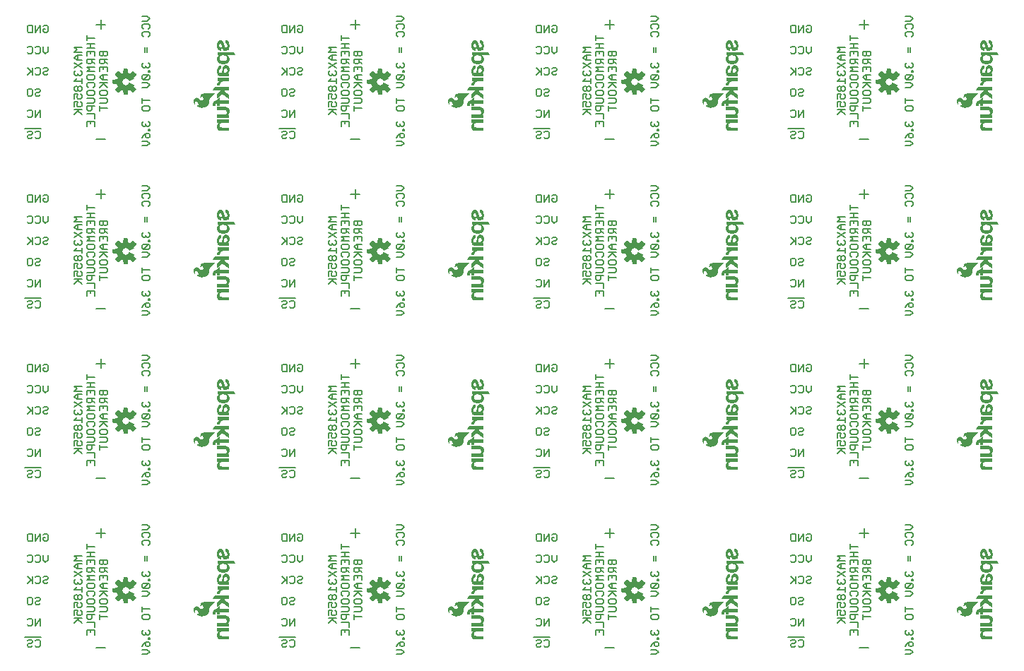
<source format=gbo>
G04 EAGLE Gerber RS-274X export*
G75*
%MOMM*%
%FSLAX34Y34*%
%LPD*%
%INSilkscreen Bottom*%
%IPPOS*%
%AMOC8*
5,1,8,0,0,1.08239X$1,22.5*%
G01*
%ADD10C,0.152400*%

G36*
X219105Y761620D02*
X219105Y761620D01*
X219213Y761634D01*
X219225Y761640D01*
X219239Y761642D01*
X219335Y761694D01*
X219432Y761741D01*
X219442Y761751D01*
X219454Y761757D01*
X219528Y761837D01*
X219605Y761913D01*
X219611Y761925D01*
X219621Y761936D01*
X219666Y762034D01*
X219714Y762131D01*
X219718Y762149D01*
X219722Y762158D01*
X219724Y762179D01*
X219743Y762276D01*
X220186Y766627D01*
X221345Y766998D01*
X221363Y767008D01*
X221460Y767046D01*
X222542Y767603D01*
X225932Y764839D01*
X226026Y764785D01*
X226118Y764728D01*
X226131Y764725D01*
X226143Y764718D01*
X226250Y764697D01*
X226355Y764672D01*
X226369Y764674D01*
X226383Y764671D01*
X226490Y764686D01*
X226598Y764696D01*
X226611Y764702D01*
X226625Y764704D01*
X226722Y764752D01*
X226821Y764797D01*
X226834Y764808D01*
X226843Y764812D01*
X226858Y764828D01*
X226935Y764890D01*
X229520Y767475D01*
X229583Y767564D01*
X229649Y767649D01*
X229654Y767662D01*
X229662Y767674D01*
X229693Y767777D01*
X229729Y767880D01*
X229729Y767894D01*
X229733Y767907D01*
X229729Y768015D01*
X229730Y768124D01*
X229725Y768137D01*
X229725Y768151D01*
X229687Y768253D01*
X229652Y768355D01*
X229643Y768370D01*
X229639Y768379D01*
X229625Y768396D01*
X229571Y768478D01*
X226807Y771868D01*
X227364Y772950D01*
X227381Y773003D01*
X227407Y773052D01*
X227418Y773118D01*
X227439Y773182D01*
X227438Y773238D01*
X227447Y773292D01*
X227436Y773359D01*
X227435Y773426D01*
X227417Y773478D01*
X227408Y773533D01*
X227376Y773593D01*
X227353Y773656D01*
X227319Y773699D01*
X227293Y773749D01*
X227244Y773795D01*
X227202Y773847D01*
X227155Y773878D01*
X227115Y773916D01*
X227010Y773972D01*
X226997Y773980D01*
X226992Y773981D01*
X226985Y773985D01*
X221788Y776138D01*
X221689Y776161D01*
X221591Y776190D01*
X221570Y776189D01*
X221550Y776194D01*
X221449Y776184D01*
X221348Y776179D01*
X221328Y776172D01*
X221307Y776170D01*
X221215Y776128D01*
X221120Y776091D01*
X221104Y776078D01*
X221085Y776069D01*
X221011Y776000D01*
X220933Y775935D01*
X220917Y775912D01*
X220907Y775902D01*
X220895Y775881D01*
X220848Y775814D01*
X220342Y774915D01*
X219698Y774228D01*
X218910Y773713D01*
X218022Y773401D01*
X217085Y773309D01*
X216153Y773442D01*
X215279Y773793D01*
X214514Y774342D01*
X213901Y775056D01*
X213476Y775896D01*
X213262Y776813D01*
X213272Y777754D01*
X213506Y778666D01*
X213949Y779496D01*
X214578Y780197D01*
X215355Y780729D01*
X216236Y781060D01*
X217171Y781173D01*
X218088Y781065D01*
X218956Y780745D01*
X219725Y780231D01*
X220352Y779552D01*
X220847Y778668D01*
X220911Y778588D01*
X220971Y778505D01*
X220987Y778493D01*
X221000Y778477D01*
X221086Y778422D01*
X221169Y778362D01*
X221188Y778356D01*
X221205Y778346D01*
X221304Y778321D01*
X221403Y778291D01*
X221422Y778292D01*
X221442Y778287D01*
X221544Y778296D01*
X221646Y778299D01*
X221671Y778307D01*
X221685Y778308D01*
X221707Y778318D01*
X221788Y778342D01*
X226985Y780495D01*
X227032Y780524D01*
X227084Y780545D01*
X227135Y780588D01*
X227192Y780624D01*
X227227Y780667D01*
X227270Y780703D01*
X227304Y780760D01*
X227347Y780812D01*
X227366Y780864D01*
X227395Y780912D01*
X227409Y780978D01*
X227433Y781041D01*
X227435Y781096D01*
X227446Y781150D01*
X227439Y781217D01*
X227441Y781284D01*
X227425Y781338D01*
X227418Y781393D01*
X227374Y781504D01*
X227370Y781518D01*
X227367Y781522D01*
X227364Y781530D01*
X226807Y782612D01*
X229571Y786002D01*
X229625Y786096D01*
X229682Y786188D01*
X229685Y786201D01*
X229692Y786213D01*
X229713Y786320D01*
X229738Y786425D01*
X229736Y786439D01*
X229739Y786453D01*
X229724Y786560D01*
X229714Y786668D01*
X229708Y786681D01*
X229706Y786695D01*
X229658Y786792D01*
X229613Y786891D01*
X229602Y786904D01*
X229598Y786913D01*
X229582Y786928D01*
X229520Y787005D01*
X226935Y789590D01*
X226846Y789653D01*
X226761Y789719D01*
X226748Y789724D01*
X226736Y789732D01*
X226633Y789763D01*
X226530Y789799D01*
X226516Y789799D01*
X226503Y789803D01*
X226395Y789799D01*
X226286Y789800D01*
X226273Y789795D01*
X226259Y789795D01*
X226157Y789757D01*
X226055Y789722D01*
X226040Y789713D01*
X226031Y789709D01*
X226014Y789695D01*
X225932Y789641D01*
X222542Y786877D01*
X221460Y787434D01*
X221440Y787440D01*
X221345Y787482D01*
X220186Y787853D01*
X219743Y792204D01*
X219715Y792308D01*
X219690Y792414D01*
X219683Y792426D01*
X219680Y792439D01*
X219619Y792529D01*
X219562Y792622D01*
X219551Y792630D01*
X219543Y792642D01*
X219457Y792708D01*
X219373Y792777D01*
X219360Y792781D01*
X219349Y792790D01*
X219246Y792824D01*
X219145Y792863D01*
X219127Y792864D01*
X219118Y792868D01*
X219096Y792868D01*
X218998Y792877D01*
X215342Y792877D01*
X215235Y792860D01*
X215127Y792846D01*
X215115Y792840D01*
X215101Y792838D01*
X215005Y792786D01*
X214908Y792739D01*
X214898Y792729D01*
X214886Y792723D01*
X214812Y792643D01*
X214735Y792567D01*
X214729Y792555D01*
X214719Y792545D01*
X214674Y792446D01*
X214626Y792349D01*
X214622Y792331D01*
X214618Y792322D01*
X214616Y792301D01*
X214597Y792204D01*
X214154Y787853D01*
X212995Y787482D01*
X212977Y787472D01*
X212880Y787434D01*
X211798Y786877D01*
X208408Y789641D01*
X208314Y789695D01*
X208222Y789752D01*
X208209Y789755D01*
X208197Y789762D01*
X208090Y789783D01*
X207985Y789808D01*
X207971Y789806D01*
X207957Y789809D01*
X207850Y789794D01*
X207742Y789784D01*
X207729Y789778D01*
X207716Y789776D01*
X207618Y789728D01*
X207519Y789683D01*
X207506Y789672D01*
X207497Y789668D01*
X207482Y789652D01*
X207405Y789590D01*
X204820Y787005D01*
X204757Y786916D01*
X204691Y786831D01*
X204686Y786818D01*
X204678Y786806D01*
X204647Y786703D01*
X204611Y786600D01*
X204611Y786586D01*
X204607Y786573D01*
X204611Y786465D01*
X204610Y786356D01*
X204615Y786343D01*
X204615Y786329D01*
X204653Y786227D01*
X204688Y786125D01*
X204697Y786110D01*
X204701Y786101D01*
X204715Y786084D01*
X204769Y786002D01*
X207533Y782612D01*
X206976Y781530D01*
X206970Y781510D01*
X206928Y781415D01*
X206557Y780256D01*
X202206Y779813D01*
X202102Y779785D01*
X201996Y779760D01*
X201984Y779753D01*
X201971Y779750D01*
X201881Y779689D01*
X201788Y779632D01*
X201780Y779621D01*
X201768Y779613D01*
X201702Y779527D01*
X201634Y779443D01*
X201629Y779430D01*
X201620Y779419D01*
X201586Y779316D01*
X201547Y779215D01*
X201546Y779197D01*
X201542Y779188D01*
X201543Y779166D01*
X201533Y779068D01*
X201533Y775412D01*
X201550Y775305D01*
X201564Y775197D01*
X201570Y775185D01*
X201572Y775171D01*
X201624Y775075D01*
X201671Y774978D01*
X201681Y774968D01*
X201687Y774956D01*
X201767Y774882D01*
X201843Y774805D01*
X201855Y774799D01*
X201866Y774789D01*
X201964Y774744D01*
X202061Y774696D01*
X202079Y774692D01*
X202088Y774688D01*
X202109Y774686D01*
X202206Y774667D01*
X206557Y774224D01*
X206928Y773065D01*
X206938Y773047D01*
X206976Y772950D01*
X207533Y771868D01*
X204769Y768478D01*
X204715Y768384D01*
X204658Y768292D01*
X204655Y768279D01*
X204648Y768267D01*
X204627Y768160D01*
X204602Y768055D01*
X204604Y768041D01*
X204601Y768027D01*
X204616Y767920D01*
X204626Y767812D01*
X204632Y767799D01*
X204634Y767786D01*
X204682Y767688D01*
X204727Y767589D01*
X204738Y767576D01*
X204742Y767567D01*
X204758Y767552D01*
X204820Y767475D01*
X207405Y764890D01*
X207494Y764827D01*
X207579Y764761D01*
X207592Y764756D01*
X207604Y764748D01*
X207707Y764717D01*
X207810Y764681D01*
X207824Y764681D01*
X207837Y764677D01*
X207945Y764681D01*
X208054Y764680D01*
X208067Y764685D01*
X208081Y764685D01*
X208183Y764723D01*
X208285Y764758D01*
X208300Y764767D01*
X208309Y764771D01*
X208326Y764785D01*
X208408Y764839D01*
X211798Y767603D01*
X212880Y767046D01*
X212900Y767040D01*
X212995Y766998D01*
X214154Y766627D01*
X214597Y762276D01*
X214625Y762172D01*
X214650Y762066D01*
X214657Y762054D01*
X214660Y762041D01*
X214721Y761951D01*
X214778Y761858D01*
X214789Y761850D01*
X214797Y761838D01*
X214883Y761772D01*
X214967Y761704D01*
X214980Y761699D01*
X214991Y761690D01*
X215094Y761656D01*
X215195Y761617D01*
X215213Y761616D01*
X215222Y761612D01*
X215244Y761613D01*
X215342Y761603D01*
X218998Y761603D01*
X219105Y761620D01*
G37*
G36*
X1133505Y558420D02*
X1133505Y558420D01*
X1133613Y558434D01*
X1133625Y558440D01*
X1133639Y558442D01*
X1133735Y558494D01*
X1133832Y558541D01*
X1133842Y558551D01*
X1133854Y558557D01*
X1133928Y558637D01*
X1134005Y558713D01*
X1134011Y558725D01*
X1134021Y558736D01*
X1134066Y558834D01*
X1134114Y558931D01*
X1134118Y558949D01*
X1134122Y558958D01*
X1134124Y558979D01*
X1134143Y559076D01*
X1134586Y563427D01*
X1135745Y563798D01*
X1135763Y563808D01*
X1135860Y563846D01*
X1136942Y564403D01*
X1140332Y561639D01*
X1140426Y561585D01*
X1140518Y561528D01*
X1140531Y561525D01*
X1140543Y561518D01*
X1140650Y561497D01*
X1140755Y561472D01*
X1140769Y561474D01*
X1140783Y561471D01*
X1140890Y561486D01*
X1140998Y561496D01*
X1141011Y561502D01*
X1141025Y561504D01*
X1141122Y561552D01*
X1141221Y561597D01*
X1141234Y561608D01*
X1141243Y561612D01*
X1141258Y561628D01*
X1141335Y561690D01*
X1143920Y564275D01*
X1143983Y564364D01*
X1144049Y564449D01*
X1144054Y564462D01*
X1144062Y564474D01*
X1144093Y564577D01*
X1144129Y564680D01*
X1144129Y564694D01*
X1144133Y564707D01*
X1144129Y564815D01*
X1144130Y564924D01*
X1144125Y564937D01*
X1144125Y564951D01*
X1144087Y565053D01*
X1144052Y565155D01*
X1144043Y565170D01*
X1144039Y565179D01*
X1144025Y565196D01*
X1143971Y565278D01*
X1141207Y568668D01*
X1141764Y569750D01*
X1141781Y569803D01*
X1141807Y569852D01*
X1141818Y569918D01*
X1141839Y569982D01*
X1141838Y570038D01*
X1141847Y570092D01*
X1141836Y570159D01*
X1141835Y570226D01*
X1141817Y570278D01*
X1141808Y570333D01*
X1141776Y570393D01*
X1141753Y570456D01*
X1141719Y570499D01*
X1141693Y570549D01*
X1141644Y570595D01*
X1141602Y570647D01*
X1141555Y570678D01*
X1141515Y570716D01*
X1141410Y570772D01*
X1141397Y570780D01*
X1141392Y570781D01*
X1141385Y570785D01*
X1136188Y572938D01*
X1136089Y572961D01*
X1135991Y572990D01*
X1135970Y572989D01*
X1135950Y572994D01*
X1135849Y572984D01*
X1135748Y572979D01*
X1135728Y572972D01*
X1135707Y572970D01*
X1135615Y572928D01*
X1135520Y572891D01*
X1135504Y572878D01*
X1135485Y572869D01*
X1135411Y572800D01*
X1135333Y572735D01*
X1135317Y572712D01*
X1135307Y572702D01*
X1135295Y572681D01*
X1135248Y572614D01*
X1134742Y571715D01*
X1134098Y571028D01*
X1133310Y570513D01*
X1132422Y570201D01*
X1131485Y570109D01*
X1130553Y570242D01*
X1129679Y570593D01*
X1128914Y571142D01*
X1128301Y571856D01*
X1127876Y572696D01*
X1127662Y573613D01*
X1127672Y574554D01*
X1127906Y575466D01*
X1128349Y576296D01*
X1128978Y576997D01*
X1129755Y577529D01*
X1130636Y577860D01*
X1131571Y577973D01*
X1132488Y577865D01*
X1133356Y577545D01*
X1134125Y577031D01*
X1134752Y576352D01*
X1135247Y575468D01*
X1135311Y575388D01*
X1135371Y575305D01*
X1135387Y575293D01*
X1135400Y575277D01*
X1135486Y575222D01*
X1135569Y575162D01*
X1135588Y575156D01*
X1135605Y575146D01*
X1135704Y575121D01*
X1135803Y575091D01*
X1135822Y575092D01*
X1135842Y575087D01*
X1135944Y575096D01*
X1136046Y575099D01*
X1136071Y575107D01*
X1136085Y575108D01*
X1136107Y575118D01*
X1136188Y575142D01*
X1141385Y577295D01*
X1141432Y577324D01*
X1141484Y577345D01*
X1141535Y577388D01*
X1141592Y577424D01*
X1141627Y577467D01*
X1141670Y577503D01*
X1141704Y577560D01*
X1141747Y577612D01*
X1141766Y577664D01*
X1141795Y577712D01*
X1141809Y577778D01*
X1141833Y577841D01*
X1141835Y577896D01*
X1141846Y577950D01*
X1141839Y578017D01*
X1141841Y578084D01*
X1141825Y578138D01*
X1141818Y578193D01*
X1141774Y578304D01*
X1141770Y578318D01*
X1141767Y578322D01*
X1141764Y578330D01*
X1141207Y579412D01*
X1143971Y582802D01*
X1144025Y582896D01*
X1144082Y582988D01*
X1144085Y583001D01*
X1144092Y583013D01*
X1144113Y583120D01*
X1144138Y583225D01*
X1144136Y583239D01*
X1144139Y583253D01*
X1144124Y583360D01*
X1144114Y583468D01*
X1144108Y583481D01*
X1144106Y583495D01*
X1144058Y583592D01*
X1144013Y583691D01*
X1144002Y583704D01*
X1143998Y583713D01*
X1143982Y583728D01*
X1143920Y583805D01*
X1141335Y586390D01*
X1141246Y586453D01*
X1141161Y586519D01*
X1141148Y586524D01*
X1141136Y586532D01*
X1141033Y586563D01*
X1140930Y586599D01*
X1140916Y586599D01*
X1140903Y586603D01*
X1140795Y586599D01*
X1140686Y586600D01*
X1140673Y586595D01*
X1140659Y586595D01*
X1140557Y586557D01*
X1140455Y586522D01*
X1140440Y586513D01*
X1140431Y586509D01*
X1140414Y586495D01*
X1140332Y586441D01*
X1136942Y583677D01*
X1135860Y584234D01*
X1135840Y584240D01*
X1135745Y584282D01*
X1134586Y584653D01*
X1134143Y589004D01*
X1134115Y589108D01*
X1134090Y589214D01*
X1134083Y589226D01*
X1134080Y589239D01*
X1134019Y589329D01*
X1133962Y589422D01*
X1133951Y589430D01*
X1133943Y589442D01*
X1133857Y589508D01*
X1133773Y589577D01*
X1133760Y589581D01*
X1133749Y589590D01*
X1133646Y589624D01*
X1133545Y589663D01*
X1133527Y589664D01*
X1133518Y589668D01*
X1133496Y589668D01*
X1133398Y589677D01*
X1129742Y589677D01*
X1129635Y589660D01*
X1129527Y589646D01*
X1129515Y589640D01*
X1129501Y589638D01*
X1129405Y589586D01*
X1129308Y589539D01*
X1129298Y589529D01*
X1129286Y589523D01*
X1129212Y589443D01*
X1129135Y589367D01*
X1129129Y589355D01*
X1129119Y589345D01*
X1129074Y589246D01*
X1129026Y589149D01*
X1129022Y589131D01*
X1129018Y589122D01*
X1129016Y589101D01*
X1128997Y589004D01*
X1128554Y584653D01*
X1127395Y584282D01*
X1127377Y584272D01*
X1127280Y584234D01*
X1126198Y583677D01*
X1122808Y586441D01*
X1122714Y586495D01*
X1122622Y586552D01*
X1122609Y586555D01*
X1122597Y586562D01*
X1122490Y586583D01*
X1122385Y586608D01*
X1122371Y586606D01*
X1122357Y586609D01*
X1122250Y586594D01*
X1122142Y586584D01*
X1122129Y586578D01*
X1122116Y586576D01*
X1122018Y586528D01*
X1121919Y586483D01*
X1121906Y586472D01*
X1121897Y586468D01*
X1121882Y586452D01*
X1121805Y586390D01*
X1119220Y583805D01*
X1119157Y583716D01*
X1119091Y583631D01*
X1119086Y583618D01*
X1119078Y583606D01*
X1119047Y583503D01*
X1119011Y583400D01*
X1119011Y583386D01*
X1119007Y583373D01*
X1119011Y583265D01*
X1119010Y583156D01*
X1119015Y583143D01*
X1119015Y583129D01*
X1119053Y583027D01*
X1119088Y582925D01*
X1119097Y582910D01*
X1119101Y582901D01*
X1119115Y582884D01*
X1119169Y582802D01*
X1121933Y579412D01*
X1121376Y578330D01*
X1121370Y578310D01*
X1121328Y578215D01*
X1120957Y577056D01*
X1116606Y576613D01*
X1116502Y576585D01*
X1116396Y576560D01*
X1116384Y576553D01*
X1116371Y576550D01*
X1116281Y576489D01*
X1116188Y576432D01*
X1116180Y576421D01*
X1116168Y576413D01*
X1116102Y576327D01*
X1116034Y576243D01*
X1116029Y576230D01*
X1116020Y576219D01*
X1115986Y576116D01*
X1115947Y576015D01*
X1115946Y575997D01*
X1115942Y575988D01*
X1115943Y575966D01*
X1115933Y575868D01*
X1115933Y572212D01*
X1115950Y572105D01*
X1115964Y571997D01*
X1115970Y571985D01*
X1115972Y571971D01*
X1116024Y571875D01*
X1116071Y571778D01*
X1116081Y571768D01*
X1116087Y571756D01*
X1116167Y571682D01*
X1116243Y571605D01*
X1116255Y571599D01*
X1116266Y571589D01*
X1116364Y571544D01*
X1116461Y571496D01*
X1116479Y571492D01*
X1116488Y571488D01*
X1116509Y571486D01*
X1116606Y571467D01*
X1120957Y571024D01*
X1121328Y569865D01*
X1121338Y569847D01*
X1121376Y569750D01*
X1121933Y568668D01*
X1119169Y565278D01*
X1119115Y565184D01*
X1119058Y565092D01*
X1119055Y565079D01*
X1119048Y565067D01*
X1119027Y564960D01*
X1119002Y564855D01*
X1119004Y564841D01*
X1119001Y564827D01*
X1119016Y564720D01*
X1119026Y564612D01*
X1119032Y564599D01*
X1119034Y564586D01*
X1119082Y564488D01*
X1119127Y564389D01*
X1119138Y564376D01*
X1119142Y564367D01*
X1119158Y564352D01*
X1119220Y564275D01*
X1121805Y561690D01*
X1121894Y561627D01*
X1121979Y561561D01*
X1121992Y561556D01*
X1122004Y561548D01*
X1122107Y561517D01*
X1122210Y561481D01*
X1122224Y561481D01*
X1122237Y561477D01*
X1122345Y561481D01*
X1122454Y561480D01*
X1122467Y561485D01*
X1122481Y561485D01*
X1122583Y561523D01*
X1122685Y561558D01*
X1122700Y561567D01*
X1122709Y561571D01*
X1122726Y561585D01*
X1122808Y561639D01*
X1126198Y564403D01*
X1127280Y563846D01*
X1127300Y563840D01*
X1127395Y563798D01*
X1128554Y563427D01*
X1128997Y559076D01*
X1129025Y558972D01*
X1129050Y558866D01*
X1129057Y558854D01*
X1129060Y558841D01*
X1129121Y558751D01*
X1129178Y558658D01*
X1129189Y558650D01*
X1129197Y558638D01*
X1129283Y558572D01*
X1129367Y558504D01*
X1129380Y558499D01*
X1129391Y558490D01*
X1129494Y558456D01*
X1129595Y558417D01*
X1129613Y558416D01*
X1129622Y558412D01*
X1129644Y558413D01*
X1129742Y558403D01*
X1133398Y558403D01*
X1133505Y558420D01*
G37*
G36*
X523905Y558420D02*
X523905Y558420D01*
X524013Y558434D01*
X524025Y558440D01*
X524039Y558442D01*
X524135Y558494D01*
X524232Y558541D01*
X524242Y558551D01*
X524254Y558557D01*
X524328Y558637D01*
X524405Y558713D01*
X524411Y558725D01*
X524421Y558736D01*
X524466Y558834D01*
X524514Y558931D01*
X524518Y558949D01*
X524522Y558958D01*
X524524Y558979D01*
X524543Y559076D01*
X524986Y563427D01*
X526145Y563798D01*
X526163Y563808D01*
X526260Y563846D01*
X527342Y564403D01*
X530732Y561639D01*
X530826Y561585D01*
X530918Y561528D01*
X530931Y561525D01*
X530943Y561518D01*
X531050Y561497D01*
X531155Y561472D01*
X531169Y561474D01*
X531183Y561471D01*
X531290Y561486D01*
X531398Y561496D01*
X531411Y561502D01*
X531425Y561504D01*
X531522Y561552D01*
X531621Y561597D01*
X531634Y561608D01*
X531643Y561612D01*
X531658Y561628D01*
X531735Y561690D01*
X534320Y564275D01*
X534383Y564364D01*
X534449Y564449D01*
X534454Y564462D01*
X534462Y564474D01*
X534493Y564577D01*
X534529Y564680D01*
X534529Y564694D01*
X534533Y564707D01*
X534529Y564815D01*
X534530Y564924D01*
X534525Y564937D01*
X534525Y564951D01*
X534487Y565053D01*
X534452Y565155D01*
X534443Y565170D01*
X534439Y565179D01*
X534425Y565196D01*
X534371Y565278D01*
X531607Y568668D01*
X532164Y569750D01*
X532181Y569803D01*
X532207Y569852D01*
X532218Y569918D01*
X532239Y569982D01*
X532238Y570038D01*
X532247Y570092D01*
X532236Y570159D01*
X532235Y570226D01*
X532217Y570278D01*
X532208Y570333D01*
X532176Y570393D01*
X532153Y570456D01*
X532119Y570499D01*
X532093Y570549D01*
X532044Y570595D01*
X532002Y570647D01*
X531955Y570678D01*
X531915Y570716D01*
X531810Y570772D01*
X531797Y570780D01*
X531792Y570781D01*
X531785Y570785D01*
X526588Y572938D01*
X526489Y572961D01*
X526391Y572990D01*
X526370Y572989D01*
X526350Y572994D01*
X526249Y572984D01*
X526148Y572979D01*
X526128Y572972D01*
X526107Y572970D01*
X526015Y572928D01*
X525920Y572891D01*
X525904Y572878D01*
X525885Y572869D01*
X525811Y572800D01*
X525733Y572735D01*
X525717Y572712D01*
X525707Y572702D01*
X525695Y572681D01*
X525648Y572614D01*
X525142Y571715D01*
X524498Y571028D01*
X523710Y570513D01*
X522822Y570201D01*
X521885Y570109D01*
X520953Y570242D01*
X520079Y570593D01*
X519314Y571142D01*
X518701Y571856D01*
X518276Y572696D01*
X518062Y573613D01*
X518072Y574554D01*
X518306Y575466D01*
X518749Y576296D01*
X519378Y576997D01*
X520155Y577529D01*
X521036Y577860D01*
X521971Y577973D01*
X522888Y577865D01*
X523756Y577545D01*
X524525Y577031D01*
X525152Y576352D01*
X525647Y575468D01*
X525711Y575388D01*
X525771Y575305D01*
X525787Y575293D01*
X525800Y575277D01*
X525886Y575222D01*
X525969Y575162D01*
X525988Y575156D01*
X526005Y575146D01*
X526104Y575121D01*
X526203Y575091D01*
X526222Y575092D01*
X526242Y575087D01*
X526344Y575096D01*
X526446Y575099D01*
X526471Y575107D01*
X526485Y575108D01*
X526507Y575118D01*
X526588Y575142D01*
X531785Y577295D01*
X531832Y577324D01*
X531884Y577345D01*
X531935Y577388D01*
X531992Y577424D01*
X532027Y577467D01*
X532070Y577503D01*
X532104Y577560D01*
X532147Y577612D01*
X532166Y577664D01*
X532195Y577712D01*
X532209Y577778D01*
X532233Y577841D01*
X532235Y577896D01*
X532246Y577950D01*
X532239Y578017D01*
X532241Y578084D01*
X532225Y578138D01*
X532218Y578193D01*
X532174Y578304D01*
X532170Y578318D01*
X532167Y578322D01*
X532164Y578330D01*
X531607Y579412D01*
X534371Y582802D01*
X534425Y582896D01*
X534482Y582988D01*
X534485Y583001D01*
X534492Y583013D01*
X534513Y583120D01*
X534538Y583225D01*
X534536Y583239D01*
X534539Y583253D01*
X534524Y583360D01*
X534514Y583468D01*
X534508Y583481D01*
X534506Y583495D01*
X534458Y583592D01*
X534413Y583691D01*
X534402Y583704D01*
X534398Y583713D01*
X534382Y583728D01*
X534320Y583805D01*
X531735Y586390D01*
X531646Y586453D01*
X531561Y586519D01*
X531548Y586524D01*
X531536Y586532D01*
X531433Y586563D01*
X531330Y586599D01*
X531316Y586599D01*
X531303Y586603D01*
X531195Y586599D01*
X531086Y586600D01*
X531073Y586595D01*
X531059Y586595D01*
X530957Y586557D01*
X530855Y586522D01*
X530840Y586513D01*
X530831Y586509D01*
X530814Y586495D01*
X530732Y586441D01*
X527342Y583677D01*
X526260Y584234D01*
X526240Y584240D01*
X526145Y584282D01*
X524986Y584653D01*
X524543Y589004D01*
X524515Y589108D01*
X524490Y589214D01*
X524483Y589226D01*
X524480Y589239D01*
X524419Y589329D01*
X524362Y589422D01*
X524351Y589430D01*
X524343Y589442D01*
X524257Y589508D01*
X524173Y589577D01*
X524160Y589581D01*
X524149Y589590D01*
X524046Y589624D01*
X523945Y589663D01*
X523927Y589664D01*
X523918Y589668D01*
X523896Y589668D01*
X523798Y589677D01*
X520142Y589677D01*
X520035Y589660D01*
X519927Y589646D01*
X519915Y589640D01*
X519901Y589638D01*
X519805Y589586D01*
X519708Y589539D01*
X519698Y589529D01*
X519686Y589523D01*
X519612Y589443D01*
X519535Y589367D01*
X519529Y589355D01*
X519519Y589345D01*
X519474Y589246D01*
X519426Y589149D01*
X519422Y589131D01*
X519418Y589122D01*
X519416Y589101D01*
X519397Y589004D01*
X518954Y584653D01*
X517795Y584282D01*
X517777Y584272D01*
X517680Y584234D01*
X516598Y583677D01*
X513208Y586441D01*
X513114Y586495D01*
X513022Y586552D01*
X513009Y586555D01*
X512997Y586562D01*
X512890Y586583D01*
X512785Y586608D01*
X512771Y586606D01*
X512757Y586609D01*
X512650Y586594D01*
X512542Y586584D01*
X512529Y586578D01*
X512516Y586576D01*
X512418Y586528D01*
X512319Y586483D01*
X512306Y586472D01*
X512297Y586468D01*
X512282Y586452D01*
X512205Y586390D01*
X509620Y583805D01*
X509557Y583716D01*
X509491Y583631D01*
X509486Y583618D01*
X509478Y583606D01*
X509447Y583503D01*
X509411Y583400D01*
X509411Y583386D01*
X509407Y583373D01*
X509411Y583265D01*
X509410Y583156D01*
X509415Y583143D01*
X509415Y583129D01*
X509453Y583027D01*
X509488Y582925D01*
X509497Y582910D01*
X509501Y582901D01*
X509515Y582884D01*
X509569Y582802D01*
X512333Y579412D01*
X511776Y578330D01*
X511770Y578310D01*
X511728Y578215D01*
X511357Y577056D01*
X507006Y576613D01*
X506902Y576585D01*
X506796Y576560D01*
X506784Y576553D01*
X506771Y576550D01*
X506681Y576489D01*
X506588Y576432D01*
X506580Y576421D01*
X506568Y576413D01*
X506502Y576327D01*
X506434Y576243D01*
X506429Y576230D01*
X506420Y576219D01*
X506386Y576116D01*
X506347Y576015D01*
X506346Y575997D01*
X506342Y575988D01*
X506343Y575966D01*
X506333Y575868D01*
X506333Y572212D01*
X506350Y572105D01*
X506364Y571997D01*
X506370Y571985D01*
X506372Y571971D01*
X506424Y571875D01*
X506471Y571778D01*
X506481Y571768D01*
X506487Y571756D01*
X506567Y571682D01*
X506643Y571605D01*
X506655Y571599D01*
X506666Y571589D01*
X506764Y571544D01*
X506861Y571496D01*
X506879Y571492D01*
X506888Y571488D01*
X506909Y571486D01*
X507006Y571467D01*
X511357Y571024D01*
X511728Y569865D01*
X511738Y569847D01*
X511776Y569750D01*
X512333Y568668D01*
X509569Y565278D01*
X509515Y565184D01*
X509458Y565092D01*
X509455Y565079D01*
X509448Y565067D01*
X509427Y564960D01*
X509402Y564855D01*
X509404Y564841D01*
X509401Y564827D01*
X509416Y564720D01*
X509426Y564612D01*
X509432Y564599D01*
X509434Y564586D01*
X509482Y564488D01*
X509527Y564389D01*
X509538Y564376D01*
X509542Y564367D01*
X509558Y564352D01*
X509620Y564275D01*
X512205Y561690D01*
X512294Y561627D01*
X512379Y561561D01*
X512392Y561556D01*
X512404Y561548D01*
X512507Y561517D01*
X512610Y561481D01*
X512624Y561481D01*
X512637Y561477D01*
X512745Y561481D01*
X512854Y561480D01*
X512867Y561485D01*
X512881Y561485D01*
X512983Y561523D01*
X513085Y561558D01*
X513100Y561567D01*
X513109Y561571D01*
X513126Y561585D01*
X513208Y561639D01*
X516598Y564403D01*
X517680Y563846D01*
X517700Y563840D01*
X517795Y563798D01*
X518954Y563427D01*
X519397Y559076D01*
X519425Y558972D01*
X519450Y558866D01*
X519457Y558854D01*
X519460Y558841D01*
X519521Y558751D01*
X519578Y558658D01*
X519589Y558650D01*
X519597Y558638D01*
X519683Y558572D01*
X519767Y558504D01*
X519780Y558499D01*
X519791Y558490D01*
X519894Y558456D01*
X519995Y558417D01*
X520013Y558416D01*
X520022Y558412D01*
X520044Y558413D01*
X520142Y558403D01*
X523798Y558403D01*
X523905Y558420D01*
G37*
G36*
X219105Y152020D02*
X219105Y152020D01*
X219213Y152034D01*
X219225Y152040D01*
X219239Y152042D01*
X219335Y152094D01*
X219432Y152141D01*
X219442Y152151D01*
X219454Y152157D01*
X219528Y152237D01*
X219605Y152313D01*
X219611Y152325D01*
X219621Y152336D01*
X219666Y152434D01*
X219714Y152531D01*
X219718Y152549D01*
X219722Y152558D01*
X219724Y152579D01*
X219743Y152676D01*
X220186Y157027D01*
X221345Y157398D01*
X221363Y157408D01*
X221460Y157446D01*
X222542Y158003D01*
X225932Y155239D01*
X226026Y155185D01*
X226118Y155128D01*
X226131Y155125D01*
X226143Y155118D01*
X226250Y155097D01*
X226355Y155072D01*
X226369Y155074D01*
X226383Y155071D01*
X226490Y155086D01*
X226598Y155096D01*
X226611Y155102D01*
X226625Y155104D01*
X226722Y155152D01*
X226821Y155197D01*
X226834Y155208D01*
X226843Y155212D01*
X226858Y155228D01*
X226935Y155290D01*
X229520Y157875D01*
X229583Y157964D01*
X229649Y158049D01*
X229654Y158062D01*
X229662Y158074D01*
X229693Y158177D01*
X229729Y158280D01*
X229729Y158294D01*
X229733Y158307D01*
X229729Y158415D01*
X229730Y158524D01*
X229725Y158537D01*
X229725Y158551D01*
X229687Y158653D01*
X229652Y158755D01*
X229643Y158770D01*
X229639Y158779D01*
X229625Y158796D01*
X229571Y158878D01*
X226807Y162268D01*
X227364Y163350D01*
X227381Y163403D01*
X227407Y163452D01*
X227418Y163518D01*
X227439Y163582D01*
X227438Y163638D01*
X227447Y163692D01*
X227436Y163759D01*
X227435Y163826D01*
X227417Y163878D01*
X227408Y163933D01*
X227376Y163993D01*
X227353Y164056D01*
X227319Y164099D01*
X227293Y164149D01*
X227244Y164195D01*
X227202Y164247D01*
X227155Y164278D01*
X227115Y164316D01*
X227010Y164372D01*
X226997Y164380D01*
X226992Y164381D01*
X226985Y164385D01*
X221788Y166538D01*
X221689Y166561D01*
X221591Y166590D01*
X221570Y166589D01*
X221550Y166594D01*
X221449Y166584D01*
X221348Y166579D01*
X221328Y166572D01*
X221307Y166570D01*
X221215Y166528D01*
X221120Y166491D01*
X221104Y166478D01*
X221085Y166469D01*
X221011Y166400D01*
X220933Y166335D01*
X220917Y166312D01*
X220907Y166302D01*
X220895Y166281D01*
X220848Y166214D01*
X220342Y165315D01*
X219698Y164628D01*
X218910Y164113D01*
X218022Y163801D01*
X217085Y163709D01*
X216153Y163842D01*
X215279Y164193D01*
X214514Y164742D01*
X213901Y165456D01*
X213476Y166296D01*
X213262Y167213D01*
X213272Y168154D01*
X213506Y169066D01*
X213949Y169896D01*
X214578Y170597D01*
X215355Y171129D01*
X216236Y171460D01*
X217171Y171573D01*
X218088Y171465D01*
X218956Y171145D01*
X219725Y170631D01*
X220352Y169952D01*
X220847Y169068D01*
X220911Y168988D01*
X220971Y168905D01*
X220987Y168893D01*
X221000Y168877D01*
X221086Y168822D01*
X221169Y168762D01*
X221188Y168756D01*
X221205Y168746D01*
X221304Y168721D01*
X221403Y168691D01*
X221422Y168692D01*
X221442Y168687D01*
X221544Y168696D01*
X221646Y168699D01*
X221671Y168707D01*
X221685Y168708D01*
X221707Y168718D01*
X221788Y168742D01*
X226985Y170895D01*
X227032Y170924D01*
X227084Y170945D01*
X227135Y170988D01*
X227192Y171024D01*
X227227Y171067D01*
X227270Y171103D01*
X227304Y171160D01*
X227347Y171212D01*
X227366Y171264D01*
X227395Y171312D01*
X227409Y171378D01*
X227433Y171441D01*
X227435Y171496D01*
X227446Y171550D01*
X227439Y171617D01*
X227441Y171684D01*
X227425Y171738D01*
X227418Y171793D01*
X227374Y171904D01*
X227370Y171918D01*
X227367Y171922D01*
X227364Y171930D01*
X226807Y173012D01*
X229571Y176402D01*
X229625Y176496D01*
X229682Y176588D01*
X229685Y176601D01*
X229692Y176613D01*
X229713Y176720D01*
X229738Y176825D01*
X229736Y176839D01*
X229739Y176853D01*
X229724Y176960D01*
X229714Y177068D01*
X229708Y177081D01*
X229706Y177095D01*
X229658Y177192D01*
X229613Y177291D01*
X229602Y177304D01*
X229598Y177313D01*
X229582Y177328D01*
X229520Y177405D01*
X226935Y179990D01*
X226846Y180053D01*
X226761Y180119D01*
X226748Y180124D01*
X226736Y180132D01*
X226633Y180163D01*
X226530Y180199D01*
X226516Y180199D01*
X226503Y180203D01*
X226395Y180199D01*
X226286Y180200D01*
X226273Y180195D01*
X226259Y180195D01*
X226157Y180157D01*
X226055Y180122D01*
X226040Y180113D01*
X226031Y180109D01*
X226014Y180095D01*
X225932Y180041D01*
X222542Y177277D01*
X221460Y177834D01*
X221440Y177840D01*
X221345Y177882D01*
X220186Y178253D01*
X219743Y182604D01*
X219715Y182708D01*
X219690Y182814D01*
X219683Y182826D01*
X219680Y182839D01*
X219619Y182929D01*
X219562Y183022D01*
X219551Y183030D01*
X219543Y183042D01*
X219457Y183108D01*
X219373Y183177D01*
X219360Y183181D01*
X219349Y183190D01*
X219246Y183224D01*
X219145Y183263D01*
X219127Y183264D01*
X219118Y183268D01*
X219096Y183268D01*
X218998Y183277D01*
X215342Y183277D01*
X215235Y183260D01*
X215127Y183246D01*
X215115Y183240D01*
X215101Y183238D01*
X215005Y183186D01*
X214908Y183139D01*
X214898Y183129D01*
X214886Y183123D01*
X214812Y183043D01*
X214735Y182967D01*
X214729Y182955D01*
X214719Y182945D01*
X214674Y182846D01*
X214626Y182749D01*
X214622Y182731D01*
X214618Y182722D01*
X214616Y182701D01*
X214597Y182604D01*
X214154Y178253D01*
X212995Y177882D01*
X212977Y177872D01*
X212880Y177834D01*
X211798Y177277D01*
X208408Y180041D01*
X208314Y180095D01*
X208222Y180152D01*
X208209Y180155D01*
X208197Y180162D01*
X208090Y180183D01*
X207985Y180208D01*
X207971Y180206D01*
X207957Y180209D01*
X207850Y180194D01*
X207742Y180184D01*
X207729Y180178D01*
X207716Y180176D01*
X207618Y180128D01*
X207519Y180083D01*
X207506Y180072D01*
X207497Y180068D01*
X207482Y180052D01*
X207405Y179990D01*
X204820Y177405D01*
X204757Y177316D01*
X204691Y177231D01*
X204686Y177218D01*
X204678Y177206D01*
X204647Y177103D01*
X204611Y177000D01*
X204611Y176986D01*
X204607Y176973D01*
X204611Y176865D01*
X204610Y176756D01*
X204615Y176743D01*
X204615Y176729D01*
X204653Y176627D01*
X204688Y176525D01*
X204697Y176510D01*
X204701Y176501D01*
X204715Y176484D01*
X204769Y176402D01*
X207533Y173012D01*
X206976Y171930D01*
X206970Y171910D01*
X206928Y171815D01*
X206557Y170656D01*
X202206Y170213D01*
X202102Y170185D01*
X201996Y170160D01*
X201984Y170153D01*
X201971Y170150D01*
X201881Y170089D01*
X201788Y170032D01*
X201780Y170021D01*
X201768Y170013D01*
X201702Y169927D01*
X201634Y169843D01*
X201629Y169830D01*
X201620Y169819D01*
X201586Y169716D01*
X201547Y169615D01*
X201546Y169597D01*
X201542Y169588D01*
X201543Y169566D01*
X201533Y169468D01*
X201533Y165812D01*
X201550Y165705D01*
X201564Y165597D01*
X201570Y165585D01*
X201572Y165571D01*
X201624Y165475D01*
X201671Y165378D01*
X201681Y165368D01*
X201687Y165356D01*
X201767Y165282D01*
X201843Y165205D01*
X201855Y165199D01*
X201866Y165189D01*
X201964Y165144D01*
X202061Y165096D01*
X202079Y165092D01*
X202088Y165088D01*
X202109Y165086D01*
X202206Y165067D01*
X206557Y164624D01*
X206928Y163465D01*
X206938Y163447D01*
X206976Y163350D01*
X207533Y162268D01*
X204769Y158878D01*
X204715Y158784D01*
X204658Y158692D01*
X204655Y158679D01*
X204648Y158667D01*
X204627Y158560D01*
X204602Y158455D01*
X204604Y158441D01*
X204601Y158427D01*
X204616Y158320D01*
X204626Y158212D01*
X204632Y158199D01*
X204634Y158186D01*
X204682Y158088D01*
X204727Y157989D01*
X204738Y157976D01*
X204742Y157967D01*
X204758Y157952D01*
X204820Y157875D01*
X207405Y155290D01*
X207494Y155227D01*
X207579Y155161D01*
X207592Y155156D01*
X207604Y155148D01*
X207707Y155117D01*
X207810Y155081D01*
X207824Y155081D01*
X207837Y155077D01*
X207945Y155081D01*
X208054Y155080D01*
X208067Y155085D01*
X208081Y155085D01*
X208183Y155123D01*
X208285Y155158D01*
X208300Y155167D01*
X208309Y155171D01*
X208326Y155185D01*
X208408Y155239D01*
X211798Y158003D01*
X212880Y157446D01*
X212900Y157440D01*
X212995Y157398D01*
X214154Y157027D01*
X214597Y152676D01*
X214625Y152572D01*
X214650Y152466D01*
X214657Y152454D01*
X214660Y152441D01*
X214721Y152351D01*
X214778Y152258D01*
X214789Y152250D01*
X214797Y152238D01*
X214883Y152172D01*
X214967Y152104D01*
X214980Y152099D01*
X214991Y152090D01*
X215094Y152056D01*
X215195Y152017D01*
X215213Y152016D01*
X215222Y152012D01*
X215244Y152013D01*
X215342Y152003D01*
X218998Y152003D01*
X219105Y152020D01*
G37*
G36*
X828705Y558420D02*
X828705Y558420D01*
X828813Y558434D01*
X828825Y558440D01*
X828839Y558442D01*
X828935Y558494D01*
X829032Y558541D01*
X829042Y558551D01*
X829054Y558557D01*
X829128Y558637D01*
X829205Y558713D01*
X829211Y558725D01*
X829221Y558736D01*
X829266Y558834D01*
X829314Y558931D01*
X829318Y558949D01*
X829322Y558958D01*
X829324Y558979D01*
X829343Y559076D01*
X829786Y563427D01*
X830945Y563798D01*
X830963Y563808D01*
X831060Y563846D01*
X832142Y564403D01*
X835532Y561639D01*
X835626Y561585D01*
X835718Y561528D01*
X835731Y561525D01*
X835743Y561518D01*
X835850Y561497D01*
X835955Y561472D01*
X835969Y561474D01*
X835983Y561471D01*
X836090Y561486D01*
X836198Y561496D01*
X836211Y561502D01*
X836225Y561504D01*
X836322Y561552D01*
X836421Y561597D01*
X836434Y561608D01*
X836443Y561612D01*
X836458Y561628D01*
X836535Y561690D01*
X839120Y564275D01*
X839183Y564364D01*
X839249Y564449D01*
X839254Y564462D01*
X839262Y564474D01*
X839293Y564577D01*
X839329Y564680D01*
X839329Y564694D01*
X839333Y564707D01*
X839329Y564815D01*
X839330Y564924D01*
X839325Y564937D01*
X839325Y564951D01*
X839287Y565053D01*
X839252Y565155D01*
X839243Y565170D01*
X839239Y565179D01*
X839225Y565196D01*
X839171Y565278D01*
X836407Y568668D01*
X836964Y569750D01*
X836981Y569803D01*
X837007Y569852D01*
X837018Y569918D01*
X837039Y569982D01*
X837038Y570038D01*
X837047Y570092D01*
X837036Y570159D01*
X837035Y570226D01*
X837017Y570278D01*
X837008Y570333D01*
X836976Y570393D01*
X836953Y570456D01*
X836919Y570499D01*
X836893Y570549D01*
X836844Y570595D01*
X836802Y570647D01*
X836755Y570678D01*
X836715Y570716D01*
X836610Y570772D01*
X836597Y570780D01*
X836592Y570781D01*
X836585Y570785D01*
X831388Y572938D01*
X831289Y572961D01*
X831191Y572990D01*
X831170Y572989D01*
X831150Y572994D01*
X831049Y572984D01*
X830948Y572979D01*
X830928Y572972D01*
X830907Y572970D01*
X830815Y572928D01*
X830720Y572891D01*
X830704Y572878D01*
X830685Y572869D01*
X830611Y572800D01*
X830533Y572735D01*
X830517Y572712D01*
X830507Y572702D01*
X830495Y572681D01*
X830448Y572614D01*
X829942Y571715D01*
X829298Y571028D01*
X828510Y570513D01*
X827622Y570201D01*
X826685Y570109D01*
X825753Y570242D01*
X824879Y570593D01*
X824114Y571142D01*
X823501Y571856D01*
X823076Y572696D01*
X822862Y573613D01*
X822872Y574554D01*
X823106Y575466D01*
X823549Y576296D01*
X824178Y576997D01*
X824955Y577529D01*
X825836Y577860D01*
X826771Y577973D01*
X827688Y577865D01*
X828556Y577545D01*
X829325Y577031D01*
X829952Y576352D01*
X830447Y575468D01*
X830511Y575388D01*
X830571Y575305D01*
X830587Y575293D01*
X830600Y575277D01*
X830686Y575222D01*
X830769Y575162D01*
X830788Y575156D01*
X830805Y575146D01*
X830904Y575121D01*
X831003Y575091D01*
X831022Y575092D01*
X831042Y575087D01*
X831144Y575096D01*
X831246Y575099D01*
X831271Y575107D01*
X831285Y575108D01*
X831307Y575118D01*
X831388Y575142D01*
X836585Y577295D01*
X836632Y577324D01*
X836684Y577345D01*
X836735Y577388D01*
X836792Y577424D01*
X836827Y577467D01*
X836870Y577503D01*
X836904Y577560D01*
X836947Y577612D01*
X836966Y577664D01*
X836995Y577712D01*
X837009Y577778D01*
X837033Y577841D01*
X837035Y577896D01*
X837046Y577950D01*
X837039Y578017D01*
X837041Y578084D01*
X837025Y578138D01*
X837018Y578193D01*
X836974Y578304D01*
X836970Y578318D01*
X836967Y578322D01*
X836964Y578330D01*
X836407Y579412D01*
X839171Y582802D01*
X839225Y582896D01*
X839282Y582988D01*
X839285Y583001D01*
X839292Y583013D01*
X839313Y583120D01*
X839338Y583225D01*
X839336Y583239D01*
X839339Y583253D01*
X839324Y583360D01*
X839314Y583468D01*
X839308Y583481D01*
X839306Y583495D01*
X839258Y583592D01*
X839213Y583691D01*
X839202Y583704D01*
X839198Y583713D01*
X839182Y583728D01*
X839120Y583805D01*
X836535Y586390D01*
X836446Y586453D01*
X836361Y586519D01*
X836348Y586524D01*
X836336Y586532D01*
X836233Y586563D01*
X836130Y586599D01*
X836116Y586599D01*
X836103Y586603D01*
X835995Y586599D01*
X835886Y586600D01*
X835873Y586595D01*
X835859Y586595D01*
X835757Y586557D01*
X835655Y586522D01*
X835640Y586513D01*
X835631Y586509D01*
X835614Y586495D01*
X835532Y586441D01*
X832142Y583677D01*
X831060Y584234D01*
X831040Y584240D01*
X830945Y584282D01*
X829786Y584653D01*
X829343Y589004D01*
X829315Y589108D01*
X829290Y589214D01*
X829283Y589226D01*
X829280Y589239D01*
X829219Y589329D01*
X829162Y589422D01*
X829151Y589430D01*
X829143Y589442D01*
X829057Y589508D01*
X828973Y589577D01*
X828960Y589581D01*
X828949Y589590D01*
X828846Y589624D01*
X828745Y589663D01*
X828727Y589664D01*
X828718Y589668D01*
X828696Y589668D01*
X828598Y589677D01*
X824942Y589677D01*
X824835Y589660D01*
X824727Y589646D01*
X824715Y589640D01*
X824701Y589638D01*
X824605Y589586D01*
X824508Y589539D01*
X824498Y589529D01*
X824486Y589523D01*
X824412Y589443D01*
X824335Y589367D01*
X824329Y589355D01*
X824319Y589345D01*
X824274Y589246D01*
X824226Y589149D01*
X824222Y589131D01*
X824218Y589122D01*
X824216Y589101D01*
X824197Y589004D01*
X823754Y584653D01*
X822595Y584282D01*
X822577Y584272D01*
X822480Y584234D01*
X821398Y583677D01*
X818008Y586441D01*
X817914Y586495D01*
X817822Y586552D01*
X817809Y586555D01*
X817797Y586562D01*
X817690Y586583D01*
X817585Y586608D01*
X817571Y586606D01*
X817557Y586609D01*
X817450Y586594D01*
X817342Y586584D01*
X817329Y586578D01*
X817316Y586576D01*
X817218Y586528D01*
X817119Y586483D01*
X817106Y586472D01*
X817097Y586468D01*
X817082Y586452D01*
X817005Y586390D01*
X814420Y583805D01*
X814357Y583716D01*
X814291Y583631D01*
X814286Y583618D01*
X814278Y583606D01*
X814247Y583503D01*
X814211Y583400D01*
X814211Y583386D01*
X814207Y583373D01*
X814211Y583265D01*
X814210Y583156D01*
X814215Y583143D01*
X814215Y583129D01*
X814253Y583027D01*
X814288Y582925D01*
X814297Y582910D01*
X814301Y582901D01*
X814315Y582884D01*
X814369Y582802D01*
X817133Y579412D01*
X816576Y578330D01*
X816570Y578310D01*
X816528Y578215D01*
X816157Y577056D01*
X811806Y576613D01*
X811702Y576585D01*
X811596Y576560D01*
X811584Y576553D01*
X811571Y576550D01*
X811481Y576489D01*
X811388Y576432D01*
X811380Y576421D01*
X811368Y576413D01*
X811302Y576327D01*
X811234Y576243D01*
X811229Y576230D01*
X811220Y576219D01*
X811186Y576116D01*
X811147Y576015D01*
X811146Y575997D01*
X811142Y575988D01*
X811143Y575966D01*
X811133Y575868D01*
X811133Y572212D01*
X811150Y572105D01*
X811164Y571997D01*
X811170Y571985D01*
X811172Y571971D01*
X811224Y571875D01*
X811271Y571778D01*
X811281Y571768D01*
X811287Y571756D01*
X811367Y571682D01*
X811443Y571605D01*
X811455Y571599D01*
X811466Y571589D01*
X811564Y571544D01*
X811661Y571496D01*
X811679Y571492D01*
X811688Y571488D01*
X811709Y571486D01*
X811806Y571467D01*
X816157Y571024D01*
X816528Y569865D01*
X816538Y569847D01*
X816576Y569750D01*
X817133Y568668D01*
X814369Y565278D01*
X814315Y565184D01*
X814258Y565092D01*
X814255Y565079D01*
X814248Y565067D01*
X814227Y564960D01*
X814202Y564855D01*
X814204Y564841D01*
X814201Y564827D01*
X814216Y564720D01*
X814226Y564612D01*
X814232Y564599D01*
X814234Y564586D01*
X814282Y564488D01*
X814327Y564389D01*
X814338Y564376D01*
X814342Y564367D01*
X814358Y564352D01*
X814420Y564275D01*
X817005Y561690D01*
X817094Y561627D01*
X817179Y561561D01*
X817192Y561556D01*
X817204Y561548D01*
X817307Y561517D01*
X817410Y561481D01*
X817424Y561481D01*
X817437Y561477D01*
X817545Y561481D01*
X817654Y561480D01*
X817667Y561485D01*
X817681Y561485D01*
X817783Y561523D01*
X817885Y561558D01*
X817900Y561567D01*
X817909Y561571D01*
X817926Y561585D01*
X818008Y561639D01*
X821398Y564403D01*
X822480Y563846D01*
X822500Y563840D01*
X822595Y563798D01*
X823754Y563427D01*
X824197Y559076D01*
X824225Y558972D01*
X824250Y558866D01*
X824257Y558854D01*
X824260Y558841D01*
X824321Y558751D01*
X824378Y558658D01*
X824389Y558650D01*
X824397Y558638D01*
X824483Y558572D01*
X824567Y558504D01*
X824580Y558499D01*
X824591Y558490D01*
X824694Y558456D01*
X824795Y558417D01*
X824813Y558416D01*
X824822Y558412D01*
X824844Y558413D01*
X824942Y558403D01*
X828598Y558403D01*
X828705Y558420D01*
G37*
G36*
X1133505Y355220D02*
X1133505Y355220D01*
X1133613Y355234D01*
X1133625Y355240D01*
X1133639Y355242D01*
X1133735Y355294D01*
X1133832Y355341D01*
X1133842Y355351D01*
X1133854Y355357D01*
X1133928Y355437D01*
X1134005Y355513D01*
X1134011Y355525D01*
X1134021Y355536D01*
X1134066Y355634D01*
X1134114Y355731D01*
X1134118Y355749D01*
X1134122Y355758D01*
X1134124Y355779D01*
X1134143Y355876D01*
X1134586Y360227D01*
X1135745Y360598D01*
X1135763Y360608D01*
X1135860Y360646D01*
X1136942Y361203D01*
X1140332Y358439D01*
X1140426Y358385D01*
X1140518Y358328D01*
X1140531Y358325D01*
X1140543Y358318D01*
X1140650Y358297D01*
X1140755Y358272D01*
X1140769Y358274D01*
X1140783Y358271D01*
X1140890Y358286D01*
X1140998Y358296D01*
X1141011Y358302D01*
X1141025Y358304D01*
X1141122Y358352D01*
X1141221Y358397D01*
X1141234Y358408D01*
X1141243Y358412D01*
X1141258Y358428D01*
X1141335Y358490D01*
X1143920Y361075D01*
X1143983Y361164D01*
X1144049Y361249D01*
X1144054Y361262D01*
X1144062Y361274D01*
X1144093Y361377D01*
X1144129Y361480D01*
X1144129Y361494D01*
X1144133Y361507D01*
X1144129Y361615D01*
X1144130Y361724D01*
X1144125Y361737D01*
X1144125Y361751D01*
X1144087Y361853D01*
X1144052Y361955D01*
X1144043Y361970D01*
X1144039Y361979D01*
X1144025Y361996D01*
X1143971Y362078D01*
X1141207Y365468D01*
X1141764Y366550D01*
X1141781Y366603D01*
X1141807Y366652D01*
X1141818Y366718D01*
X1141839Y366782D01*
X1141838Y366838D01*
X1141847Y366892D01*
X1141836Y366959D01*
X1141835Y367026D01*
X1141817Y367078D01*
X1141808Y367133D01*
X1141776Y367193D01*
X1141753Y367256D01*
X1141719Y367299D01*
X1141693Y367349D01*
X1141644Y367395D01*
X1141602Y367447D01*
X1141555Y367478D01*
X1141515Y367516D01*
X1141410Y367572D01*
X1141397Y367580D01*
X1141392Y367581D01*
X1141385Y367585D01*
X1136188Y369738D01*
X1136089Y369761D01*
X1135991Y369790D01*
X1135970Y369789D01*
X1135950Y369794D01*
X1135849Y369784D01*
X1135748Y369779D01*
X1135728Y369772D01*
X1135707Y369770D01*
X1135615Y369728D01*
X1135520Y369691D01*
X1135504Y369678D01*
X1135485Y369669D01*
X1135411Y369600D01*
X1135333Y369535D01*
X1135317Y369512D01*
X1135307Y369502D01*
X1135295Y369481D01*
X1135248Y369414D01*
X1134742Y368515D01*
X1134098Y367828D01*
X1133310Y367313D01*
X1132422Y367001D01*
X1131485Y366909D01*
X1130553Y367042D01*
X1129679Y367393D01*
X1128914Y367942D01*
X1128301Y368656D01*
X1127876Y369496D01*
X1127662Y370413D01*
X1127672Y371354D01*
X1127906Y372266D01*
X1128349Y373096D01*
X1128978Y373797D01*
X1129755Y374329D01*
X1130636Y374660D01*
X1131571Y374773D01*
X1132488Y374665D01*
X1133356Y374345D01*
X1134125Y373831D01*
X1134752Y373152D01*
X1135247Y372268D01*
X1135311Y372188D01*
X1135371Y372105D01*
X1135387Y372093D01*
X1135400Y372077D01*
X1135486Y372022D01*
X1135569Y371962D01*
X1135588Y371956D01*
X1135605Y371946D01*
X1135704Y371921D01*
X1135803Y371891D01*
X1135822Y371892D01*
X1135842Y371887D01*
X1135944Y371896D01*
X1136046Y371899D01*
X1136071Y371907D01*
X1136085Y371908D01*
X1136107Y371918D01*
X1136188Y371942D01*
X1141385Y374095D01*
X1141432Y374124D01*
X1141484Y374145D01*
X1141535Y374188D01*
X1141592Y374224D01*
X1141627Y374267D01*
X1141670Y374303D01*
X1141704Y374360D01*
X1141747Y374412D01*
X1141766Y374464D01*
X1141795Y374512D01*
X1141809Y374578D01*
X1141833Y374641D01*
X1141835Y374696D01*
X1141846Y374750D01*
X1141839Y374817D01*
X1141841Y374884D01*
X1141825Y374938D01*
X1141818Y374993D01*
X1141774Y375104D01*
X1141770Y375118D01*
X1141767Y375122D01*
X1141764Y375130D01*
X1141207Y376212D01*
X1143971Y379602D01*
X1144025Y379696D01*
X1144082Y379788D01*
X1144085Y379801D01*
X1144092Y379813D01*
X1144113Y379920D01*
X1144138Y380025D01*
X1144136Y380039D01*
X1144139Y380053D01*
X1144124Y380160D01*
X1144114Y380268D01*
X1144108Y380281D01*
X1144106Y380295D01*
X1144058Y380392D01*
X1144013Y380491D01*
X1144002Y380504D01*
X1143998Y380513D01*
X1143982Y380528D01*
X1143920Y380605D01*
X1141335Y383190D01*
X1141246Y383253D01*
X1141161Y383319D01*
X1141148Y383324D01*
X1141136Y383332D01*
X1141033Y383363D01*
X1140930Y383399D01*
X1140916Y383399D01*
X1140903Y383403D01*
X1140795Y383399D01*
X1140686Y383400D01*
X1140673Y383395D01*
X1140659Y383395D01*
X1140557Y383357D01*
X1140455Y383322D01*
X1140440Y383313D01*
X1140431Y383309D01*
X1140414Y383295D01*
X1140332Y383241D01*
X1136942Y380477D01*
X1135860Y381034D01*
X1135840Y381040D01*
X1135745Y381082D01*
X1134586Y381453D01*
X1134143Y385804D01*
X1134115Y385908D01*
X1134090Y386014D01*
X1134083Y386026D01*
X1134080Y386039D01*
X1134019Y386129D01*
X1133962Y386222D01*
X1133951Y386230D01*
X1133943Y386242D01*
X1133857Y386308D01*
X1133773Y386377D01*
X1133760Y386381D01*
X1133749Y386390D01*
X1133646Y386424D01*
X1133545Y386463D01*
X1133527Y386464D01*
X1133518Y386468D01*
X1133496Y386468D01*
X1133398Y386477D01*
X1129742Y386477D01*
X1129635Y386460D01*
X1129527Y386446D01*
X1129515Y386440D01*
X1129501Y386438D01*
X1129405Y386386D01*
X1129308Y386339D01*
X1129298Y386329D01*
X1129286Y386323D01*
X1129212Y386243D01*
X1129135Y386167D01*
X1129129Y386155D01*
X1129119Y386145D01*
X1129074Y386046D01*
X1129026Y385949D01*
X1129022Y385931D01*
X1129018Y385922D01*
X1129016Y385901D01*
X1128997Y385804D01*
X1128554Y381453D01*
X1127395Y381082D01*
X1127377Y381072D01*
X1127280Y381034D01*
X1126198Y380477D01*
X1122808Y383241D01*
X1122714Y383295D01*
X1122622Y383352D01*
X1122609Y383355D01*
X1122597Y383362D01*
X1122490Y383383D01*
X1122385Y383408D01*
X1122371Y383406D01*
X1122357Y383409D01*
X1122250Y383394D01*
X1122142Y383384D01*
X1122129Y383378D01*
X1122116Y383376D01*
X1122018Y383328D01*
X1121919Y383283D01*
X1121906Y383272D01*
X1121897Y383268D01*
X1121882Y383252D01*
X1121805Y383190D01*
X1119220Y380605D01*
X1119157Y380516D01*
X1119091Y380431D01*
X1119086Y380418D01*
X1119078Y380406D01*
X1119047Y380303D01*
X1119011Y380200D01*
X1119011Y380186D01*
X1119007Y380173D01*
X1119011Y380065D01*
X1119010Y379956D01*
X1119015Y379943D01*
X1119015Y379929D01*
X1119053Y379827D01*
X1119088Y379725D01*
X1119097Y379710D01*
X1119101Y379701D01*
X1119115Y379684D01*
X1119169Y379602D01*
X1121933Y376212D01*
X1121376Y375130D01*
X1121370Y375110D01*
X1121328Y375015D01*
X1120957Y373856D01*
X1116606Y373413D01*
X1116502Y373385D01*
X1116396Y373360D01*
X1116384Y373353D01*
X1116371Y373350D01*
X1116281Y373289D01*
X1116188Y373232D01*
X1116180Y373221D01*
X1116168Y373213D01*
X1116102Y373127D01*
X1116034Y373043D01*
X1116029Y373030D01*
X1116020Y373019D01*
X1115986Y372916D01*
X1115947Y372815D01*
X1115946Y372797D01*
X1115942Y372788D01*
X1115943Y372766D01*
X1115933Y372668D01*
X1115933Y369012D01*
X1115950Y368905D01*
X1115964Y368797D01*
X1115970Y368785D01*
X1115972Y368771D01*
X1116024Y368675D01*
X1116071Y368578D01*
X1116081Y368568D01*
X1116087Y368556D01*
X1116167Y368482D01*
X1116243Y368405D01*
X1116255Y368399D01*
X1116266Y368389D01*
X1116364Y368344D01*
X1116461Y368296D01*
X1116479Y368292D01*
X1116488Y368288D01*
X1116509Y368286D01*
X1116606Y368267D01*
X1120957Y367824D01*
X1121328Y366665D01*
X1121338Y366647D01*
X1121376Y366550D01*
X1121933Y365468D01*
X1119169Y362078D01*
X1119115Y361984D01*
X1119058Y361892D01*
X1119055Y361879D01*
X1119048Y361867D01*
X1119027Y361760D01*
X1119002Y361655D01*
X1119004Y361641D01*
X1119001Y361627D01*
X1119016Y361520D01*
X1119026Y361412D01*
X1119032Y361399D01*
X1119034Y361386D01*
X1119082Y361288D01*
X1119127Y361189D01*
X1119138Y361176D01*
X1119142Y361167D01*
X1119158Y361152D01*
X1119220Y361075D01*
X1121805Y358490D01*
X1121894Y358427D01*
X1121979Y358361D01*
X1121992Y358356D01*
X1122004Y358348D01*
X1122107Y358317D01*
X1122210Y358281D01*
X1122224Y358281D01*
X1122237Y358277D01*
X1122345Y358281D01*
X1122454Y358280D01*
X1122467Y358285D01*
X1122481Y358285D01*
X1122583Y358323D01*
X1122685Y358358D01*
X1122700Y358367D01*
X1122709Y358371D01*
X1122726Y358385D01*
X1122808Y358439D01*
X1126198Y361203D01*
X1127280Y360646D01*
X1127300Y360640D01*
X1127395Y360598D01*
X1128554Y360227D01*
X1128997Y355876D01*
X1129025Y355772D01*
X1129050Y355666D01*
X1129057Y355654D01*
X1129060Y355641D01*
X1129121Y355551D01*
X1129178Y355458D01*
X1129189Y355450D01*
X1129197Y355438D01*
X1129283Y355372D01*
X1129367Y355304D01*
X1129380Y355299D01*
X1129391Y355290D01*
X1129494Y355256D01*
X1129595Y355217D01*
X1129613Y355216D01*
X1129622Y355212D01*
X1129644Y355213D01*
X1129742Y355203D01*
X1133398Y355203D01*
X1133505Y355220D01*
G37*
G36*
X828705Y355220D02*
X828705Y355220D01*
X828813Y355234D01*
X828825Y355240D01*
X828839Y355242D01*
X828935Y355294D01*
X829032Y355341D01*
X829042Y355351D01*
X829054Y355357D01*
X829128Y355437D01*
X829205Y355513D01*
X829211Y355525D01*
X829221Y355536D01*
X829266Y355634D01*
X829314Y355731D01*
X829318Y355749D01*
X829322Y355758D01*
X829324Y355779D01*
X829343Y355876D01*
X829786Y360227D01*
X830945Y360598D01*
X830963Y360608D01*
X831060Y360646D01*
X832142Y361203D01*
X835532Y358439D01*
X835626Y358385D01*
X835718Y358328D01*
X835731Y358325D01*
X835743Y358318D01*
X835850Y358297D01*
X835955Y358272D01*
X835969Y358274D01*
X835983Y358271D01*
X836090Y358286D01*
X836198Y358296D01*
X836211Y358302D01*
X836225Y358304D01*
X836322Y358352D01*
X836421Y358397D01*
X836434Y358408D01*
X836443Y358412D01*
X836458Y358428D01*
X836535Y358490D01*
X839120Y361075D01*
X839183Y361164D01*
X839249Y361249D01*
X839254Y361262D01*
X839262Y361274D01*
X839293Y361377D01*
X839329Y361480D01*
X839329Y361494D01*
X839333Y361507D01*
X839329Y361615D01*
X839330Y361724D01*
X839325Y361737D01*
X839325Y361751D01*
X839287Y361853D01*
X839252Y361955D01*
X839243Y361970D01*
X839239Y361979D01*
X839225Y361996D01*
X839171Y362078D01*
X836407Y365468D01*
X836964Y366550D01*
X836981Y366603D01*
X837007Y366652D01*
X837018Y366718D01*
X837039Y366782D01*
X837038Y366838D01*
X837047Y366892D01*
X837036Y366959D01*
X837035Y367026D01*
X837017Y367078D01*
X837008Y367133D01*
X836976Y367193D01*
X836953Y367256D01*
X836919Y367299D01*
X836893Y367349D01*
X836844Y367395D01*
X836802Y367447D01*
X836755Y367478D01*
X836715Y367516D01*
X836610Y367572D01*
X836597Y367580D01*
X836592Y367581D01*
X836585Y367585D01*
X831388Y369738D01*
X831289Y369761D01*
X831191Y369790D01*
X831170Y369789D01*
X831150Y369794D01*
X831049Y369784D01*
X830948Y369779D01*
X830928Y369772D01*
X830907Y369770D01*
X830815Y369728D01*
X830720Y369691D01*
X830704Y369678D01*
X830685Y369669D01*
X830611Y369600D01*
X830533Y369535D01*
X830517Y369512D01*
X830507Y369502D01*
X830495Y369481D01*
X830448Y369414D01*
X829942Y368515D01*
X829298Y367828D01*
X828510Y367313D01*
X827622Y367001D01*
X826685Y366909D01*
X825753Y367042D01*
X824879Y367393D01*
X824114Y367942D01*
X823501Y368656D01*
X823076Y369496D01*
X822862Y370413D01*
X822872Y371354D01*
X823106Y372266D01*
X823549Y373096D01*
X824178Y373797D01*
X824955Y374329D01*
X825836Y374660D01*
X826771Y374773D01*
X827688Y374665D01*
X828556Y374345D01*
X829325Y373831D01*
X829952Y373152D01*
X830447Y372268D01*
X830511Y372188D01*
X830571Y372105D01*
X830587Y372093D01*
X830600Y372077D01*
X830686Y372022D01*
X830769Y371962D01*
X830788Y371956D01*
X830805Y371946D01*
X830904Y371921D01*
X831003Y371891D01*
X831022Y371892D01*
X831042Y371887D01*
X831144Y371896D01*
X831246Y371899D01*
X831271Y371907D01*
X831285Y371908D01*
X831307Y371918D01*
X831388Y371942D01*
X836585Y374095D01*
X836632Y374124D01*
X836684Y374145D01*
X836735Y374188D01*
X836792Y374224D01*
X836827Y374267D01*
X836870Y374303D01*
X836904Y374360D01*
X836947Y374412D01*
X836966Y374464D01*
X836995Y374512D01*
X837009Y374578D01*
X837033Y374641D01*
X837035Y374696D01*
X837046Y374750D01*
X837039Y374817D01*
X837041Y374884D01*
X837025Y374938D01*
X837018Y374993D01*
X836974Y375104D01*
X836970Y375118D01*
X836967Y375122D01*
X836964Y375130D01*
X836407Y376212D01*
X839171Y379602D01*
X839225Y379696D01*
X839282Y379788D01*
X839285Y379801D01*
X839292Y379813D01*
X839313Y379920D01*
X839338Y380025D01*
X839336Y380039D01*
X839339Y380053D01*
X839324Y380160D01*
X839314Y380268D01*
X839308Y380281D01*
X839306Y380295D01*
X839258Y380392D01*
X839213Y380491D01*
X839202Y380504D01*
X839198Y380513D01*
X839182Y380528D01*
X839120Y380605D01*
X836535Y383190D01*
X836446Y383253D01*
X836361Y383319D01*
X836348Y383324D01*
X836336Y383332D01*
X836233Y383363D01*
X836130Y383399D01*
X836116Y383399D01*
X836103Y383403D01*
X835995Y383399D01*
X835886Y383400D01*
X835873Y383395D01*
X835859Y383395D01*
X835757Y383357D01*
X835655Y383322D01*
X835640Y383313D01*
X835631Y383309D01*
X835614Y383295D01*
X835532Y383241D01*
X832142Y380477D01*
X831060Y381034D01*
X831040Y381040D01*
X830945Y381082D01*
X829786Y381453D01*
X829343Y385804D01*
X829315Y385908D01*
X829290Y386014D01*
X829283Y386026D01*
X829280Y386039D01*
X829219Y386129D01*
X829162Y386222D01*
X829151Y386230D01*
X829143Y386242D01*
X829057Y386308D01*
X828973Y386377D01*
X828960Y386381D01*
X828949Y386390D01*
X828846Y386424D01*
X828745Y386463D01*
X828727Y386464D01*
X828718Y386468D01*
X828696Y386468D01*
X828598Y386477D01*
X824942Y386477D01*
X824835Y386460D01*
X824727Y386446D01*
X824715Y386440D01*
X824701Y386438D01*
X824605Y386386D01*
X824508Y386339D01*
X824498Y386329D01*
X824486Y386323D01*
X824412Y386243D01*
X824335Y386167D01*
X824329Y386155D01*
X824319Y386145D01*
X824274Y386046D01*
X824226Y385949D01*
X824222Y385931D01*
X824218Y385922D01*
X824216Y385901D01*
X824197Y385804D01*
X823754Y381453D01*
X822595Y381082D01*
X822577Y381072D01*
X822480Y381034D01*
X821398Y380477D01*
X818008Y383241D01*
X817914Y383295D01*
X817822Y383352D01*
X817809Y383355D01*
X817797Y383362D01*
X817690Y383383D01*
X817585Y383408D01*
X817571Y383406D01*
X817557Y383409D01*
X817450Y383394D01*
X817342Y383384D01*
X817329Y383378D01*
X817316Y383376D01*
X817218Y383328D01*
X817119Y383283D01*
X817106Y383272D01*
X817097Y383268D01*
X817082Y383252D01*
X817005Y383190D01*
X814420Y380605D01*
X814357Y380516D01*
X814291Y380431D01*
X814286Y380418D01*
X814278Y380406D01*
X814247Y380303D01*
X814211Y380200D01*
X814211Y380186D01*
X814207Y380173D01*
X814211Y380065D01*
X814210Y379956D01*
X814215Y379943D01*
X814215Y379929D01*
X814253Y379827D01*
X814288Y379725D01*
X814297Y379710D01*
X814301Y379701D01*
X814315Y379684D01*
X814369Y379602D01*
X817133Y376212D01*
X816576Y375130D01*
X816570Y375110D01*
X816528Y375015D01*
X816157Y373856D01*
X811806Y373413D01*
X811702Y373385D01*
X811596Y373360D01*
X811584Y373353D01*
X811571Y373350D01*
X811481Y373289D01*
X811388Y373232D01*
X811380Y373221D01*
X811368Y373213D01*
X811302Y373127D01*
X811234Y373043D01*
X811229Y373030D01*
X811220Y373019D01*
X811186Y372916D01*
X811147Y372815D01*
X811146Y372797D01*
X811142Y372788D01*
X811143Y372766D01*
X811133Y372668D01*
X811133Y369012D01*
X811150Y368905D01*
X811164Y368797D01*
X811170Y368785D01*
X811172Y368771D01*
X811224Y368675D01*
X811271Y368578D01*
X811281Y368568D01*
X811287Y368556D01*
X811367Y368482D01*
X811443Y368405D01*
X811455Y368399D01*
X811466Y368389D01*
X811564Y368344D01*
X811661Y368296D01*
X811679Y368292D01*
X811688Y368288D01*
X811709Y368286D01*
X811806Y368267D01*
X816157Y367824D01*
X816528Y366665D01*
X816538Y366647D01*
X816576Y366550D01*
X817133Y365468D01*
X814369Y362078D01*
X814315Y361984D01*
X814258Y361892D01*
X814255Y361879D01*
X814248Y361867D01*
X814227Y361760D01*
X814202Y361655D01*
X814204Y361641D01*
X814201Y361627D01*
X814216Y361520D01*
X814226Y361412D01*
X814232Y361399D01*
X814234Y361386D01*
X814282Y361288D01*
X814327Y361189D01*
X814338Y361176D01*
X814342Y361167D01*
X814358Y361152D01*
X814420Y361075D01*
X817005Y358490D01*
X817094Y358427D01*
X817179Y358361D01*
X817192Y358356D01*
X817204Y358348D01*
X817307Y358317D01*
X817410Y358281D01*
X817424Y358281D01*
X817437Y358277D01*
X817545Y358281D01*
X817654Y358280D01*
X817667Y358285D01*
X817681Y358285D01*
X817783Y358323D01*
X817885Y358358D01*
X817900Y358367D01*
X817909Y358371D01*
X817926Y358385D01*
X818008Y358439D01*
X821398Y361203D01*
X822480Y360646D01*
X822500Y360640D01*
X822595Y360598D01*
X823754Y360227D01*
X824197Y355876D01*
X824225Y355772D01*
X824250Y355666D01*
X824257Y355654D01*
X824260Y355641D01*
X824321Y355551D01*
X824378Y355458D01*
X824389Y355450D01*
X824397Y355438D01*
X824483Y355372D01*
X824567Y355304D01*
X824580Y355299D01*
X824591Y355290D01*
X824694Y355256D01*
X824795Y355217D01*
X824813Y355216D01*
X824822Y355212D01*
X824844Y355213D01*
X824942Y355203D01*
X828598Y355203D01*
X828705Y355220D01*
G37*
G36*
X828705Y152020D02*
X828705Y152020D01*
X828813Y152034D01*
X828825Y152040D01*
X828839Y152042D01*
X828935Y152094D01*
X829032Y152141D01*
X829042Y152151D01*
X829054Y152157D01*
X829128Y152237D01*
X829205Y152313D01*
X829211Y152325D01*
X829221Y152336D01*
X829266Y152434D01*
X829314Y152531D01*
X829318Y152549D01*
X829322Y152558D01*
X829324Y152579D01*
X829343Y152676D01*
X829786Y157027D01*
X830945Y157398D01*
X830963Y157408D01*
X831060Y157446D01*
X832142Y158003D01*
X835532Y155239D01*
X835626Y155185D01*
X835718Y155128D01*
X835731Y155125D01*
X835743Y155118D01*
X835850Y155097D01*
X835955Y155072D01*
X835969Y155074D01*
X835983Y155071D01*
X836090Y155086D01*
X836198Y155096D01*
X836211Y155102D01*
X836225Y155104D01*
X836322Y155152D01*
X836421Y155197D01*
X836434Y155208D01*
X836443Y155212D01*
X836458Y155228D01*
X836535Y155290D01*
X839120Y157875D01*
X839183Y157964D01*
X839249Y158049D01*
X839254Y158062D01*
X839262Y158074D01*
X839293Y158177D01*
X839329Y158280D01*
X839329Y158294D01*
X839333Y158307D01*
X839329Y158415D01*
X839330Y158524D01*
X839325Y158537D01*
X839325Y158551D01*
X839287Y158653D01*
X839252Y158755D01*
X839243Y158770D01*
X839239Y158779D01*
X839225Y158796D01*
X839171Y158878D01*
X836407Y162268D01*
X836964Y163350D01*
X836981Y163403D01*
X837007Y163452D01*
X837018Y163518D01*
X837039Y163582D01*
X837038Y163638D01*
X837047Y163692D01*
X837036Y163759D01*
X837035Y163826D01*
X837017Y163878D01*
X837008Y163933D01*
X836976Y163993D01*
X836953Y164056D01*
X836919Y164099D01*
X836893Y164149D01*
X836844Y164195D01*
X836802Y164247D01*
X836755Y164278D01*
X836715Y164316D01*
X836610Y164372D01*
X836597Y164380D01*
X836592Y164381D01*
X836585Y164385D01*
X831388Y166538D01*
X831289Y166561D01*
X831191Y166590D01*
X831170Y166589D01*
X831150Y166594D01*
X831049Y166584D01*
X830948Y166579D01*
X830928Y166572D01*
X830907Y166570D01*
X830815Y166528D01*
X830720Y166491D01*
X830704Y166478D01*
X830685Y166469D01*
X830611Y166400D01*
X830533Y166335D01*
X830517Y166312D01*
X830507Y166302D01*
X830495Y166281D01*
X830448Y166214D01*
X829942Y165315D01*
X829298Y164628D01*
X828510Y164113D01*
X827622Y163801D01*
X826685Y163709D01*
X825753Y163842D01*
X824879Y164193D01*
X824114Y164742D01*
X823501Y165456D01*
X823076Y166296D01*
X822862Y167213D01*
X822872Y168154D01*
X823106Y169066D01*
X823549Y169896D01*
X824178Y170597D01*
X824955Y171129D01*
X825836Y171460D01*
X826771Y171573D01*
X827688Y171465D01*
X828556Y171145D01*
X829325Y170631D01*
X829952Y169952D01*
X830447Y169068D01*
X830511Y168988D01*
X830571Y168905D01*
X830587Y168893D01*
X830600Y168877D01*
X830686Y168822D01*
X830769Y168762D01*
X830788Y168756D01*
X830805Y168746D01*
X830904Y168721D01*
X831003Y168691D01*
X831022Y168692D01*
X831042Y168687D01*
X831144Y168696D01*
X831246Y168699D01*
X831271Y168707D01*
X831285Y168708D01*
X831307Y168718D01*
X831388Y168742D01*
X836585Y170895D01*
X836632Y170924D01*
X836684Y170945D01*
X836735Y170988D01*
X836792Y171024D01*
X836827Y171067D01*
X836870Y171103D01*
X836904Y171160D01*
X836947Y171212D01*
X836966Y171264D01*
X836995Y171312D01*
X837009Y171378D01*
X837033Y171441D01*
X837035Y171496D01*
X837046Y171550D01*
X837039Y171617D01*
X837041Y171684D01*
X837025Y171738D01*
X837018Y171793D01*
X836974Y171904D01*
X836970Y171918D01*
X836967Y171922D01*
X836964Y171930D01*
X836407Y173012D01*
X839171Y176402D01*
X839225Y176496D01*
X839282Y176588D01*
X839285Y176601D01*
X839292Y176613D01*
X839313Y176720D01*
X839338Y176825D01*
X839336Y176839D01*
X839339Y176853D01*
X839324Y176960D01*
X839314Y177068D01*
X839308Y177081D01*
X839306Y177095D01*
X839258Y177192D01*
X839213Y177291D01*
X839202Y177304D01*
X839198Y177313D01*
X839182Y177328D01*
X839120Y177405D01*
X836535Y179990D01*
X836446Y180053D01*
X836361Y180119D01*
X836348Y180124D01*
X836336Y180132D01*
X836233Y180163D01*
X836130Y180199D01*
X836116Y180199D01*
X836103Y180203D01*
X835995Y180199D01*
X835886Y180200D01*
X835873Y180195D01*
X835859Y180195D01*
X835757Y180157D01*
X835655Y180122D01*
X835640Y180113D01*
X835631Y180109D01*
X835614Y180095D01*
X835532Y180041D01*
X832142Y177277D01*
X831060Y177834D01*
X831040Y177840D01*
X830945Y177882D01*
X829786Y178253D01*
X829343Y182604D01*
X829315Y182708D01*
X829290Y182814D01*
X829283Y182826D01*
X829280Y182839D01*
X829219Y182929D01*
X829162Y183022D01*
X829151Y183030D01*
X829143Y183042D01*
X829057Y183108D01*
X828973Y183177D01*
X828960Y183181D01*
X828949Y183190D01*
X828846Y183224D01*
X828745Y183263D01*
X828727Y183264D01*
X828718Y183268D01*
X828696Y183268D01*
X828598Y183277D01*
X824942Y183277D01*
X824835Y183260D01*
X824727Y183246D01*
X824715Y183240D01*
X824701Y183238D01*
X824605Y183186D01*
X824508Y183139D01*
X824498Y183129D01*
X824486Y183123D01*
X824412Y183043D01*
X824335Y182967D01*
X824329Y182955D01*
X824319Y182945D01*
X824274Y182846D01*
X824226Y182749D01*
X824222Y182731D01*
X824218Y182722D01*
X824216Y182701D01*
X824197Y182604D01*
X823754Y178253D01*
X822595Y177882D01*
X822577Y177872D01*
X822480Y177834D01*
X821398Y177277D01*
X818008Y180041D01*
X817914Y180095D01*
X817822Y180152D01*
X817809Y180155D01*
X817797Y180162D01*
X817690Y180183D01*
X817585Y180208D01*
X817571Y180206D01*
X817557Y180209D01*
X817450Y180194D01*
X817342Y180184D01*
X817329Y180178D01*
X817316Y180176D01*
X817218Y180128D01*
X817119Y180083D01*
X817106Y180072D01*
X817097Y180068D01*
X817082Y180052D01*
X817005Y179990D01*
X814420Y177405D01*
X814357Y177316D01*
X814291Y177231D01*
X814286Y177218D01*
X814278Y177206D01*
X814247Y177103D01*
X814211Y177000D01*
X814211Y176986D01*
X814207Y176973D01*
X814211Y176865D01*
X814210Y176756D01*
X814215Y176743D01*
X814215Y176729D01*
X814253Y176627D01*
X814288Y176525D01*
X814297Y176510D01*
X814301Y176501D01*
X814315Y176484D01*
X814369Y176402D01*
X817133Y173012D01*
X816576Y171930D01*
X816570Y171910D01*
X816528Y171815D01*
X816157Y170656D01*
X811806Y170213D01*
X811702Y170185D01*
X811596Y170160D01*
X811584Y170153D01*
X811571Y170150D01*
X811481Y170089D01*
X811388Y170032D01*
X811380Y170021D01*
X811368Y170013D01*
X811302Y169927D01*
X811234Y169843D01*
X811229Y169830D01*
X811220Y169819D01*
X811186Y169716D01*
X811147Y169615D01*
X811146Y169597D01*
X811142Y169588D01*
X811143Y169566D01*
X811133Y169468D01*
X811133Y165812D01*
X811150Y165705D01*
X811164Y165597D01*
X811170Y165585D01*
X811172Y165571D01*
X811224Y165475D01*
X811271Y165378D01*
X811281Y165368D01*
X811287Y165356D01*
X811367Y165282D01*
X811443Y165205D01*
X811455Y165199D01*
X811466Y165189D01*
X811564Y165144D01*
X811661Y165096D01*
X811679Y165092D01*
X811688Y165088D01*
X811709Y165086D01*
X811806Y165067D01*
X816157Y164624D01*
X816528Y163465D01*
X816538Y163447D01*
X816576Y163350D01*
X817133Y162268D01*
X814369Y158878D01*
X814315Y158784D01*
X814258Y158692D01*
X814255Y158679D01*
X814248Y158667D01*
X814227Y158560D01*
X814202Y158455D01*
X814204Y158441D01*
X814201Y158427D01*
X814216Y158320D01*
X814226Y158212D01*
X814232Y158199D01*
X814234Y158186D01*
X814282Y158088D01*
X814327Y157989D01*
X814338Y157976D01*
X814342Y157967D01*
X814358Y157952D01*
X814420Y157875D01*
X817005Y155290D01*
X817094Y155227D01*
X817179Y155161D01*
X817192Y155156D01*
X817204Y155148D01*
X817307Y155117D01*
X817410Y155081D01*
X817424Y155081D01*
X817437Y155077D01*
X817545Y155081D01*
X817654Y155080D01*
X817667Y155085D01*
X817681Y155085D01*
X817783Y155123D01*
X817885Y155158D01*
X817900Y155167D01*
X817909Y155171D01*
X817926Y155185D01*
X818008Y155239D01*
X821398Y158003D01*
X822480Y157446D01*
X822500Y157440D01*
X822595Y157398D01*
X823754Y157027D01*
X824197Y152676D01*
X824225Y152572D01*
X824250Y152466D01*
X824257Y152454D01*
X824260Y152441D01*
X824321Y152351D01*
X824378Y152258D01*
X824389Y152250D01*
X824397Y152238D01*
X824483Y152172D01*
X824567Y152104D01*
X824580Y152099D01*
X824591Y152090D01*
X824694Y152056D01*
X824795Y152017D01*
X824813Y152016D01*
X824822Y152012D01*
X824844Y152013D01*
X824942Y152003D01*
X828598Y152003D01*
X828705Y152020D01*
G37*
G36*
X523905Y152020D02*
X523905Y152020D01*
X524013Y152034D01*
X524025Y152040D01*
X524039Y152042D01*
X524135Y152094D01*
X524232Y152141D01*
X524242Y152151D01*
X524254Y152157D01*
X524328Y152237D01*
X524405Y152313D01*
X524411Y152325D01*
X524421Y152336D01*
X524466Y152434D01*
X524514Y152531D01*
X524518Y152549D01*
X524522Y152558D01*
X524524Y152579D01*
X524543Y152676D01*
X524986Y157027D01*
X526145Y157398D01*
X526163Y157408D01*
X526260Y157446D01*
X527342Y158003D01*
X530732Y155239D01*
X530826Y155185D01*
X530918Y155128D01*
X530931Y155125D01*
X530943Y155118D01*
X531050Y155097D01*
X531155Y155072D01*
X531169Y155074D01*
X531183Y155071D01*
X531290Y155086D01*
X531398Y155096D01*
X531411Y155102D01*
X531425Y155104D01*
X531522Y155152D01*
X531621Y155197D01*
X531634Y155208D01*
X531643Y155212D01*
X531658Y155228D01*
X531735Y155290D01*
X534320Y157875D01*
X534383Y157964D01*
X534449Y158049D01*
X534454Y158062D01*
X534462Y158074D01*
X534493Y158177D01*
X534529Y158280D01*
X534529Y158294D01*
X534533Y158307D01*
X534529Y158415D01*
X534530Y158524D01*
X534525Y158537D01*
X534525Y158551D01*
X534487Y158653D01*
X534452Y158755D01*
X534443Y158770D01*
X534439Y158779D01*
X534425Y158796D01*
X534371Y158878D01*
X531607Y162268D01*
X532164Y163350D01*
X532181Y163403D01*
X532207Y163452D01*
X532218Y163518D01*
X532239Y163582D01*
X532238Y163638D01*
X532247Y163692D01*
X532236Y163759D01*
X532235Y163826D01*
X532217Y163878D01*
X532208Y163933D01*
X532176Y163993D01*
X532153Y164056D01*
X532119Y164099D01*
X532093Y164149D01*
X532044Y164195D01*
X532002Y164247D01*
X531955Y164278D01*
X531915Y164316D01*
X531810Y164372D01*
X531797Y164380D01*
X531792Y164381D01*
X531785Y164385D01*
X526588Y166538D01*
X526489Y166561D01*
X526391Y166590D01*
X526370Y166589D01*
X526350Y166594D01*
X526249Y166584D01*
X526148Y166579D01*
X526128Y166572D01*
X526107Y166570D01*
X526015Y166528D01*
X525920Y166491D01*
X525904Y166478D01*
X525885Y166469D01*
X525811Y166400D01*
X525733Y166335D01*
X525717Y166312D01*
X525707Y166302D01*
X525695Y166281D01*
X525648Y166214D01*
X525142Y165315D01*
X524498Y164628D01*
X523710Y164113D01*
X522822Y163801D01*
X521885Y163709D01*
X520953Y163842D01*
X520079Y164193D01*
X519314Y164742D01*
X518701Y165456D01*
X518276Y166296D01*
X518062Y167213D01*
X518072Y168154D01*
X518306Y169066D01*
X518749Y169896D01*
X519378Y170597D01*
X520155Y171129D01*
X521036Y171460D01*
X521971Y171573D01*
X522888Y171465D01*
X523756Y171145D01*
X524525Y170631D01*
X525152Y169952D01*
X525647Y169068D01*
X525711Y168988D01*
X525771Y168905D01*
X525787Y168893D01*
X525800Y168877D01*
X525886Y168822D01*
X525969Y168762D01*
X525988Y168756D01*
X526005Y168746D01*
X526104Y168721D01*
X526203Y168691D01*
X526222Y168692D01*
X526242Y168687D01*
X526344Y168696D01*
X526446Y168699D01*
X526471Y168707D01*
X526485Y168708D01*
X526507Y168718D01*
X526588Y168742D01*
X531785Y170895D01*
X531832Y170924D01*
X531884Y170945D01*
X531935Y170988D01*
X531992Y171024D01*
X532027Y171067D01*
X532070Y171103D01*
X532104Y171160D01*
X532147Y171212D01*
X532166Y171264D01*
X532195Y171312D01*
X532209Y171378D01*
X532233Y171441D01*
X532235Y171496D01*
X532246Y171550D01*
X532239Y171617D01*
X532241Y171684D01*
X532225Y171738D01*
X532218Y171793D01*
X532174Y171904D01*
X532170Y171918D01*
X532167Y171922D01*
X532164Y171930D01*
X531607Y173012D01*
X534371Y176402D01*
X534425Y176496D01*
X534482Y176588D01*
X534485Y176601D01*
X534492Y176613D01*
X534513Y176720D01*
X534538Y176825D01*
X534536Y176839D01*
X534539Y176853D01*
X534524Y176960D01*
X534514Y177068D01*
X534508Y177081D01*
X534506Y177095D01*
X534458Y177192D01*
X534413Y177291D01*
X534402Y177304D01*
X534398Y177313D01*
X534382Y177328D01*
X534320Y177405D01*
X531735Y179990D01*
X531646Y180053D01*
X531561Y180119D01*
X531548Y180124D01*
X531536Y180132D01*
X531433Y180163D01*
X531330Y180199D01*
X531316Y180199D01*
X531303Y180203D01*
X531195Y180199D01*
X531086Y180200D01*
X531073Y180195D01*
X531059Y180195D01*
X530957Y180157D01*
X530855Y180122D01*
X530840Y180113D01*
X530831Y180109D01*
X530814Y180095D01*
X530732Y180041D01*
X527342Y177277D01*
X526260Y177834D01*
X526240Y177840D01*
X526145Y177882D01*
X524986Y178253D01*
X524543Y182604D01*
X524515Y182708D01*
X524490Y182814D01*
X524483Y182826D01*
X524480Y182839D01*
X524419Y182929D01*
X524362Y183022D01*
X524351Y183030D01*
X524343Y183042D01*
X524257Y183108D01*
X524173Y183177D01*
X524160Y183181D01*
X524149Y183190D01*
X524046Y183224D01*
X523945Y183263D01*
X523927Y183264D01*
X523918Y183268D01*
X523896Y183268D01*
X523798Y183277D01*
X520142Y183277D01*
X520035Y183260D01*
X519927Y183246D01*
X519915Y183240D01*
X519901Y183238D01*
X519805Y183186D01*
X519708Y183139D01*
X519698Y183129D01*
X519686Y183123D01*
X519612Y183043D01*
X519535Y182967D01*
X519529Y182955D01*
X519519Y182945D01*
X519474Y182846D01*
X519426Y182749D01*
X519422Y182731D01*
X519418Y182722D01*
X519416Y182701D01*
X519397Y182604D01*
X518954Y178253D01*
X517795Y177882D01*
X517777Y177872D01*
X517680Y177834D01*
X516598Y177277D01*
X513208Y180041D01*
X513114Y180095D01*
X513022Y180152D01*
X513009Y180155D01*
X512997Y180162D01*
X512890Y180183D01*
X512785Y180208D01*
X512771Y180206D01*
X512757Y180209D01*
X512650Y180194D01*
X512542Y180184D01*
X512529Y180178D01*
X512516Y180176D01*
X512418Y180128D01*
X512319Y180083D01*
X512306Y180072D01*
X512297Y180068D01*
X512282Y180052D01*
X512205Y179990D01*
X509620Y177405D01*
X509557Y177316D01*
X509491Y177231D01*
X509486Y177218D01*
X509478Y177206D01*
X509447Y177103D01*
X509411Y177000D01*
X509411Y176986D01*
X509407Y176973D01*
X509411Y176865D01*
X509410Y176756D01*
X509415Y176743D01*
X509415Y176729D01*
X509453Y176627D01*
X509488Y176525D01*
X509497Y176510D01*
X509501Y176501D01*
X509515Y176484D01*
X509569Y176402D01*
X512333Y173012D01*
X511776Y171930D01*
X511770Y171910D01*
X511728Y171815D01*
X511357Y170656D01*
X507006Y170213D01*
X506902Y170185D01*
X506796Y170160D01*
X506784Y170153D01*
X506771Y170150D01*
X506681Y170089D01*
X506588Y170032D01*
X506580Y170021D01*
X506568Y170013D01*
X506502Y169927D01*
X506434Y169843D01*
X506429Y169830D01*
X506420Y169819D01*
X506386Y169716D01*
X506347Y169615D01*
X506346Y169597D01*
X506342Y169588D01*
X506343Y169566D01*
X506333Y169468D01*
X506333Y165812D01*
X506350Y165705D01*
X506364Y165597D01*
X506370Y165585D01*
X506372Y165571D01*
X506424Y165475D01*
X506471Y165378D01*
X506481Y165368D01*
X506487Y165356D01*
X506567Y165282D01*
X506643Y165205D01*
X506655Y165199D01*
X506666Y165189D01*
X506764Y165144D01*
X506861Y165096D01*
X506879Y165092D01*
X506888Y165088D01*
X506909Y165086D01*
X507006Y165067D01*
X511357Y164624D01*
X511728Y163465D01*
X511738Y163447D01*
X511776Y163350D01*
X512333Y162268D01*
X509569Y158878D01*
X509515Y158784D01*
X509458Y158692D01*
X509455Y158679D01*
X509448Y158667D01*
X509427Y158560D01*
X509402Y158455D01*
X509404Y158441D01*
X509401Y158427D01*
X509416Y158320D01*
X509426Y158212D01*
X509432Y158199D01*
X509434Y158186D01*
X509482Y158088D01*
X509527Y157989D01*
X509538Y157976D01*
X509542Y157967D01*
X509558Y157952D01*
X509620Y157875D01*
X512205Y155290D01*
X512294Y155227D01*
X512379Y155161D01*
X512392Y155156D01*
X512404Y155148D01*
X512507Y155117D01*
X512610Y155081D01*
X512624Y155081D01*
X512637Y155077D01*
X512745Y155081D01*
X512854Y155080D01*
X512867Y155085D01*
X512881Y155085D01*
X512983Y155123D01*
X513085Y155158D01*
X513100Y155167D01*
X513109Y155171D01*
X513126Y155185D01*
X513208Y155239D01*
X516598Y158003D01*
X517680Y157446D01*
X517700Y157440D01*
X517795Y157398D01*
X518954Y157027D01*
X519397Y152676D01*
X519425Y152572D01*
X519450Y152466D01*
X519457Y152454D01*
X519460Y152441D01*
X519521Y152351D01*
X519578Y152258D01*
X519589Y152250D01*
X519597Y152238D01*
X519683Y152172D01*
X519767Y152104D01*
X519780Y152099D01*
X519791Y152090D01*
X519894Y152056D01*
X519995Y152017D01*
X520013Y152016D01*
X520022Y152012D01*
X520044Y152013D01*
X520142Y152003D01*
X523798Y152003D01*
X523905Y152020D01*
G37*
G36*
X1133505Y152020D02*
X1133505Y152020D01*
X1133613Y152034D01*
X1133625Y152040D01*
X1133639Y152042D01*
X1133735Y152094D01*
X1133832Y152141D01*
X1133842Y152151D01*
X1133854Y152157D01*
X1133928Y152237D01*
X1134005Y152313D01*
X1134011Y152325D01*
X1134021Y152336D01*
X1134066Y152434D01*
X1134114Y152531D01*
X1134118Y152549D01*
X1134122Y152558D01*
X1134124Y152579D01*
X1134143Y152676D01*
X1134586Y157027D01*
X1135745Y157398D01*
X1135763Y157408D01*
X1135860Y157446D01*
X1136942Y158003D01*
X1140332Y155239D01*
X1140426Y155185D01*
X1140518Y155128D01*
X1140531Y155125D01*
X1140543Y155118D01*
X1140650Y155097D01*
X1140755Y155072D01*
X1140769Y155074D01*
X1140783Y155071D01*
X1140890Y155086D01*
X1140998Y155096D01*
X1141011Y155102D01*
X1141025Y155104D01*
X1141122Y155152D01*
X1141221Y155197D01*
X1141234Y155208D01*
X1141243Y155212D01*
X1141258Y155228D01*
X1141335Y155290D01*
X1143920Y157875D01*
X1143983Y157964D01*
X1144049Y158049D01*
X1144054Y158062D01*
X1144062Y158074D01*
X1144093Y158177D01*
X1144129Y158280D01*
X1144129Y158294D01*
X1144133Y158307D01*
X1144129Y158415D01*
X1144130Y158524D01*
X1144125Y158537D01*
X1144125Y158551D01*
X1144087Y158653D01*
X1144052Y158755D01*
X1144043Y158770D01*
X1144039Y158779D01*
X1144025Y158796D01*
X1143971Y158878D01*
X1141207Y162268D01*
X1141764Y163350D01*
X1141781Y163403D01*
X1141807Y163452D01*
X1141818Y163518D01*
X1141839Y163582D01*
X1141838Y163638D01*
X1141847Y163692D01*
X1141836Y163759D01*
X1141835Y163826D01*
X1141817Y163878D01*
X1141808Y163933D01*
X1141776Y163993D01*
X1141753Y164056D01*
X1141719Y164099D01*
X1141693Y164149D01*
X1141644Y164195D01*
X1141602Y164247D01*
X1141555Y164278D01*
X1141515Y164316D01*
X1141410Y164372D01*
X1141397Y164380D01*
X1141392Y164381D01*
X1141385Y164385D01*
X1136188Y166538D01*
X1136089Y166561D01*
X1135991Y166590D01*
X1135970Y166589D01*
X1135950Y166594D01*
X1135849Y166584D01*
X1135748Y166579D01*
X1135728Y166572D01*
X1135707Y166570D01*
X1135615Y166528D01*
X1135520Y166491D01*
X1135504Y166478D01*
X1135485Y166469D01*
X1135411Y166400D01*
X1135333Y166335D01*
X1135317Y166312D01*
X1135307Y166302D01*
X1135295Y166281D01*
X1135248Y166214D01*
X1134742Y165315D01*
X1134098Y164628D01*
X1133310Y164113D01*
X1132422Y163801D01*
X1131485Y163709D01*
X1130553Y163842D01*
X1129679Y164193D01*
X1128914Y164742D01*
X1128301Y165456D01*
X1127876Y166296D01*
X1127662Y167213D01*
X1127672Y168154D01*
X1127906Y169066D01*
X1128349Y169896D01*
X1128978Y170597D01*
X1129755Y171129D01*
X1130636Y171460D01*
X1131571Y171573D01*
X1132488Y171465D01*
X1133356Y171145D01*
X1134125Y170631D01*
X1134752Y169952D01*
X1135247Y169068D01*
X1135311Y168988D01*
X1135371Y168905D01*
X1135387Y168893D01*
X1135400Y168877D01*
X1135486Y168822D01*
X1135569Y168762D01*
X1135588Y168756D01*
X1135605Y168746D01*
X1135704Y168721D01*
X1135803Y168691D01*
X1135822Y168692D01*
X1135842Y168687D01*
X1135944Y168696D01*
X1136046Y168699D01*
X1136071Y168707D01*
X1136085Y168708D01*
X1136107Y168718D01*
X1136188Y168742D01*
X1141385Y170895D01*
X1141432Y170924D01*
X1141484Y170945D01*
X1141535Y170988D01*
X1141592Y171024D01*
X1141627Y171067D01*
X1141670Y171103D01*
X1141704Y171160D01*
X1141747Y171212D01*
X1141766Y171264D01*
X1141795Y171312D01*
X1141809Y171378D01*
X1141833Y171441D01*
X1141835Y171496D01*
X1141846Y171550D01*
X1141839Y171617D01*
X1141841Y171684D01*
X1141825Y171738D01*
X1141818Y171793D01*
X1141774Y171904D01*
X1141770Y171918D01*
X1141767Y171922D01*
X1141764Y171930D01*
X1141207Y173012D01*
X1143971Y176402D01*
X1144025Y176496D01*
X1144082Y176588D01*
X1144085Y176601D01*
X1144092Y176613D01*
X1144113Y176720D01*
X1144138Y176825D01*
X1144136Y176839D01*
X1144139Y176853D01*
X1144124Y176960D01*
X1144114Y177068D01*
X1144108Y177081D01*
X1144106Y177095D01*
X1144058Y177192D01*
X1144013Y177291D01*
X1144002Y177304D01*
X1143998Y177313D01*
X1143982Y177328D01*
X1143920Y177405D01*
X1141335Y179990D01*
X1141246Y180053D01*
X1141161Y180119D01*
X1141148Y180124D01*
X1141136Y180132D01*
X1141033Y180163D01*
X1140930Y180199D01*
X1140916Y180199D01*
X1140903Y180203D01*
X1140795Y180199D01*
X1140686Y180200D01*
X1140673Y180195D01*
X1140659Y180195D01*
X1140557Y180157D01*
X1140455Y180122D01*
X1140440Y180113D01*
X1140431Y180109D01*
X1140414Y180095D01*
X1140332Y180041D01*
X1136942Y177277D01*
X1135860Y177834D01*
X1135840Y177840D01*
X1135745Y177882D01*
X1134586Y178253D01*
X1134143Y182604D01*
X1134115Y182708D01*
X1134090Y182814D01*
X1134083Y182826D01*
X1134080Y182839D01*
X1134019Y182929D01*
X1133962Y183022D01*
X1133951Y183030D01*
X1133943Y183042D01*
X1133857Y183108D01*
X1133773Y183177D01*
X1133760Y183181D01*
X1133749Y183190D01*
X1133646Y183224D01*
X1133545Y183263D01*
X1133527Y183264D01*
X1133518Y183268D01*
X1133496Y183268D01*
X1133398Y183277D01*
X1129742Y183277D01*
X1129635Y183260D01*
X1129527Y183246D01*
X1129515Y183240D01*
X1129501Y183238D01*
X1129405Y183186D01*
X1129308Y183139D01*
X1129298Y183129D01*
X1129286Y183123D01*
X1129212Y183043D01*
X1129135Y182967D01*
X1129129Y182955D01*
X1129119Y182945D01*
X1129074Y182846D01*
X1129026Y182749D01*
X1129022Y182731D01*
X1129018Y182722D01*
X1129016Y182701D01*
X1128997Y182604D01*
X1128554Y178253D01*
X1127395Y177882D01*
X1127377Y177872D01*
X1127280Y177834D01*
X1126198Y177277D01*
X1122808Y180041D01*
X1122714Y180095D01*
X1122622Y180152D01*
X1122609Y180155D01*
X1122597Y180162D01*
X1122490Y180183D01*
X1122385Y180208D01*
X1122371Y180206D01*
X1122357Y180209D01*
X1122250Y180194D01*
X1122142Y180184D01*
X1122129Y180178D01*
X1122116Y180176D01*
X1122018Y180128D01*
X1121919Y180083D01*
X1121906Y180072D01*
X1121897Y180068D01*
X1121882Y180052D01*
X1121805Y179990D01*
X1119220Y177405D01*
X1119157Y177316D01*
X1119091Y177231D01*
X1119086Y177218D01*
X1119078Y177206D01*
X1119047Y177103D01*
X1119011Y177000D01*
X1119011Y176986D01*
X1119007Y176973D01*
X1119011Y176865D01*
X1119010Y176756D01*
X1119015Y176743D01*
X1119015Y176729D01*
X1119053Y176627D01*
X1119088Y176525D01*
X1119097Y176510D01*
X1119101Y176501D01*
X1119115Y176484D01*
X1119169Y176402D01*
X1121933Y173012D01*
X1121376Y171930D01*
X1121370Y171910D01*
X1121328Y171815D01*
X1120957Y170656D01*
X1116606Y170213D01*
X1116502Y170185D01*
X1116396Y170160D01*
X1116384Y170153D01*
X1116371Y170150D01*
X1116281Y170089D01*
X1116188Y170032D01*
X1116180Y170021D01*
X1116168Y170013D01*
X1116102Y169927D01*
X1116034Y169843D01*
X1116029Y169830D01*
X1116020Y169819D01*
X1115986Y169716D01*
X1115947Y169615D01*
X1115946Y169597D01*
X1115942Y169588D01*
X1115943Y169566D01*
X1115933Y169468D01*
X1115933Y165812D01*
X1115950Y165705D01*
X1115964Y165597D01*
X1115970Y165585D01*
X1115972Y165571D01*
X1116024Y165475D01*
X1116071Y165378D01*
X1116081Y165368D01*
X1116087Y165356D01*
X1116167Y165282D01*
X1116243Y165205D01*
X1116255Y165199D01*
X1116266Y165189D01*
X1116364Y165144D01*
X1116461Y165096D01*
X1116479Y165092D01*
X1116488Y165088D01*
X1116509Y165086D01*
X1116606Y165067D01*
X1120957Y164624D01*
X1121328Y163465D01*
X1121338Y163447D01*
X1121376Y163350D01*
X1121933Y162268D01*
X1119169Y158878D01*
X1119115Y158784D01*
X1119058Y158692D01*
X1119055Y158679D01*
X1119048Y158667D01*
X1119027Y158560D01*
X1119002Y158455D01*
X1119004Y158441D01*
X1119001Y158427D01*
X1119016Y158320D01*
X1119026Y158212D01*
X1119032Y158199D01*
X1119034Y158186D01*
X1119082Y158088D01*
X1119127Y157989D01*
X1119138Y157976D01*
X1119142Y157967D01*
X1119158Y157952D01*
X1119220Y157875D01*
X1121805Y155290D01*
X1121894Y155227D01*
X1121979Y155161D01*
X1121992Y155156D01*
X1122004Y155148D01*
X1122107Y155117D01*
X1122210Y155081D01*
X1122224Y155081D01*
X1122237Y155077D01*
X1122345Y155081D01*
X1122454Y155080D01*
X1122467Y155085D01*
X1122481Y155085D01*
X1122583Y155123D01*
X1122685Y155158D01*
X1122700Y155167D01*
X1122709Y155171D01*
X1122726Y155185D01*
X1122808Y155239D01*
X1126198Y158003D01*
X1127280Y157446D01*
X1127300Y157440D01*
X1127395Y157398D01*
X1128554Y157027D01*
X1128997Y152676D01*
X1129025Y152572D01*
X1129050Y152466D01*
X1129057Y152454D01*
X1129060Y152441D01*
X1129121Y152351D01*
X1129178Y152258D01*
X1129189Y152250D01*
X1129197Y152238D01*
X1129283Y152172D01*
X1129367Y152104D01*
X1129380Y152099D01*
X1129391Y152090D01*
X1129494Y152056D01*
X1129595Y152017D01*
X1129613Y152016D01*
X1129622Y152012D01*
X1129644Y152013D01*
X1129742Y152003D01*
X1133398Y152003D01*
X1133505Y152020D01*
G37*
G36*
X1133505Y761620D02*
X1133505Y761620D01*
X1133613Y761634D01*
X1133625Y761640D01*
X1133639Y761642D01*
X1133735Y761694D01*
X1133832Y761741D01*
X1133842Y761751D01*
X1133854Y761757D01*
X1133928Y761837D01*
X1134005Y761913D01*
X1134011Y761925D01*
X1134021Y761936D01*
X1134066Y762034D01*
X1134114Y762131D01*
X1134118Y762149D01*
X1134122Y762158D01*
X1134124Y762179D01*
X1134143Y762276D01*
X1134586Y766627D01*
X1135745Y766998D01*
X1135763Y767008D01*
X1135860Y767046D01*
X1136942Y767603D01*
X1140332Y764839D01*
X1140426Y764785D01*
X1140518Y764728D01*
X1140531Y764725D01*
X1140543Y764718D01*
X1140650Y764697D01*
X1140755Y764672D01*
X1140769Y764674D01*
X1140783Y764671D01*
X1140890Y764686D01*
X1140998Y764696D01*
X1141011Y764702D01*
X1141025Y764704D01*
X1141122Y764752D01*
X1141221Y764797D01*
X1141234Y764808D01*
X1141243Y764812D01*
X1141258Y764828D01*
X1141335Y764890D01*
X1143920Y767475D01*
X1143983Y767564D01*
X1144049Y767649D01*
X1144054Y767662D01*
X1144062Y767674D01*
X1144093Y767777D01*
X1144129Y767880D01*
X1144129Y767894D01*
X1144133Y767907D01*
X1144129Y768015D01*
X1144130Y768124D01*
X1144125Y768137D01*
X1144125Y768151D01*
X1144087Y768253D01*
X1144052Y768355D01*
X1144043Y768370D01*
X1144039Y768379D01*
X1144025Y768396D01*
X1143971Y768478D01*
X1141207Y771868D01*
X1141764Y772950D01*
X1141781Y773003D01*
X1141807Y773052D01*
X1141818Y773118D01*
X1141839Y773182D01*
X1141838Y773238D01*
X1141847Y773292D01*
X1141836Y773359D01*
X1141835Y773426D01*
X1141817Y773478D01*
X1141808Y773533D01*
X1141776Y773593D01*
X1141753Y773656D01*
X1141719Y773699D01*
X1141693Y773749D01*
X1141644Y773795D01*
X1141602Y773847D01*
X1141555Y773878D01*
X1141515Y773916D01*
X1141410Y773972D01*
X1141397Y773980D01*
X1141392Y773981D01*
X1141385Y773985D01*
X1136188Y776138D01*
X1136089Y776161D01*
X1135991Y776190D01*
X1135970Y776189D01*
X1135950Y776194D01*
X1135849Y776184D01*
X1135748Y776179D01*
X1135728Y776172D01*
X1135707Y776170D01*
X1135615Y776128D01*
X1135520Y776091D01*
X1135504Y776078D01*
X1135485Y776069D01*
X1135411Y776000D01*
X1135333Y775935D01*
X1135317Y775912D01*
X1135307Y775902D01*
X1135295Y775881D01*
X1135248Y775814D01*
X1134742Y774915D01*
X1134098Y774228D01*
X1133310Y773713D01*
X1132422Y773401D01*
X1131485Y773309D01*
X1130553Y773442D01*
X1129679Y773793D01*
X1128914Y774342D01*
X1128301Y775056D01*
X1127876Y775896D01*
X1127662Y776813D01*
X1127672Y777754D01*
X1127906Y778666D01*
X1128349Y779496D01*
X1128978Y780197D01*
X1129755Y780729D01*
X1130636Y781060D01*
X1131571Y781173D01*
X1132488Y781065D01*
X1133356Y780745D01*
X1134125Y780231D01*
X1134752Y779552D01*
X1135247Y778668D01*
X1135311Y778588D01*
X1135371Y778505D01*
X1135387Y778493D01*
X1135400Y778477D01*
X1135486Y778422D01*
X1135569Y778362D01*
X1135588Y778356D01*
X1135605Y778346D01*
X1135704Y778321D01*
X1135803Y778291D01*
X1135822Y778292D01*
X1135842Y778287D01*
X1135944Y778296D01*
X1136046Y778299D01*
X1136071Y778307D01*
X1136085Y778308D01*
X1136107Y778318D01*
X1136188Y778342D01*
X1141385Y780495D01*
X1141432Y780524D01*
X1141484Y780545D01*
X1141535Y780588D01*
X1141592Y780624D01*
X1141627Y780667D01*
X1141670Y780703D01*
X1141704Y780760D01*
X1141747Y780812D01*
X1141766Y780864D01*
X1141795Y780912D01*
X1141809Y780978D01*
X1141833Y781041D01*
X1141835Y781096D01*
X1141846Y781150D01*
X1141839Y781217D01*
X1141841Y781284D01*
X1141825Y781338D01*
X1141818Y781393D01*
X1141774Y781504D01*
X1141770Y781518D01*
X1141767Y781522D01*
X1141764Y781530D01*
X1141207Y782612D01*
X1143971Y786002D01*
X1144025Y786096D01*
X1144082Y786188D01*
X1144085Y786201D01*
X1144092Y786213D01*
X1144113Y786320D01*
X1144138Y786425D01*
X1144136Y786439D01*
X1144139Y786453D01*
X1144124Y786560D01*
X1144114Y786668D01*
X1144108Y786681D01*
X1144106Y786695D01*
X1144058Y786792D01*
X1144013Y786891D01*
X1144002Y786904D01*
X1143998Y786913D01*
X1143982Y786928D01*
X1143920Y787005D01*
X1141335Y789590D01*
X1141246Y789653D01*
X1141161Y789719D01*
X1141148Y789724D01*
X1141136Y789732D01*
X1141033Y789763D01*
X1140930Y789799D01*
X1140916Y789799D01*
X1140903Y789803D01*
X1140795Y789799D01*
X1140686Y789800D01*
X1140673Y789795D01*
X1140659Y789795D01*
X1140557Y789757D01*
X1140455Y789722D01*
X1140440Y789713D01*
X1140431Y789709D01*
X1140414Y789695D01*
X1140332Y789641D01*
X1136942Y786877D01*
X1135860Y787434D01*
X1135840Y787440D01*
X1135745Y787482D01*
X1134586Y787853D01*
X1134143Y792204D01*
X1134115Y792308D01*
X1134090Y792414D01*
X1134083Y792426D01*
X1134080Y792439D01*
X1134019Y792529D01*
X1133962Y792622D01*
X1133951Y792630D01*
X1133943Y792642D01*
X1133857Y792708D01*
X1133773Y792777D01*
X1133760Y792781D01*
X1133749Y792790D01*
X1133646Y792824D01*
X1133545Y792863D01*
X1133527Y792864D01*
X1133518Y792868D01*
X1133496Y792868D01*
X1133398Y792877D01*
X1129742Y792877D01*
X1129635Y792860D01*
X1129527Y792846D01*
X1129515Y792840D01*
X1129501Y792838D01*
X1129405Y792786D01*
X1129308Y792739D01*
X1129298Y792729D01*
X1129286Y792723D01*
X1129212Y792643D01*
X1129135Y792567D01*
X1129129Y792555D01*
X1129119Y792545D01*
X1129074Y792446D01*
X1129026Y792349D01*
X1129022Y792331D01*
X1129018Y792322D01*
X1129016Y792301D01*
X1128997Y792204D01*
X1128554Y787853D01*
X1127395Y787482D01*
X1127377Y787472D01*
X1127280Y787434D01*
X1126198Y786877D01*
X1122808Y789641D01*
X1122714Y789695D01*
X1122622Y789752D01*
X1122609Y789755D01*
X1122597Y789762D01*
X1122490Y789783D01*
X1122385Y789808D01*
X1122371Y789806D01*
X1122357Y789809D01*
X1122250Y789794D01*
X1122142Y789784D01*
X1122129Y789778D01*
X1122116Y789776D01*
X1122018Y789728D01*
X1121919Y789683D01*
X1121906Y789672D01*
X1121897Y789668D01*
X1121882Y789652D01*
X1121805Y789590D01*
X1119220Y787005D01*
X1119157Y786916D01*
X1119091Y786831D01*
X1119086Y786818D01*
X1119078Y786806D01*
X1119047Y786703D01*
X1119011Y786600D01*
X1119011Y786586D01*
X1119007Y786573D01*
X1119011Y786465D01*
X1119010Y786356D01*
X1119015Y786343D01*
X1119015Y786329D01*
X1119053Y786227D01*
X1119088Y786125D01*
X1119097Y786110D01*
X1119101Y786101D01*
X1119115Y786084D01*
X1119169Y786002D01*
X1121933Y782612D01*
X1121376Y781530D01*
X1121370Y781510D01*
X1121328Y781415D01*
X1120957Y780256D01*
X1116606Y779813D01*
X1116502Y779785D01*
X1116396Y779760D01*
X1116384Y779753D01*
X1116371Y779750D01*
X1116281Y779689D01*
X1116188Y779632D01*
X1116180Y779621D01*
X1116168Y779613D01*
X1116102Y779527D01*
X1116034Y779443D01*
X1116029Y779430D01*
X1116020Y779419D01*
X1115986Y779316D01*
X1115947Y779215D01*
X1115946Y779197D01*
X1115942Y779188D01*
X1115943Y779166D01*
X1115933Y779068D01*
X1115933Y775412D01*
X1115950Y775305D01*
X1115964Y775197D01*
X1115970Y775185D01*
X1115972Y775171D01*
X1116024Y775075D01*
X1116071Y774978D01*
X1116081Y774968D01*
X1116087Y774956D01*
X1116167Y774882D01*
X1116243Y774805D01*
X1116255Y774799D01*
X1116266Y774789D01*
X1116364Y774744D01*
X1116461Y774696D01*
X1116479Y774692D01*
X1116488Y774688D01*
X1116509Y774686D01*
X1116606Y774667D01*
X1120957Y774224D01*
X1121328Y773065D01*
X1121338Y773047D01*
X1121376Y772950D01*
X1121933Y771868D01*
X1119169Y768478D01*
X1119115Y768384D01*
X1119058Y768292D01*
X1119055Y768279D01*
X1119048Y768267D01*
X1119027Y768160D01*
X1119002Y768055D01*
X1119004Y768041D01*
X1119001Y768027D01*
X1119016Y767920D01*
X1119026Y767812D01*
X1119032Y767799D01*
X1119034Y767786D01*
X1119082Y767688D01*
X1119127Y767589D01*
X1119138Y767576D01*
X1119142Y767567D01*
X1119158Y767552D01*
X1119220Y767475D01*
X1121805Y764890D01*
X1121894Y764827D01*
X1121979Y764761D01*
X1121992Y764756D01*
X1122004Y764748D01*
X1122107Y764717D01*
X1122210Y764681D01*
X1122224Y764681D01*
X1122237Y764677D01*
X1122345Y764681D01*
X1122454Y764680D01*
X1122467Y764685D01*
X1122481Y764685D01*
X1122583Y764723D01*
X1122685Y764758D01*
X1122700Y764767D01*
X1122709Y764771D01*
X1122726Y764785D01*
X1122808Y764839D01*
X1126198Y767603D01*
X1127280Y767046D01*
X1127300Y767040D01*
X1127395Y766998D01*
X1128554Y766627D01*
X1128997Y762276D01*
X1129025Y762172D01*
X1129050Y762066D01*
X1129057Y762054D01*
X1129060Y762041D01*
X1129121Y761951D01*
X1129178Y761858D01*
X1129189Y761850D01*
X1129197Y761838D01*
X1129283Y761772D01*
X1129367Y761704D01*
X1129380Y761699D01*
X1129391Y761690D01*
X1129494Y761656D01*
X1129595Y761617D01*
X1129613Y761616D01*
X1129622Y761612D01*
X1129644Y761613D01*
X1129742Y761603D01*
X1133398Y761603D01*
X1133505Y761620D01*
G37*
G36*
X828705Y761620D02*
X828705Y761620D01*
X828813Y761634D01*
X828825Y761640D01*
X828839Y761642D01*
X828935Y761694D01*
X829032Y761741D01*
X829042Y761751D01*
X829054Y761757D01*
X829128Y761837D01*
X829205Y761913D01*
X829211Y761925D01*
X829221Y761936D01*
X829266Y762034D01*
X829314Y762131D01*
X829318Y762149D01*
X829322Y762158D01*
X829324Y762179D01*
X829343Y762276D01*
X829786Y766627D01*
X830945Y766998D01*
X830963Y767008D01*
X831060Y767046D01*
X832142Y767603D01*
X835532Y764839D01*
X835626Y764785D01*
X835718Y764728D01*
X835731Y764725D01*
X835743Y764718D01*
X835850Y764697D01*
X835955Y764672D01*
X835969Y764674D01*
X835983Y764671D01*
X836090Y764686D01*
X836198Y764696D01*
X836211Y764702D01*
X836225Y764704D01*
X836322Y764752D01*
X836421Y764797D01*
X836434Y764808D01*
X836443Y764812D01*
X836458Y764828D01*
X836535Y764890D01*
X839120Y767475D01*
X839183Y767564D01*
X839249Y767649D01*
X839254Y767662D01*
X839262Y767674D01*
X839293Y767777D01*
X839329Y767880D01*
X839329Y767894D01*
X839333Y767907D01*
X839329Y768015D01*
X839330Y768124D01*
X839325Y768137D01*
X839325Y768151D01*
X839287Y768253D01*
X839252Y768355D01*
X839243Y768370D01*
X839239Y768379D01*
X839225Y768396D01*
X839171Y768478D01*
X836407Y771868D01*
X836964Y772950D01*
X836981Y773003D01*
X837007Y773052D01*
X837018Y773118D01*
X837039Y773182D01*
X837038Y773238D01*
X837047Y773292D01*
X837036Y773359D01*
X837035Y773426D01*
X837017Y773478D01*
X837008Y773533D01*
X836976Y773593D01*
X836953Y773656D01*
X836919Y773699D01*
X836893Y773749D01*
X836844Y773795D01*
X836802Y773847D01*
X836755Y773878D01*
X836715Y773916D01*
X836610Y773972D01*
X836597Y773980D01*
X836592Y773981D01*
X836585Y773985D01*
X831388Y776138D01*
X831289Y776161D01*
X831191Y776190D01*
X831170Y776189D01*
X831150Y776194D01*
X831049Y776184D01*
X830948Y776179D01*
X830928Y776172D01*
X830907Y776170D01*
X830815Y776128D01*
X830720Y776091D01*
X830704Y776078D01*
X830685Y776069D01*
X830611Y776000D01*
X830533Y775935D01*
X830517Y775912D01*
X830507Y775902D01*
X830495Y775881D01*
X830448Y775814D01*
X829942Y774915D01*
X829298Y774228D01*
X828510Y773713D01*
X827622Y773401D01*
X826685Y773309D01*
X825753Y773442D01*
X824879Y773793D01*
X824114Y774342D01*
X823501Y775056D01*
X823076Y775896D01*
X822862Y776813D01*
X822872Y777754D01*
X823106Y778666D01*
X823549Y779496D01*
X824178Y780197D01*
X824955Y780729D01*
X825836Y781060D01*
X826771Y781173D01*
X827688Y781065D01*
X828556Y780745D01*
X829325Y780231D01*
X829952Y779552D01*
X830447Y778668D01*
X830511Y778588D01*
X830571Y778505D01*
X830587Y778493D01*
X830600Y778477D01*
X830686Y778422D01*
X830769Y778362D01*
X830788Y778356D01*
X830805Y778346D01*
X830904Y778321D01*
X831003Y778291D01*
X831022Y778292D01*
X831042Y778287D01*
X831144Y778296D01*
X831246Y778299D01*
X831271Y778307D01*
X831285Y778308D01*
X831307Y778318D01*
X831388Y778342D01*
X836585Y780495D01*
X836632Y780524D01*
X836684Y780545D01*
X836735Y780588D01*
X836792Y780624D01*
X836827Y780667D01*
X836870Y780703D01*
X836904Y780760D01*
X836947Y780812D01*
X836966Y780864D01*
X836995Y780912D01*
X837009Y780978D01*
X837033Y781041D01*
X837035Y781096D01*
X837046Y781150D01*
X837039Y781217D01*
X837041Y781284D01*
X837025Y781338D01*
X837018Y781393D01*
X836974Y781504D01*
X836970Y781518D01*
X836967Y781522D01*
X836964Y781530D01*
X836407Y782612D01*
X839171Y786002D01*
X839225Y786096D01*
X839282Y786188D01*
X839285Y786201D01*
X839292Y786213D01*
X839313Y786320D01*
X839338Y786425D01*
X839336Y786439D01*
X839339Y786453D01*
X839324Y786560D01*
X839314Y786668D01*
X839308Y786681D01*
X839306Y786695D01*
X839258Y786792D01*
X839213Y786891D01*
X839202Y786904D01*
X839198Y786913D01*
X839182Y786928D01*
X839120Y787005D01*
X836535Y789590D01*
X836446Y789653D01*
X836361Y789719D01*
X836348Y789724D01*
X836336Y789732D01*
X836233Y789763D01*
X836130Y789799D01*
X836116Y789799D01*
X836103Y789803D01*
X835995Y789799D01*
X835886Y789800D01*
X835873Y789795D01*
X835859Y789795D01*
X835757Y789757D01*
X835655Y789722D01*
X835640Y789713D01*
X835631Y789709D01*
X835614Y789695D01*
X835532Y789641D01*
X832142Y786877D01*
X831060Y787434D01*
X831040Y787440D01*
X830945Y787482D01*
X829786Y787853D01*
X829343Y792204D01*
X829315Y792308D01*
X829290Y792414D01*
X829283Y792426D01*
X829280Y792439D01*
X829219Y792529D01*
X829162Y792622D01*
X829151Y792630D01*
X829143Y792642D01*
X829057Y792708D01*
X828973Y792777D01*
X828960Y792781D01*
X828949Y792790D01*
X828846Y792824D01*
X828745Y792863D01*
X828727Y792864D01*
X828718Y792868D01*
X828696Y792868D01*
X828598Y792877D01*
X824942Y792877D01*
X824835Y792860D01*
X824727Y792846D01*
X824715Y792840D01*
X824701Y792838D01*
X824605Y792786D01*
X824508Y792739D01*
X824498Y792729D01*
X824486Y792723D01*
X824412Y792643D01*
X824335Y792567D01*
X824329Y792555D01*
X824319Y792545D01*
X824274Y792446D01*
X824226Y792349D01*
X824222Y792331D01*
X824218Y792322D01*
X824216Y792301D01*
X824197Y792204D01*
X823754Y787853D01*
X822595Y787482D01*
X822577Y787472D01*
X822480Y787434D01*
X821398Y786877D01*
X818008Y789641D01*
X817914Y789695D01*
X817822Y789752D01*
X817809Y789755D01*
X817797Y789762D01*
X817690Y789783D01*
X817585Y789808D01*
X817571Y789806D01*
X817557Y789809D01*
X817450Y789794D01*
X817342Y789784D01*
X817329Y789778D01*
X817316Y789776D01*
X817218Y789728D01*
X817119Y789683D01*
X817106Y789672D01*
X817097Y789668D01*
X817082Y789652D01*
X817005Y789590D01*
X814420Y787005D01*
X814357Y786916D01*
X814291Y786831D01*
X814286Y786818D01*
X814278Y786806D01*
X814247Y786703D01*
X814211Y786600D01*
X814211Y786586D01*
X814207Y786573D01*
X814211Y786465D01*
X814210Y786356D01*
X814215Y786343D01*
X814215Y786329D01*
X814253Y786227D01*
X814288Y786125D01*
X814297Y786110D01*
X814301Y786101D01*
X814315Y786084D01*
X814369Y786002D01*
X817133Y782612D01*
X816576Y781530D01*
X816570Y781510D01*
X816528Y781415D01*
X816157Y780256D01*
X811806Y779813D01*
X811702Y779785D01*
X811596Y779760D01*
X811584Y779753D01*
X811571Y779750D01*
X811481Y779689D01*
X811388Y779632D01*
X811380Y779621D01*
X811368Y779613D01*
X811302Y779527D01*
X811234Y779443D01*
X811229Y779430D01*
X811220Y779419D01*
X811186Y779316D01*
X811147Y779215D01*
X811146Y779197D01*
X811142Y779188D01*
X811143Y779166D01*
X811133Y779068D01*
X811133Y775412D01*
X811150Y775305D01*
X811164Y775197D01*
X811170Y775185D01*
X811172Y775171D01*
X811224Y775075D01*
X811271Y774978D01*
X811281Y774968D01*
X811287Y774956D01*
X811367Y774882D01*
X811443Y774805D01*
X811455Y774799D01*
X811466Y774789D01*
X811564Y774744D01*
X811661Y774696D01*
X811679Y774692D01*
X811688Y774688D01*
X811709Y774686D01*
X811806Y774667D01*
X816157Y774224D01*
X816528Y773065D01*
X816538Y773047D01*
X816576Y772950D01*
X817133Y771868D01*
X814369Y768478D01*
X814315Y768384D01*
X814258Y768292D01*
X814255Y768279D01*
X814248Y768267D01*
X814227Y768160D01*
X814202Y768055D01*
X814204Y768041D01*
X814201Y768027D01*
X814216Y767920D01*
X814226Y767812D01*
X814232Y767799D01*
X814234Y767786D01*
X814282Y767688D01*
X814327Y767589D01*
X814338Y767576D01*
X814342Y767567D01*
X814358Y767552D01*
X814420Y767475D01*
X817005Y764890D01*
X817094Y764827D01*
X817179Y764761D01*
X817192Y764756D01*
X817204Y764748D01*
X817307Y764717D01*
X817410Y764681D01*
X817424Y764681D01*
X817437Y764677D01*
X817545Y764681D01*
X817654Y764680D01*
X817667Y764685D01*
X817681Y764685D01*
X817783Y764723D01*
X817885Y764758D01*
X817900Y764767D01*
X817909Y764771D01*
X817926Y764785D01*
X818008Y764839D01*
X821398Y767603D01*
X822480Y767046D01*
X822500Y767040D01*
X822595Y766998D01*
X823754Y766627D01*
X824197Y762276D01*
X824225Y762172D01*
X824250Y762066D01*
X824257Y762054D01*
X824260Y762041D01*
X824321Y761951D01*
X824378Y761858D01*
X824389Y761850D01*
X824397Y761838D01*
X824483Y761772D01*
X824567Y761704D01*
X824580Y761699D01*
X824591Y761690D01*
X824694Y761656D01*
X824795Y761617D01*
X824813Y761616D01*
X824822Y761612D01*
X824844Y761613D01*
X824942Y761603D01*
X828598Y761603D01*
X828705Y761620D01*
G37*
G36*
X523905Y761620D02*
X523905Y761620D01*
X524013Y761634D01*
X524025Y761640D01*
X524039Y761642D01*
X524135Y761694D01*
X524232Y761741D01*
X524242Y761751D01*
X524254Y761757D01*
X524328Y761837D01*
X524405Y761913D01*
X524411Y761925D01*
X524421Y761936D01*
X524466Y762034D01*
X524514Y762131D01*
X524518Y762149D01*
X524522Y762158D01*
X524524Y762179D01*
X524543Y762276D01*
X524986Y766627D01*
X526145Y766998D01*
X526163Y767008D01*
X526260Y767046D01*
X527342Y767603D01*
X530732Y764839D01*
X530826Y764785D01*
X530918Y764728D01*
X530931Y764725D01*
X530943Y764718D01*
X531050Y764697D01*
X531155Y764672D01*
X531169Y764674D01*
X531183Y764671D01*
X531290Y764686D01*
X531398Y764696D01*
X531411Y764702D01*
X531425Y764704D01*
X531522Y764752D01*
X531621Y764797D01*
X531634Y764808D01*
X531643Y764812D01*
X531658Y764828D01*
X531735Y764890D01*
X534320Y767475D01*
X534383Y767564D01*
X534449Y767649D01*
X534454Y767662D01*
X534462Y767674D01*
X534493Y767777D01*
X534529Y767880D01*
X534529Y767894D01*
X534533Y767907D01*
X534529Y768015D01*
X534530Y768124D01*
X534525Y768137D01*
X534525Y768151D01*
X534487Y768253D01*
X534452Y768355D01*
X534443Y768370D01*
X534439Y768379D01*
X534425Y768396D01*
X534371Y768478D01*
X531607Y771868D01*
X532164Y772950D01*
X532181Y773003D01*
X532207Y773052D01*
X532218Y773118D01*
X532239Y773182D01*
X532238Y773238D01*
X532247Y773292D01*
X532236Y773359D01*
X532235Y773426D01*
X532217Y773478D01*
X532208Y773533D01*
X532176Y773593D01*
X532153Y773656D01*
X532119Y773699D01*
X532093Y773749D01*
X532044Y773795D01*
X532002Y773847D01*
X531955Y773878D01*
X531915Y773916D01*
X531810Y773972D01*
X531797Y773980D01*
X531792Y773981D01*
X531785Y773985D01*
X526588Y776138D01*
X526489Y776161D01*
X526391Y776190D01*
X526370Y776189D01*
X526350Y776194D01*
X526249Y776184D01*
X526148Y776179D01*
X526128Y776172D01*
X526107Y776170D01*
X526015Y776128D01*
X525920Y776091D01*
X525904Y776078D01*
X525885Y776069D01*
X525811Y776000D01*
X525733Y775935D01*
X525717Y775912D01*
X525707Y775902D01*
X525695Y775881D01*
X525648Y775814D01*
X525142Y774915D01*
X524498Y774228D01*
X523710Y773713D01*
X522822Y773401D01*
X521885Y773309D01*
X520953Y773442D01*
X520079Y773793D01*
X519314Y774342D01*
X518701Y775056D01*
X518276Y775896D01*
X518062Y776813D01*
X518072Y777754D01*
X518306Y778666D01*
X518749Y779496D01*
X519378Y780197D01*
X520155Y780729D01*
X521036Y781060D01*
X521971Y781173D01*
X522888Y781065D01*
X523756Y780745D01*
X524525Y780231D01*
X525152Y779552D01*
X525647Y778668D01*
X525711Y778588D01*
X525771Y778505D01*
X525787Y778493D01*
X525800Y778477D01*
X525886Y778422D01*
X525969Y778362D01*
X525988Y778356D01*
X526005Y778346D01*
X526104Y778321D01*
X526203Y778291D01*
X526222Y778292D01*
X526242Y778287D01*
X526344Y778296D01*
X526446Y778299D01*
X526471Y778307D01*
X526485Y778308D01*
X526507Y778318D01*
X526588Y778342D01*
X531785Y780495D01*
X531832Y780524D01*
X531884Y780545D01*
X531935Y780588D01*
X531992Y780624D01*
X532027Y780667D01*
X532070Y780703D01*
X532104Y780760D01*
X532147Y780812D01*
X532166Y780864D01*
X532195Y780912D01*
X532209Y780978D01*
X532233Y781041D01*
X532235Y781096D01*
X532246Y781150D01*
X532239Y781217D01*
X532241Y781284D01*
X532225Y781338D01*
X532218Y781393D01*
X532174Y781504D01*
X532170Y781518D01*
X532167Y781522D01*
X532164Y781530D01*
X531607Y782612D01*
X534371Y786002D01*
X534425Y786096D01*
X534482Y786188D01*
X534485Y786201D01*
X534492Y786213D01*
X534513Y786320D01*
X534538Y786425D01*
X534536Y786439D01*
X534539Y786453D01*
X534524Y786560D01*
X534514Y786668D01*
X534508Y786681D01*
X534506Y786695D01*
X534458Y786792D01*
X534413Y786891D01*
X534402Y786904D01*
X534398Y786913D01*
X534382Y786928D01*
X534320Y787005D01*
X531735Y789590D01*
X531646Y789653D01*
X531561Y789719D01*
X531548Y789724D01*
X531536Y789732D01*
X531433Y789763D01*
X531330Y789799D01*
X531316Y789799D01*
X531303Y789803D01*
X531195Y789799D01*
X531086Y789800D01*
X531073Y789795D01*
X531059Y789795D01*
X530957Y789757D01*
X530855Y789722D01*
X530840Y789713D01*
X530831Y789709D01*
X530814Y789695D01*
X530732Y789641D01*
X527342Y786877D01*
X526260Y787434D01*
X526240Y787440D01*
X526145Y787482D01*
X524986Y787853D01*
X524543Y792204D01*
X524515Y792308D01*
X524490Y792414D01*
X524483Y792426D01*
X524480Y792439D01*
X524419Y792529D01*
X524362Y792622D01*
X524351Y792630D01*
X524343Y792642D01*
X524257Y792708D01*
X524173Y792777D01*
X524160Y792781D01*
X524149Y792790D01*
X524046Y792824D01*
X523945Y792863D01*
X523927Y792864D01*
X523918Y792868D01*
X523896Y792868D01*
X523798Y792877D01*
X520142Y792877D01*
X520035Y792860D01*
X519927Y792846D01*
X519915Y792840D01*
X519901Y792838D01*
X519805Y792786D01*
X519708Y792739D01*
X519698Y792729D01*
X519686Y792723D01*
X519612Y792643D01*
X519535Y792567D01*
X519529Y792555D01*
X519519Y792545D01*
X519474Y792446D01*
X519426Y792349D01*
X519422Y792331D01*
X519418Y792322D01*
X519416Y792301D01*
X519397Y792204D01*
X518954Y787853D01*
X517795Y787482D01*
X517777Y787472D01*
X517680Y787434D01*
X516598Y786877D01*
X513208Y789641D01*
X513114Y789695D01*
X513022Y789752D01*
X513009Y789755D01*
X512997Y789762D01*
X512890Y789783D01*
X512785Y789808D01*
X512771Y789806D01*
X512757Y789809D01*
X512650Y789794D01*
X512542Y789784D01*
X512529Y789778D01*
X512516Y789776D01*
X512418Y789728D01*
X512319Y789683D01*
X512306Y789672D01*
X512297Y789668D01*
X512282Y789652D01*
X512205Y789590D01*
X509620Y787005D01*
X509557Y786916D01*
X509491Y786831D01*
X509486Y786818D01*
X509478Y786806D01*
X509447Y786703D01*
X509411Y786600D01*
X509411Y786586D01*
X509407Y786573D01*
X509411Y786465D01*
X509410Y786356D01*
X509415Y786343D01*
X509415Y786329D01*
X509453Y786227D01*
X509488Y786125D01*
X509497Y786110D01*
X509501Y786101D01*
X509515Y786084D01*
X509569Y786002D01*
X512333Y782612D01*
X511776Y781530D01*
X511770Y781510D01*
X511728Y781415D01*
X511357Y780256D01*
X507006Y779813D01*
X506902Y779785D01*
X506796Y779760D01*
X506784Y779753D01*
X506771Y779750D01*
X506681Y779689D01*
X506588Y779632D01*
X506580Y779621D01*
X506568Y779613D01*
X506502Y779527D01*
X506434Y779443D01*
X506429Y779430D01*
X506420Y779419D01*
X506386Y779316D01*
X506347Y779215D01*
X506346Y779197D01*
X506342Y779188D01*
X506343Y779166D01*
X506333Y779068D01*
X506333Y775412D01*
X506350Y775305D01*
X506364Y775197D01*
X506370Y775185D01*
X506372Y775171D01*
X506424Y775075D01*
X506471Y774978D01*
X506481Y774968D01*
X506487Y774956D01*
X506567Y774882D01*
X506643Y774805D01*
X506655Y774799D01*
X506666Y774789D01*
X506764Y774744D01*
X506861Y774696D01*
X506879Y774692D01*
X506888Y774688D01*
X506909Y774686D01*
X507006Y774667D01*
X511357Y774224D01*
X511728Y773065D01*
X511738Y773047D01*
X511776Y772950D01*
X512333Y771868D01*
X509569Y768478D01*
X509515Y768384D01*
X509458Y768292D01*
X509455Y768279D01*
X509448Y768267D01*
X509427Y768160D01*
X509402Y768055D01*
X509404Y768041D01*
X509401Y768027D01*
X509416Y767920D01*
X509426Y767812D01*
X509432Y767799D01*
X509434Y767786D01*
X509482Y767688D01*
X509527Y767589D01*
X509538Y767576D01*
X509542Y767567D01*
X509558Y767552D01*
X509620Y767475D01*
X512205Y764890D01*
X512294Y764827D01*
X512379Y764761D01*
X512392Y764756D01*
X512404Y764748D01*
X512507Y764717D01*
X512610Y764681D01*
X512624Y764681D01*
X512637Y764677D01*
X512745Y764681D01*
X512854Y764680D01*
X512867Y764685D01*
X512881Y764685D01*
X512983Y764723D01*
X513085Y764758D01*
X513100Y764767D01*
X513109Y764771D01*
X513126Y764785D01*
X513208Y764839D01*
X516598Y767603D01*
X517680Y767046D01*
X517700Y767040D01*
X517795Y766998D01*
X518954Y766627D01*
X519397Y762276D01*
X519425Y762172D01*
X519450Y762066D01*
X519457Y762054D01*
X519460Y762041D01*
X519521Y761951D01*
X519578Y761858D01*
X519589Y761850D01*
X519597Y761838D01*
X519683Y761772D01*
X519767Y761704D01*
X519780Y761699D01*
X519791Y761690D01*
X519894Y761656D01*
X519995Y761617D01*
X520013Y761616D01*
X520022Y761612D01*
X520044Y761613D01*
X520142Y761603D01*
X523798Y761603D01*
X523905Y761620D01*
G37*
G36*
X523905Y355220D02*
X523905Y355220D01*
X524013Y355234D01*
X524025Y355240D01*
X524039Y355242D01*
X524135Y355294D01*
X524232Y355341D01*
X524242Y355351D01*
X524254Y355357D01*
X524328Y355437D01*
X524405Y355513D01*
X524411Y355525D01*
X524421Y355536D01*
X524466Y355634D01*
X524514Y355731D01*
X524518Y355749D01*
X524522Y355758D01*
X524524Y355779D01*
X524543Y355876D01*
X524986Y360227D01*
X526145Y360598D01*
X526163Y360608D01*
X526260Y360646D01*
X527342Y361203D01*
X530732Y358439D01*
X530826Y358385D01*
X530918Y358328D01*
X530931Y358325D01*
X530943Y358318D01*
X531050Y358297D01*
X531155Y358272D01*
X531169Y358274D01*
X531183Y358271D01*
X531290Y358286D01*
X531398Y358296D01*
X531411Y358302D01*
X531425Y358304D01*
X531522Y358352D01*
X531621Y358397D01*
X531634Y358408D01*
X531643Y358412D01*
X531658Y358428D01*
X531735Y358490D01*
X534320Y361075D01*
X534383Y361164D01*
X534449Y361249D01*
X534454Y361262D01*
X534462Y361274D01*
X534493Y361377D01*
X534529Y361480D01*
X534529Y361494D01*
X534533Y361507D01*
X534529Y361615D01*
X534530Y361724D01*
X534525Y361737D01*
X534525Y361751D01*
X534487Y361853D01*
X534452Y361955D01*
X534443Y361970D01*
X534439Y361979D01*
X534425Y361996D01*
X534371Y362078D01*
X531607Y365468D01*
X532164Y366550D01*
X532181Y366603D01*
X532207Y366652D01*
X532218Y366718D01*
X532239Y366782D01*
X532238Y366838D01*
X532247Y366892D01*
X532236Y366959D01*
X532235Y367026D01*
X532217Y367078D01*
X532208Y367133D01*
X532176Y367193D01*
X532153Y367256D01*
X532119Y367299D01*
X532093Y367349D01*
X532044Y367395D01*
X532002Y367447D01*
X531955Y367478D01*
X531915Y367516D01*
X531810Y367572D01*
X531797Y367580D01*
X531792Y367581D01*
X531785Y367585D01*
X526588Y369738D01*
X526489Y369761D01*
X526391Y369790D01*
X526370Y369789D01*
X526350Y369794D01*
X526249Y369784D01*
X526148Y369779D01*
X526128Y369772D01*
X526107Y369770D01*
X526015Y369728D01*
X525920Y369691D01*
X525904Y369678D01*
X525885Y369669D01*
X525811Y369600D01*
X525733Y369535D01*
X525717Y369512D01*
X525707Y369502D01*
X525695Y369481D01*
X525648Y369414D01*
X525142Y368515D01*
X524498Y367828D01*
X523710Y367313D01*
X522822Y367001D01*
X521885Y366909D01*
X520953Y367042D01*
X520079Y367393D01*
X519314Y367942D01*
X518701Y368656D01*
X518276Y369496D01*
X518062Y370413D01*
X518072Y371354D01*
X518306Y372266D01*
X518749Y373096D01*
X519378Y373797D01*
X520155Y374329D01*
X521036Y374660D01*
X521971Y374773D01*
X522888Y374665D01*
X523756Y374345D01*
X524525Y373831D01*
X525152Y373152D01*
X525647Y372268D01*
X525711Y372188D01*
X525771Y372105D01*
X525787Y372093D01*
X525800Y372077D01*
X525886Y372022D01*
X525969Y371962D01*
X525988Y371956D01*
X526005Y371946D01*
X526104Y371921D01*
X526203Y371891D01*
X526222Y371892D01*
X526242Y371887D01*
X526344Y371896D01*
X526446Y371899D01*
X526471Y371907D01*
X526485Y371908D01*
X526507Y371918D01*
X526588Y371942D01*
X531785Y374095D01*
X531832Y374124D01*
X531884Y374145D01*
X531935Y374188D01*
X531992Y374224D01*
X532027Y374267D01*
X532070Y374303D01*
X532104Y374360D01*
X532147Y374412D01*
X532166Y374464D01*
X532195Y374512D01*
X532209Y374578D01*
X532233Y374641D01*
X532235Y374696D01*
X532246Y374750D01*
X532239Y374817D01*
X532241Y374884D01*
X532225Y374938D01*
X532218Y374993D01*
X532174Y375104D01*
X532170Y375118D01*
X532167Y375122D01*
X532164Y375130D01*
X531607Y376212D01*
X534371Y379602D01*
X534425Y379696D01*
X534482Y379788D01*
X534485Y379801D01*
X534492Y379813D01*
X534513Y379920D01*
X534538Y380025D01*
X534536Y380039D01*
X534539Y380053D01*
X534524Y380160D01*
X534514Y380268D01*
X534508Y380281D01*
X534506Y380295D01*
X534458Y380392D01*
X534413Y380491D01*
X534402Y380504D01*
X534398Y380513D01*
X534382Y380528D01*
X534320Y380605D01*
X531735Y383190D01*
X531646Y383253D01*
X531561Y383319D01*
X531548Y383324D01*
X531536Y383332D01*
X531433Y383363D01*
X531330Y383399D01*
X531316Y383399D01*
X531303Y383403D01*
X531195Y383399D01*
X531086Y383400D01*
X531073Y383395D01*
X531059Y383395D01*
X530957Y383357D01*
X530855Y383322D01*
X530840Y383313D01*
X530831Y383309D01*
X530814Y383295D01*
X530732Y383241D01*
X527342Y380477D01*
X526260Y381034D01*
X526240Y381040D01*
X526145Y381082D01*
X524986Y381453D01*
X524543Y385804D01*
X524515Y385908D01*
X524490Y386014D01*
X524483Y386026D01*
X524480Y386039D01*
X524419Y386129D01*
X524362Y386222D01*
X524351Y386230D01*
X524343Y386242D01*
X524257Y386308D01*
X524173Y386377D01*
X524160Y386381D01*
X524149Y386390D01*
X524046Y386424D01*
X523945Y386463D01*
X523927Y386464D01*
X523918Y386468D01*
X523896Y386468D01*
X523798Y386477D01*
X520142Y386477D01*
X520035Y386460D01*
X519927Y386446D01*
X519915Y386440D01*
X519901Y386438D01*
X519805Y386386D01*
X519708Y386339D01*
X519698Y386329D01*
X519686Y386323D01*
X519612Y386243D01*
X519535Y386167D01*
X519529Y386155D01*
X519519Y386145D01*
X519474Y386046D01*
X519426Y385949D01*
X519422Y385931D01*
X519418Y385922D01*
X519416Y385901D01*
X519397Y385804D01*
X518954Y381453D01*
X517795Y381082D01*
X517777Y381072D01*
X517680Y381034D01*
X516598Y380477D01*
X513208Y383241D01*
X513114Y383295D01*
X513022Y383352D01*
X513009Y383355D01*
X512997Y383362D01*
X512890Y383383D01*
X512785Y383408D01*
X512771Y383406D01*
X512757Y383409D01*
X512650Y383394D01*
X512542Y383384D01*
X512529Y383378D01*
X512516Y383376D01*
X512418Y383328D01*
X512319Y383283D01*
X512306Y383272D01*
X512297Y383268D01*
X512282Y383252D01*
X512205Y383190D01*
X509620Y380605D01*
X509557Y380516D01*
X509491Y380431D01*
X509486Y380418D01*
X509478Y380406D01*
X509447Y380303D01*
X509411Y380200D01*
X509411Y380186D01*
X509407Y380173D01*
X509411Y380065D01*
X509410Y379956D01*
X509415Y379943D01*
X509415Y379929D01*
X509453Y379827D01*
X509488Y379725D01*
X509497Y379710D01*
X509501Y379701D01*
X509515Y379684D01*
X509569Y379602D01*
X512333Y376212D01*
X511776Y375130D01*
X511770Y375110D01*
X511728Y375015D01*
X511357Y373856D01*
X507006Y373413D01*
X506902Y373385D01*
X506796Y373360D01*
X506784Y373353D01*
X506771Y373350D01*
X506681Y373289D01*
X506588Y373232D01*
X506580Y373221D01*
X506568Y373213D01*
X506502Y373127D01*
X506434Y373043D01*
X506429Y373030D01*
X506420Y373019D01*
X506386Y372916D01*
X506347Y372815D01*
X506346Y372797D01*
X506342Y372788D01*
X506343Y372766D01*
X506333Y372668D01*
X506333Y369012D01*
X506350Y368905D01*
X506364Y368797D01*
X506370Y368785D01*
X506372Y368771D01*
X506424Y368675D01*
X506471Y368578D01*
X506481Y368568D01*
X506487Y368556D01*
X506567Y368482D01*
X506643Y368405D01*
X506655Y368399D01*
X506666Y368389D01*
X506764Y368344D01*
X506861Y368296D01*
X506879Y368292D01*
X506888Y368288D01*
X506909Y368286D01*
X507006Y368267D01*
X511357Y367824D01*
X511728Y366665D01*
X511738Y366647D01*
X511776Y366550D01*
X512333Y365468D01*
X509569Y362078D01*
X509515Y361984D01*
X509458Y361892D01*
X509455Y361879D01*
X509448Y361867D01*
X509427Y361760D01*
X509402Y361655D01*
X509404Y361641D01*
X509401Y361627D01*
X509416Y361520D01*
X509426Y361412D01*
X509432Y361399D01*
X509434Y361386D01*
X509482Y361288D01*
X509527Y361189D01*
X509538Y361176D01*
X509542Y361167D01*
X509558Y361152D01*
X509620Y361075D01*
X512205Y358490D01*
X512294Y358427D01*
X512379Y358361D01*
X512392Y358356D01*
X512404Y358348D01*
X512507Y358317D01*
X512610Y358281D01*
X512624Y358281D01*
X512637Y358277D01*
X512745Y358281D01*
X512854Y358280D01*
X512867Y358285D01*
X512881Y358285D01*
X512983Y358323D01*
X513085Y358358D01*
X513100Y358367D01*
X513109Y358371D01*
X513126Y358385D01*
X513208Y358439D01*
X516598Y361203D01*
X517680Y360646D01*
X517700Y360640D01*
X517795Y360598D01*
X518954Y360227D01*
X519397Y355876D01*
X519425Y355772D01*
X519450Y355666D01*
X519457Y355654D01*
X519460Y355641D01*
X519521Y355551D01*
X519578Y355458D01*
X519589Y355450D01*
X519597Y355438D01*
X519683Y355372D01*
X519767Y355304D01*
X519780Y355299D01*
X519791Y355290D01*
X519894Y355256D01*
X519995Y355217D01*
X520013Y355216D01*
X520022Y355212D01*
X520044Y355213D01*
X520142Y355203D01*
X523798Y355203D01*
X523905Y355220D01*
G37*
G36*
X219105Y355220D02*
X219105Y355220D01*
X219213Y355234D01*
X219225Y355240D01*
X219239Y355242D01*
X219335Y355294D01*
X219432Y355341D01*
X219442Y355351D01*
X219454Y355357D01*
X219528Y355437D01*
X219605Y355513D01*
X219611Y355525D01*
X219621Y355536D01*
X219666Y355634D01*
X219714Y355731D01*
X219718Y355749D01*
X219722Y355758D01*
X219724Y355779D01*
X219743Y355876D01*
X220186Y360227D01*
X221345Y360598D01*
X221363Y360608D01*
X221460Y360646D01*
X222542Y361203D01*
X225932Y358439D01*
X226026Y358385D01*
X226118Y358328D01*
X226131Y358325D01*
X226143Y358318D01*
X226250Y358297D01*
X226355Y358272D01*
X226369Y358274D01*
X226383Y358271D01*
X226490Y358286D01*
X226598Y358296D01*
X226611Y358302D01*
X226625Y358304D01*
X226722Y358352D01*
X226821Y358397D01*
X226834Y358408D01*
X226843Y358412D01*
X226858Y358428D01*
X226935Y358490D01*
X229520Y361075D01*
X229583Y361164D01*
X229649Y361249D01*
X229654Y361262D01*
X229662Y361274D01*
X229693Y361377D01*
X229729Y361480D01*
X229729Y361494D01*
X229733Y361507D01*
X229729Y361615D01*
X229730Y361724D01*
X229725Y361737D01*
X229725Y361751D01*
X229687Y361853D01*
X229652Y361955D01*
X229643Y361970D01*
X229639Y361979D01*
X229625Y361996D01*
X229571Y362078D01*
X226807Y365468D01*
X227364Y366550D01*
X227381Y366603D01*
X227407Y366652D01*
X227418Y366718D01*
X227439Y366782D01*
X227438Y366838D01*
X227447Y366892D01*
X227436Y366959D01*
X227435Y367026D01*
X227417Y367078D01*
X227408Y367133D01*
X227376Y367193D01*
X227353Y367256D01*
X227319Y367299D01*
X227293Y367349D01*
X227244Y367395D01*
X227202Y367447D01*
X227155Y367478D01*
X227115Y367516D01*
X227010Y367572D01*
X226997Y367580D01*
X226992Y367581D01*
X226985Y367585D01*
X221788Y369738D01*
X221689Y369761D01*
X221591Y369790D01*
X221570Y369789D01*
X221550Y369794D01*
X221449Y369784D01*
X221348Y369779D01*
X221328Y369772D01*
X221307Y369770D01*
X221215Y369728D01*
X221120Y369691D01*
X221104Y369678D01*
X221085Y369669D01*
X221011Y369600D01*
X220933Y369535D01*
X220917Y369512D01*
X220907Y369502D01*
X220895Y369481D01*
X220848Y369414D01*
X220342Y368515D01*
X219698Y367828D01*
X218910Y367313D01*
X218022Y367001D01*
X217085Y366909D01*
X216153Y367042D01*
X215279Y367393D01*
X214514Y367942D01*
X213901Y368656D01*
X213476Y369496D01*
X213262Y370413D01*
X213272Y371354D01*
X213506Y372266D01*
X213949Y373096D01*
X214578Y373797D01*
X215355Y374329D01*
X216236Y374660D01*
X217171Y374773D01*
X218088Y374665D01*
X218956Y374345D01*
X219725Y373831D01*
X220352Y373152D01*
X220847Y372268D01*
X220911Y372188D01*
X220971Y372105D01*
X220987Y372093D01*
X221000Y372077D01*
X221086Y372022D01*
X221169Y371962D01*
X221188Y371956D01*
X221205Y371946D01*
X221304Y371921D01*
X221403Y371891D01*
X221422Y371892D01*
X221442Y371887D01*
X221544Y371896D01*
X221646Y371899D01*
X221671Y371907D01*
X221685Y371908D01*
X221707Y371918D01*
X221788Y371942D01*
X226985Y374095D01*
X227032Y374124D01*
X227084Y374145D01*
X227135Y374188D01*
X227192Y374224D01*
X227227Y374267D01*
X227270Y374303D01*
X227304Y374360D01*
X227347Y374412D01*
X227366Y374464D01*
X227395Y374512D01*
X227409Y374578D01*
X227433Y374641D01*
X227435Y374696D01*
X227446Y374750D01*
X227439Y374817D01*
X227441Y374884D01*
X227425Y374938D01*
X227418Y374993D01*
X227374Y375104D01*
X227370Y375118D01*
X227367Y375122D01*
X227364Y375130D01*
X226807Y376212D01*
X229571Y379602D01*
X229625Y379696D01*
X229682Y379788D01*
X229685Y379801D01*
X229692Y379813D01*
X229713Y379920D01*
X229738Y380025D01*
X229736Y380039D01*
X229739Y380053D01*
X229724Y380160D01*
X229714Y380268D01*
X229708Y380281D01*
X229706Y380295D01*
X229658Y380392D01*
X229613Y380491D01*
X229602Y380504D01*
X229598Y380513D01*
X229582Y380528D01*
X229520Y380605D01*
X226935Y383190D01*
X226846Y383253D01*
X226761Y383319D01*
X226748Y383324D01*
X226736Y383332D01*
X226633Y383363D01*
X226530Y383399D01*
X226516Y383399D01*
X226503Y383403D01*
X226395Y383399D01*
X226286Y383400D01*
X226273Y383395D01*
X226259Y383395D01*
X226157Y383357D01*
X226055Y383322D01*
X226040Y383313D01*
X226031Y383309D01*
X226014Y383295D01*
X225932Y383241D01*
X222542Y380477D01*
X221460Y381034D01*
X221440Y381040D01*
X221345Y381082D01*
X220186Y381453D01*
X219743Y385804D01*
X219715Y385908D01*
X219690Y386014D01*
X219683Y386026D01*
X219680Y386039D01*
X219619Y386129D01*
X219562Y386222D01*
X219551Y386230D01*
X219543Y386242D01*
X219457Y386308D01*
X219373Y386377D01*
X219360Y386381D01*
X219349Y386390D01*
X219246Y386424D01*
X219145Y386463D01*
X219127Y386464D01*
X219118Y386468D01*
X219096Y386468D01*
X218998Y386477D01*
X215342Y386477D01*
X215235Y386460D01*
X215127Y386446D01*
X215115Y386440D01*
X215101Y386438D01*
X215005Y386386D01*
X214908Y386339D01*
X214898Y386329D01*
X214886Y386323D01*
X214812Y386243D01*
X214735Y386167D01*
X214729Y386155D01*
X214719Y386145D01*
X214674Y386046D01*
X214626Y385949D01*
X214622Y385931D01*
X214618Y385922D01*
X214616Y385901D01*
X214597Y385804D01*
X214154Y381453D01*
X212995Y381082D01*
X212977Y381072D01*
X212880Y381034D01*
X211798Y380477D01*
X208408Y383241D01*
X208314Y383295D01*
X208222Y383352D01*
X208209Y383355D01*
X208197Y383362D01*
X208090Y383383D01*
X207985Y383408D01*
X207971Y383406D01*
X207957Y383409D01*
X207850Y383394D01*
X207742Y383384D01*
X207729Y383378D01*
X207716Y383376D01*
X207618Y383328D01*
X207519Y383283D01*
X207506Y383272D01*
X207497Y383268D01*
X207482Y383252D01*
X207405Y383190D01*
X204820Y380605D01*
X204757Y380516D01*
X204691Y380431D01*
X204686Y380418D01*
X204678Y380406D01*
X204647Y380303D01*
X204611Y380200D01*
X204611Y380186D01*
X204607Y380173D01*
X204611Y380065D01*
X204610Y379956D01*
X204615Y379943D01*
X204615Y379929D01*
X204653Y379827D01*
X204688Y379725D01*
X204697Y379710D01*
X204701Y379701D01*
X204715Y379684D01*
X204769Y379602D01*
X207533Y376212D01*
X206976Y375130D01*
X206970Y375110D01*
X206928Y375015D01*
X206557Y373856D01*
X202206Y373413D01*
X202102Y373385D01*
X201996Y373360D01*
X201984Y373353D01*
X201971Y373350D01*
X201881Y373289D01*
X201788Y373232D01*
X201780Y373221D01*
X201768Y373213D01*
X201702Y373127D01*
X201634Y373043D01*
X201629Y373030D01*
X201620Y373019D01*
X201586Y372916D01*
X201547Y372815D01*
X201546Y372797D01*
X201542Y372788D01*
X201543Y372766D01*
X201533Y372668D01*
X201533Y369012D01*
X201550Y368905D01*
X201564Y368797D01*
X201570Y368785D01*
X201572Y368771D01*
X201624Y368675D01*
X201671Y368578D01*
X201681Y368568D01*
X201687Y368556D01*
X201767Y368482D01*
X201843Y368405D01*
X201855Y368399D01*
X201866Y368389D01*
X201964Y368344D01*
X202061Y368296D01*
X202079Y368292D01*
X202088Y368288D01*
X202109Y368286D01*
X202206Y368267D01*
X206557Y367824D01*
X206928Y366665D01*
X206938Y366647D01*
X206976Y366550D01*
X207533Y365468D01*
X204769Y362078D01*
X204715Y361984D01*
X204658Y361892D01*
X204655Y361879D01*
X204648Y361867D01*
X204627Y361760D01*
X204602Y361655D01*
X204604Y361641D01*
X204601Y361627D01*
X204616Y361520D01*
X204626Y361412D01*
X204632Y361399D01*
X204634Y361386D01*
X204682Y361288D01*
X204727Y361189D01*
X204738Y361176D01*
X204742Y361167D01*
X204758Y361152D01*
X204820Y361075D01*
X207405Y358490D01*
X207494Y358427D01*
X207579Y358361D01*
X207592Y358356D01*
X207604Y358348D01*
X207707Y358317D01*
X207810Y358281D01*
X207824Y358281D01*
X207837Y358277D01*
X207945Y358281D01*
X208054Y358280D01*
X208067Y358285D01*
X208081Y358285D01*
X208183Y358323D01*
X208285Y358358D01*
X208300Y358367D01*
X208309Y358371D01*
X208326Y358385D01*
X208408Y358439D01*
X211798Y361203D01*
X212880Y360646D01*
X212900Y360640D01*
X212995Y360598D01*
X214154Y360227D01*
X214597Y355876D01*
X214625Y355772D01*
X214650Y355666D01*
X214657Y355654D01*
X214660Y355641D01*
X214721Y355551D01*
X214778Y355458D01*
X214789Y355450D01*
X214797Y355438D01*
X214883Y355372D01*
X214967Y355304D01*
X214980Y355299D01*
X214991Y355290D01*
X215094Y355256D01*
X215195Y355217D01*
X215213Y355216D01*
X215222Y355212D01*
X215244Y355213D01*
X215342Y355203D01*
X218998Y355203D01*
X219105Y355220D01*
G37*
G36*
X219105Y558420D02*
X219105Y558420D01*
X219213Y558434D01*
X219225Y558440D01*
X219239Y558442D01*
X219335Y558494D01*
X219432Y558541D01*
X219442Y558551D01*
X219454Y558557D01*
X219528Y558637D01*
X219605Y558713D01*
X219611Y558725D01*
X219621Y558736D01*
X219666Y558834D01*
X219714Y558931D01*
X219718Y558949D01*
X219722Y558958D01*
X219724Y558979D01*
X219743Y559076D01*
X220186Y563427D01*
X221345Y563798D01*
X221363Y563808D01*
X221460Y563846D01*
X222542Y564403D01*
X225932Y561639D01*
X226026Y561585D01*
X226118Y561528D01*
X226131Y561525D01*
X226143Y561518D01*
X226250Y561497D01*
X226355Y561472D01*
X226369Y561474D01*
X226383Y561471D01*
X226490Y561486D01*
X226598Y561496D01*
X226611Y561502D01*
X226625Y561504D01*
X226722Y561552D01*
X226821Y561597D01*
X226834Y561608D01*
X226843Y561612D01*
X226858Y561628D01*
X226935Y561690D01*
X229520Y564275D01*
X229583Y564364D01*
X229649Y564449D01*
X229654Y564462D01*
X229662Y564474D01*
X229693Y564577D01*
X229729Y564680D01*
X229729Y564694D01*
X229733Y564707D01*
X229729Y564815D01*
X229730Y564924D01*
X229725Y564937D01*
X229725Y564951D01*
X229687Y565053D01*
X229652Y565155D01*
X229643Y565170D01*
X229639Y565179D01*
X229625Y565196D01*
X229571Y565278D01*
X226807Y568668D01*
X227364Y569750D01*
X227381Y569803D01*
X227407Y569852D01*
X227418Y569918D01*
X227439Y569982D01*
X227438Y570038D01*
X227447Y570092D01*
X227436Y570159D01*
X227435Y570226D01*
X227417Y570278D01*
X227408Y570333D01*
X227376Y570393D01*
X227353Y570456D01*
X227319Y570499D01*
X227293Y570549D01*
X227244Y570595D01*
X227202Y570647D01*
X227155Y570678D01*
X227115Y570716D01*
X227010Y570772D01*
X226997Y570780D01*
X226992Y570781D01*
X226985Y570785D01*
X221788Y572938D01*
X221689Y572961D01*
X221591Y572990D01*
X221570Y572989D01*
X221550Y572994D01*
X221449Y572984D01*
X221348Y572979D01*
X221328Y572972D01*
X221307Y572970D01*
X221215Y572928D01*
X221120Y572891D01*
X221104Y572878D01*
X221085Y572869D01*
X221011Y572800D01*
X220933Y572735D01*
X220917Y572712D01*
X220907Y572702D01*
X220895Y572681D01*
X220848Y572614D01*
X220342Y571715D01*
X219698Y571028D01*
X218910Y570513D01*
X218022Y570201D01*
X217085Y570109D01*
X216153Y570242D01*
X215279Y570593D01*
X214514Y571142D01*
X213901Y571856D01*
X213476Y572696D01*
X213262Y573613D01*
X213272Y574554D01*
X213506Y575466D01*
X213949Y576296D01*
X214578Y576997D01*
X215355Y577529D01*
X216236Y577860D01*
X217171Y577973D01*
X218088Y577865D01*
X218956Y577545D01*
X219725Y577031D01*
X220352Y576352D01*
X220847Y575468D01*
X220911Y575388D01*
X220971Y575305D01*
X220987Y575293D01*
X221000Y575277D01*
X221086Y575222D01*
X221169Y575162D01*
X221188Y575156D01*
X221205Y575146D01*
X221304Y575121D01*
X221403Y575091D01*
X221422Y575092D01*
X221442Y575087D01*
X221544Y575096D01*
X221646Y575099D01*
X221671Y575107D01*
X221685Y575108D01*
X221707Y575118D01*
X221788Y575142D01*
X226985Y577295D01*
X227032Y577324D01*
X227084Y577345D01*
X227135Y577388D01*
X227192Y577424D01*
X227227Y577467D01*
X227270Y577503D01*
X227304Y577560D01*
X227347Y577612D01*
X227366Y577664D01*
X227395Y577712D01*
X227409Y577778D01*
X227433Y577841D01*
X227435Y577896D01*
X227446Y577950D01*
X227439Y578017D01*
X227441Y578084D01*
X227425Y578138D01*
X227418Y578193D01*
X227374Y578304D01*
X227370Y578318D01*
X227367Y578322D01*
X227364Y578330D01*
X226807Y579412D01*
X229571Y582802D01*
X229625Y582896D01*
X229682Y582988D01*
X229685Y583001D01*
X229692Y583013D01*
X229713Y583120D01*
X229738Y583225D01*
X229736Y583239D01*
X229739Y583253D01*
X229724Y583360D01*
X229714Y583468D01*
X229708Y583481D01*
X229706Y583495D01*
X229658Y583592D01*
X229613Y583691D01*
X229602Y583704D01*
X229598Y583713D01*
X229582Y583728D01*
X229520Y583805D01*
X226935Y586390D01*
X226846Y586453D01*
X226761Y586519D01*
X226748Y586524D01*
X226736Y586532D01*
X226633Y586563D01*
X226530Y586599D01*
X226516Y586599D01*
X226503Y586603D01*
X226395Y586599D01*
X226286Y586600D01*
X226273Y586595D01*
X226259Y586595D01*
X226157Y586557D01*
X226055Y586522D01*
X226040Y586513D01*
X226031Y586509D01*
X226014Y586495D01*
X225932Y586441D01*
X222542Y583677D01*
X221460Y584234D01*
X221440Y584240D01*
X221345Y584282D01*
X220186Y584653D01*
X219743Y589004D01*
X219715Y589108D01*
X219690Y589214D01*
X219683Y589226D01*
X219680Y589239D01*
X219619Y589329D01*
X219562Y589422D01*
X219551Y589430D01*
X219543Y589442D01*
X219457Y589508D01*
X219373Y589577D01*
X219360Y589581D01*
X219349Y589590D01*
X219246Y589624D01*
X219145Y589663D01*
X219127Y589664D01*
X219118Y589668D01*
X219096Y589668D01*
X218998Y589677D01*
X215342Y589677D01*
X215235Y589660D01*
X215127Y589646D01*
X215115Y589640D01*
X215101Y589638D01*
X215005Y589586D01*
X214908Y589539D01*
X214898Y589529D01*
X214886Y589523D01*
X214812Y589443D01*
X214735Y589367D01*
X214729Y589355D01*
X214719Y589345D01*
X214674Y589246D01*
X214626Y589149D01*
X214622Y589131D01*
X214618Y589122D01*
X214616Y589101D01*
X214597Y589004D01*
X214154Y584653D01*
X212995Y584282D01*
X212977Y584272D01*
X212880Y584234D01*
X211798Y583677D01*
X208408Y586441D01*
X208314Y586495D01*
X208222Y586552D01*
X208209Y586555D01*
X208197Y586562D01*
X208090Y586583D01*
X207985Y586608D01*
X207971Y586606D01*
X207957Y586609D01*
X207850Y586594D01*
X207742Y586584D01*
X207729Y586578D01*
X207716Y586576D01*
X207618Y586528D01*
X207519Y586483D01*
X207506Y586472D01*
X207497Y586468D01*
X207482Y586452D01*
X207405Y586390D01*
X204820Y583805D01*
X204757Y583716D01*
X204691Y583631D01*
X204686Y583618D01*
X204678Y583606D01*
X204647Y583503D01*
X204611Y583400D01*
X204611Y583386D01*
X204607Y583373D01*
X204611Y583265D01*
X204610Y583156D01*
X204615Y583143D01*
X204615Y583129D01*
X204653Y583027D01*
X204688Y582925D01*
X204697Y582910D01*
X204701Y582901D01*
X204715Y582884D01*
X204769Y582802D01*
X207533Y579412D01*
X206976Y578330D01*
X206970Y578310D01*
X206928Y578215D01*
X206557Y577056D01*
X202206Y576613D01*
X202102Y576585D01*
X201996Y576560D01*
X201984Y576553D01*
X201971Y576550D01*
X201881Y576489D01*
X201788Y576432D01*
X201780Y576421D01*
X201768Y576413D01*
X201702Y576327D01*
X201634Y576243D01*
X201629Y576230D01*
X201620Y576219D01*
X201586Y576116D01*
X201547Y576015D01*
X201546Y575997D01*
X201542Y575988D01*
X201543Y575966D01*
X201533Y575868D01*
X201533Y572212D01*
X201550Y572105D01*
X201564Y571997D01*
X201570Y571985D01*
X201572Y571971D01*
X201624Y571875D01*
X201671Y571778D01*
X201681Y571768D01*
X201687Y571756D01*
X201767Y571682D01*
X201843Y571605D01*
X201855Y571599D01*
X201866Y571589D01*
X201964Y571544D01*
X202061Y571496D01*
X202079Y571492D01*
X202088Y571488D01*
X202109Y571486D01*
X202206Y571467D01*
X206557Y571024D01*
X206928Y569865D01*
X206938Y569847D01*
X206976Y569750D01*
X207533Y568668D01*
X204769Y565278D01*
X204715Y565184D01*
X204658Y565092D01*
X204655Y565079D01*
X204648Y565067D01*
X204627Y564960D01*
X204602Y564855D01*
X204604Y564841D01*
X204601Y564827D01*
X204616Y564720D01*
X204626Y564612D01*
X204632Y564599D01*
X204634Y564586D01*
X204682Y564488D01*
X204727Y564389D01*
X204738Y564376D01*
X204742Y564367D01*
X204758Y564352D01*
X204820Y564275D01*
X207405Y561690D01*
X207494Y561627D01*
X207579Y561561D01*
X207592Y561556D01*
X207604Y561548D01*
X207707Y561517D01*
X207810Y561481D01*
X207824Y561481D01*
X207837Y561477D01*
X207945Y561481D01*
X208054Y561480D01*
X208067Y561485D01*
X208081Y561485D01*
X208183Y561523D01*
X208285Y561558D01*
X208300Y561567D01*
X208309Y561571D01*
X208326Y561585D01*
X208408Y561639D01*
X211798Y564403D01*
X212880Y563846D01*
X212900Y563840D01*
X212995Y563798D01*
X214154Y563427D01*
X214597Y559076D01*
X214625Y558972D01*
X214650Y558866D01*
X214657Y558854D01*
X214660Y558841D01*
X214721Y558751D01*
X214778Y558658D01*
X214789Y558650D01*
X214797Y558638D01*
X214883Y558572D01*
X214967Y558504D01*
X214980Y558499D01*
X214991Y558490D01*
X215094Y558456D01*
X215195Y558417D01*
X215213Y558416D01*
X215222Y558412D01*
X215244Y558413D01*
X215342Y558403D01*
X218998Y558403D01*
X219105Y558420D01*
G37*
G36*
X1224423Y543101D02*
X1224423Y543101D01*
X1224429Y543106D01*
X1224433Y543103D01*
X1226233Y543603D01*
X1226238Y543609D01*
X1226244Y543607D01*
X1228044Y544607D01*
X1228046Y544612D01*
X1228050Y544611D01*
X1228950Y545311D01*
X1228951Y545316D01*
X1228955Y545315D01*
X1229755Y546115D01*
X1229755Y546118D01*
X1229757Y546118D01*
X1230457Y546918D01*
X1230458Y546924D01*
X1230462Y546925D01*
X1231062Y547925D01*
X1231062Y547931D01*
X1231066Y547932D01*
X1231466Y548932D01*
X1231465Y548936D01*
X1231468Y548937D01*
X1231470Y548947D01*
X1231484Y548996D01*
X1231537Y549193D01*
X1231551Y549242D01*
X1231604Y549439D01*
X1231618Y549488D01*
X1231631Y549538D01*
X1231685Y549735D01*
X1231698Y549784D01*
X1231699Y549784D01*
X1231698Y549784D01*
X1231752Y549981D01*
X1231766Y550030D01*
X1231768Y550037D01*
X1231766Y550041D01*
X1231769Y550042D01*
X1231969Y551242D01*
X1231966Y551247D01*
X1231969Y551250D01*
X1231969Y553146D01*
X1232067Y553733D01*
X1232360Y554222D01*
X1232758Y554719D01*
X1233155Y555215D01*
X1233752Y555712D01*
X1233752Y555716D01*
X1233755Y555715D01*
X1235052Y557012D01*
X1235749Y557510D01*
X1235750Y557516D01*
X1235755Y557515D01*
X1236353Y558113D01*
X1236952Y558612D01*
X1236952Y558616D01*
X1236955Y558615D01*
X1237452Y559113D01*
X1237850Y559411D01*
X1237851Y559416D01*
X1237855Y559415D01*
X1238151Y559712D01*
X1238447Y559909D01*
X1238454Y559927D01*
X1238457Y559929D01*
X1238455Y559931D01*
X1238459Y559942D01*
X1238469Y559950D01*
X1238469Y560050D01*
X1238433Y560097D01*
X1238426Y560092D01*
X1238420Y560099D01*
X1225620Y560099D01*
X1225617Y560097D01*
X1225615Y560099D01*
X1223815Y559899D01*
X1223809Y559894D01*
X1223804Y559897D01*
X1223204Y559697D01*
X1223201Y559692D01*
X1223198Y559694D01*
X1222598Y559394D01*
X1222597Y559391D01*
X1222595Y559392D01*
X1222095Y559092D01*
X1222088Y559077D01*
X1222078Y559075D01*
X1221779Y558578D01*
X1221481Y558180D01*
X1221481Y558170D01*
X1221474Y558168D01*
X1221074Y557168D01*
X1221076Y557161D01*
X1221071Y557158D01*
X1220971Y556558D01*
X1220974Y556553D01*
X1220971Y556550D01*
X1220971Y555750D01*
X1220976Y555743D01*
X1220972Y555738D01*
X1221071Y555344D01*
X1221071Y555150D01*
X1221080Y555137D01*
X1221076Y555128D01*
X1221176Y554928D01*
X1221177Y554927D01*
X1221177Y554926D01*
X1221181Y554925D01*
X1221229Y554902D01*
X1221237Y554918D01*
X1221255Y554915D01*
X1221355Y555015D01*
X1221356Y555027D01*
X1221364Y555028D01*
X1221564Y555428D01*
X1221563Y555433D01*
X1221567Y555434D01*
X1221663Y555723D01*
X1221855Y555915D01*
X1222051Y556112D01*
X1222342Y556305D01*
X1222628Y556401D01*
X1222912Y556401D01*
X1223201Y556304D01*
X1223591Y556109D01*
X1223882Y555819D01*
X1224076Y555527D01*
X1224273Y555036D01*
X1224371Y554545D01*
X1224371Y553756D01*
X1224174Y552970D01*
X1223783Y552384D01*
X1223296Y551994D01*
X1222712Y551799D01*
X1222030Y551799D01*
X1221347Y552092D01*
X1220553Y552787D01*
X1219653Y553587D01*
X1219652Y553587D01*
X1218852Y554287D01*
X1218845Y554288D01*
X1218844Y554293D01*
X1217944Y554793D01*
X1217934Y554792D01*
X1217931Y554798D01*
X1217031Y554998D01*
X1217023Y554995D01*
X1217020Y554999D01*
X1216220Y554999D01*
X1216211Y554992D01*
X1216204Y554997D01*
X1215304Y554697D01*
X1215298Y554688D01*
X1215291Y554690D01*
X1214591Y554190D01*
X1214589Y554182D01*
X1214583Y554183D01*
X1213783Y553283D01*
X1213783Y553274D01*
X1213777Y553274D01*
X1213177Y552174D01*
X1213178Y552162D01*
X1213172Y552159D01*
X1212972Y551059D01*
X1212975Y551053D01*
X1212971Y551050D01*
X1212971Y550050D01*
X1212978Y550041D01*
X1212973Y550034D01*
X1213273Y549134D01*
X1213274Y549134D01*
X1213274Y549133D01*
X1213574Y548333D01*
X1213577Y548331D01*
X1213576Y548328D01*
X1213876Y547728D01*
X1213882Y547725D01*
X1213881Y547720D01*
X1214181Y547320D01*
X1214186Y547319D01*
X1214185Y547315D01*
X1214285Y547215D01*
X1214299Y547213D01*
X1214307Y547203D01*
X1214317Y547211D01*
X1214344Y547207D01*
X1214348Y547234D01*
X1214369Y547250D01*
X1214369Y547550D01*
X1214362Y547559D01*
X1214367Y547566D01*
X1214269Y547858D01*
X1214269Y548144D01*
X1214368Y548538D01*
X1214367Y548540D01*
X1214368Y548540D01*
X1214467Y549034D01*
X1214662Y549424D01*
X1214954Y549814D01*
X1215242Y550005D01*
X1215536Y550103D01*
X1215539Y550108D01*
X1215542Y550106D01*
X1215739Y550204D01*
X1216020Y550298D01*
X1216304Y550203D01*
X1216307Y550204D01*
X1216308Y550202D01*
X1216700Y550104D01*
X1216993Y549909D01*
X1216997Y549909D01*
X1216998Y549906D01*
X1217391Y549709D01*
X1217682Y549419D01*
X1217879Y549123D01*
X1217881Y549122D01*
X1217881Y549120D01*
X1218180Y548721D01*
X1218377Y548425D01*
X1218771Y547638D01*
X1218771Y546958D01*
X1218675Y546672D01*
X1218488Y546391D01*
X1217912Y546199D01*
X1217120Y546199D01*
X1217116Y546196D01*
X1217111Y546198D01*
X1217106Y546189D01*
X1217073Y546163D01*
X1217085Y546147D01*
X1217076Y546128D01*
X1217476Y545328D01*
X1217488Y545322D01*
X1217487Y545313D01*
X1218387Y544513D01*
X1218395Y544513D01*
X1218395Y544507D01*
X1219595Y543807D01*
X1219602Y543808D01*
X1219603Y543804D01*
X1221003Y543304D01*
X1221009Y543305D01*
X1221011Y543302D01*
X1222611Y543002D01*
X1222619Y543006D01*
X1222623Y543001D01*
X1224423Y543101D01*
G37*
G36*
X919623Y543101D02*
X919623Y543101D01*
X919629Y543106D01*
X919633Y543103D01*
X921433Y543603D01*
X921438Y543609D01*
X921444Y543607D01*
X923244Y544607D01*
X923246Y544612D01*
X923250Y544611D01*
X924150Y545311D01*
X924151Y545316D01*
X924155Y545315D01*
X924955Y546115D01*
X924955Y546118D01*
X924957Y546118D01*
X925657Y546918D01*
X925658Y546924D01*
X925662Y546925D01*
X926262Y547925D01*
X926262Y547931D01*
X926266Y547932D01*
X926666Y548932D01*
X926665Y548936D01*
X926668Y548937D01*
X926670Y548947D01*
X926684Y548996D01*
X926737Y549193D01*
X926751Y549242D01*
X926804Y549439D01*
X926818Y549488D01*
X926831Y549538D01*
X926885Y549735D01*
X926898Y549784D01*
X926899Y549784D01*
X926898Y549784D01*
X926952Y549981D01*
X926966Y550030D01*
X926968Y550037D01*
X926966Y550041D01*
X926969Y550042D01*
X927169Y551242D01*
X927166Y551247D01*
X927169Y551250D01*
X927169Y553146D01*
X927267Y553733D01*
X927560Y554222D01*
X927958Y554719D01*
X928355Y555215D01*
X928952Y555712D01*
X928952Y555716D01*
X928955Y555715D01*
X930252Y557012D01*
X930949Y557510D01*
X930950Y557516D01*
X930955Y557515D01*
X931553Y558113D01*
X932152Y558612D01*
X932152Y558616D01*
X932155Y558615D01*
X932652Y559113D01*
X933050Y559411D01*
X933051Y559416D01*
X933055Y559415D01*
X933351Y559712D01*
X933647Y559909D01*
X933654Y559927D01*
X933657Y559929D01*
X933655Y559931D01*
X933659Y559942D01*
X933669Y559950D01*
X933669Y560050D01*
X933633Y560097D01*
X933626Y560092D01*
X933620Y560099D01*
X920820Y560099D01*
X920817Y560097D01*
X920815Y560099D01*
X919015Y559899D01*
X919009Y559894D01*
X919004Y559897D01*
X918404Y559697D01*
X918401Y559692D01*
X918398Y559694D01*
X917798Y559394D01*
X917797Y559391D01*
X917795Y559392D01*
X917295Y559092D01*
X917288Y559077D01*
X917278Y559075D01*
X916979Y558578D01*
X916681Y558180D01*
X916681Y558170D01*
X916674Y558168D01*
X916274Y557168D01*
X916276Y557161D01*
X916271Y557158D01*
X916171Y556558D01*
X916174Y556553D01*
X916171Y556550D01*
X916171Y555750D01*
X916176Y555743D01*
X916172Y555738D01*
X916271Y555344D01*
X916271Y555150D01*
X916280Y555137D01*
X916276Y555128D01*
X916376Y554928D01*
X916377Y554927D01*
X916377Y554926D01*
X916381Y554925D01*
X916429Y554902D01*
X916437Y554918D01*
X916455Y554915D01*
X916555Y555015D01*
X916556Y555027D01*
X916564Y555028D01*
X916764Y555428D01*
X916763Y555433D01*
X916767Y555434D01*
X916863Y555723D01*
X917055Y555915D01*
X917251Y556112D01*
X917542Y556305D01*
X917828Y556401D01*
X918112Y556401D01*
X918401Y556304D01*
X918791Y556109D01*
X919082Y555819D01*
X919276Y555527D01*
X919473Y555036D01*
X919571Y554545D01*
X919571Y553756D01*
X919374Y552970D01*
X918983Y552384D01*
X918496Y551994D01*
X917912Y551799D01*
X917230Y551799D01*
X916547Y552092D01*
X915753Y552787D01*
X914853Y553587D01*
X914852Y553587D01*
X914052Y554287D01*
X914045Y554288D01*
X914044Y554293D01*
X913144Y554793D01*
X913134Y554792D01*
X913131Y554798D01*
X912231Y554998D01*
X912223Y554995D01*
X912220Y554999D01*
X911420Y554999D01*
X911411Y554992D01*
X911404Y554997D01*
X910504Y554697D01*
X910498Y554688D01*
X910491Y554690D01*
X909791Y554190D01*
X909789Y554182D01*
X909783Y554183D01*
X908983Y553283D01*
X908983Y553274D01*
X908977Y553274D01*
X908377Y552174D01*
X908378Y552162D01*
X908372Y552159D01*
X908172Y551059D01*
X908175Y551053D01*
X908171Y551050D01*
X908171Y550050D01*
X908178Y550041D01*
X908173Y550034D01*
X908473Y549134D01*
X908474Y549134D01*
X908474Y549133D01*
X908774Y548333D01*
X908777Y548331D01*
X908776Y548328D01*
X909076Y547728D01*
X909082Y547725D01*
X909081Y547720D01*
X909381Y547320D01*
X909386Y547319D01*
X909385Y547315D01*
X909485Y547215D01*
X909499Y547213D01*
X909507Y547203D01*
X909517Y547211D01*
X909544Y547207D01*
X909548Y547234D01*
X909569Y547250D01*
X909569Y547550D01*
X909562Y547559D01*
X909567Y547566D01*
X909469Y547858D01*
X909469Y548144D01*
X909568Y548538D01*
X909567Y548540D01*
X909568Y548540D01*
X909667Y549034D01*
X909862Y549424D01*
X910154Y549814D01*
X910442Y550005D01*
X910736Y550103D01*
X910739Y550108D01*
X910742Y550106D01*
X910939Y550204D01*
X911220Y550298D01*
X911504Y550203D01*
X911507Y550204D01*
X911508Y550202D01*
X911900Y550104D01*
X912193Y549909D01*
X912197Y549909D01*
X912198Y549906D01*
X912591Y549709D01*
X912882Y549419D01*
X913079Y549123D01*
X913081Y549122D01*
X913081Y549120D01*
X913380Y548721D01*
X913577Y548425D01*
X913971Y547638D01*
X913971Y546958D01*
X913875Y546672D01*
X913688Y546391D01*
X913112Y546199D01*
X912320Y546199D01*
X912316Y546196D01*
X912311Y546198D01*
X912306Y546189D01*
X912273Y546163D01*
X912285Y546147D01*
X912276Y546128D01*
X912676Y545328D01*
X912688Y545322D01*
X912687Y545313D01*
X913587Y544513D01*
X913595Y544513D01*
X913595Y544507D01*
X914795Y543807D01*
X914802Y543808D01*
X914803Y543804D01*
X916203Y543304D01*
X916209Y543305D01*
X916211Y543302D01*
X917811Y543002D01*
X917819Y543006D01*
X917823Y543001D01*
X919623Y543101D01*
G37*
G36*
X614823Y543101D02*
X614823Y543101D01*
X614829Y543106D01*
X614833Y543103D01*
X616633Y543603D01*
X616638Y543609D01*
X616644Y543607D01*
X618444Y544607D01*
X618446Y544612D01*
X618450Y544611D01*
X619350Y545311D01*
X619351Y545316D01*
X619355Y545315D01*
X620155Y546115D01*
X620155Y546118D01*
X620157Y546118D01*
X620857Y546918D01*
X620858Y546924D01*
X620862Y546925D01*
X621462Y547925D01*
X621462Y547931D01*
X621466Y547932D01*
X621866Y548932D01*
X621865Y548936D01*
X621868Y548937D01*
X621870Y548947D01*
X621884Y548996D01*
X621937Y549193D01*
X621951Y549242D01*
X622004Y549439D01*
X622018Y549488D01*
X622031Y549538D01*
X622085Y549735D01*
X622098Y549784D01*
X622099Y549784D01*
X622098Y549784D01*
X622152Y549981D01*
X622166Y550030D01*
X622168Y550037D01*
X622166Y550041D01*
X622169Y550042D01*
X622369Y551242D01*
X622366Y551247D01*
X622369Y551250D01*
X622369Y553146D01*
X622467Y553733D01*
X622760Y554222D01*
X623158Y554719D01*
X623555Y555215D01*
X624152Y555712D01*
X624152Y555716D01*
X624155Y555715D01*
X625452Y557012D01*
X626149Y557510D01*
X626150Y557516D01*
X626155Y557515D01*
X626753Y558113D01*
X627352Y558612D01*
X627352Y558616D01*
X627355Y558615D01*
X627852Y559113D01*
X628250Y559411D01*
X628251Y559416D01*
X628255Y559415D01*
X628551Y559712D01*
X628847Y559909D01*
X628854Y559927D01*
X628857Y559929D01*
X628855Y559931D01*
X628859Y559942D01*
X628869Y559950D01*
X628869Y560050D01*
X628833Y560097D01*
X628826Y560092D01*
X628820Y560099D01*
X616020Y560099D01*
X616017Y560097D01*
X616015Y560099D01*
X614215Y559899D01*
X614209Y559894D01*
X614204Y559897D01*
X613604Y559697D01*
X613601Y559692D01*
X613598Y559694D01*
X612998Y559394D01*
X612997Y559391D01*
X612995Y559392D01*
X612495Y559092D01*
X612488Y559077D01*
X612478Y559075D01*
X612179Y558578D01*
X611881Y558180D01*
X611881Y558170D01*
X611874Y558168D01*
X611474Y557168D01*
X611476Y557161D01*
X611471Y557158D01*
X611371Y556558D01*
X611374Y556553D01*
X611371Y556550D01*
X611371Y555750D01*
X611376Y555743D01*
X611372Y555738D01*
X611471Y555344D01*
X611471Y555150D01*
X611480Y555137D01*
X611476Y555128D01*
X611576Y554928D01*
X611577Y554927D01*
X611577Y554926D01*
X611581Y554925D01*
X611629Y554902D01*
X611637Y554918D01*
X611655Y554915D01*
X611755Y555015D01*
X611756Y555027D01*
X611764Y555028D01*
X611964Y555428D01*
X611963Y555433D01*
X611967Y555434D01*
X612063Y555723D01*
X612255Y555915D01*
X612451Y556112D01*
X612742Y556305D01*
X613028Y556401D01*
X613312Y556401D01*
X613601Y556304D01*
X613991Y556109D01*
X614282Y555819D01*
X614476Y555527D01*
X614673Y555036D01*
X614771Y554545D01*
X614771Y553756D01*
X614574Y552970D01*
X614183Y552384D01*
X613696Y551994D01*
X613112Y551799D01*
X612430Y551799D01*
X611747Y552092D01*
X610953Y552787D01*
X610053Y553587D01*
X610052Y553587D01*
X609252Y554287D01*
X609245Y554288D01*
X609244Y554293D01*
X608344Y554793D01*
X608334Y554792D01*
X608331Y554798D01*
X607431Y554998D01*
X607423Y554995D01*
X607420Y554999D01*
X606620Y554999D01*
X606611Y554992D01*
X606604Y554997D01*
X605704Y554697D01*
X605698Y554688D01*
X605691Y554690D01*
X604991Y554190D01*
X604989Y554182D01*
X604983Y554183D01*
X604183Y553283D01*
X604183Y553274D01*
X604177Y553274D01*
X603577Y552174D01*
X603578Y552162D01*
X603572Y552159D01*
X603372Y551059D01*
X603375Y551053D01*
X603371Y551050D01*
X603371Y550050D01*
X603378Y550041D01*
X603373Y550034D01*
X603673Y549134D01*
X603674Y549134D01*
X603674Y549133D01*
X603974Y548333D01*
X603977Y548331D01*
X603976Y548328D01*
X604276Y547728D01*
X604282Y547725D01*
X604281Y547720D01*
X604581Y547320D01*
X604586Y547319D01*
X604585Y547315D01*
X604685Y547215D01*
X604699Y547213D01*
X604707Y547203D01*
X604717Y547211D01*
X604744Y547207D01*
X604748Y547234D01*
X604769Y547250D01*
X604769Y547550D01*
X604762Y547559D01*
X604767Y547566D01*
X604669Y547858D01*
X604669Y548144D01*
X604768Y548538D01*
X604767Y548540D01*
X604768Y548540D01*
X604867Y549034D01*
X605062Y549424D01*
X605354Y549814D01*
X605642Y550005D01*
X605936Y550103D01*
X605939Y550108D01*
X605942Y550106D01*
X606139Y550204D01*
X606420Y550298D01*
X606704Y550203D01*
X606707Y550204D01*
X606708Y550202D01*
X607100Y550104D01*
X607393Y549909D01*
X607397Y549909D01*
X607398Y549906D01*
X607791Y549709D01*
X608082Y549419D01*
X608279Y549123D01*
X608281Y549122D01*
X608281Y549120D01*
X608580Y548721D01*
X608777Y548425D01*
X609171Y547638D01*
X609171Y546958D01*
X609075Y546672D01*
X608888Y546391D01*
X608312Y546199D01*
X607520Y546199D01*
X607516Y546196D01*
X607511Y546198D01*
X607506Y546189D01*
X607473Y546163D01*
X607485Y546147D01*
X607476Y546128D01*
X607876Y545328D01*
X607888Y545322D01*
X607887Y545313D01*
X608787Y544513D01*
X608795Y544513D01*
X608795Y544507D01*
X609995Y543807D01*
X610002Y543808D01*
X610003Y543804D01*
X611403Y543304D01*
X611409Y543305D01*
X611411Y543302D01*
X613011Y543002D01*
X613019Y543006D01*
X613023Y543001D01*
X614823Y543101D01*
G37*
G36*
X614823Y339901D02*
X614823Y339901D01*
X614829Y339906D01*
X614833Y339903D01*
X616633Y340403D01*
X616638Y340409D01*
X616644Y340407D01*
X618444Y341407D01*
X618446Y341412D01*
X618450Y341411D01*
X619350Y342111D01*
X619351Y342116D01*
X619355Y342115D01*
X620155Y342915D01*
X620155Y342918D01*
X620157Y342918D01*
X620857Y343718D01*
X620858Y343724D01*
X620862Y343725D01*
X621462Y344725D01*
X621462Y344731D01*
X621466Y344732D01*
X621866Y345732D01*
X621865Y345736D01*
X621868Y345737D01*
X621870Y345747D01*
X621884Y345796D01*
X621937Y345993D01*
X621951Y346042D01*
X622004Y346239D01*
X622018Y346288D01*
X622031Y346338D01*
X622085Y346535D01*
X622098Y346584D01*
X622099Y346584D01*
X622098Y346584D01*
X622152Y346781D01*
X622166Y346830D01*
X622168Y346837D01*
X622166Y346841D01*
X622169Y346842D01*
X622369Y348042D01*
X622366Y348047D01*
X622369Y348050D01*
X622369Y349946D01*
X622467Y350533D01*
X622760Y351022D01*
X623158Y351519D01*
X623555Y352015D01*
X624152Y352512D01*
X624152Y352516D01*
X624155Y352515D01*
X625452Y353812D01*
X626149Y354310D01*
X626150Y354316D01*
X626155Y354315D01*
X626753Y354913D01*
X627352Y355412D01*
X627352Y355416D01*
X627355Y355415D01*
X627852Y355913D01*
X628250Y356211D01*
X628251Y356216D01*
X628255Y356215D01*
X628551Y356512D01*
X628847Y356709D01*
X628854Y356727D01*
X628857Y356729D01*
X628855Y356731D01*
X628859Y356742D01*
X628869Y356750D01*
X628869Y356850D01*
X628833Y356897D01*
X628826Y356892D01*
X628820Y356899D01*
X616020Y356899D01*
X616017Y356897D01*
X616015Y356899D01*
X614215Y356699D01*
X614209Y356694D01*
X614204Y356697D01*
X613604Y356497D01*
X613601Y356492D01*
X613598Y356494D01*
X612998Y356194D01*
X612997Y356191D01*
X612995Y356192D01*
X612495Y355892D01*
X612488Y355877D01*
X612478Y355875D01*
X612179Y355378D01*
X611881Y354980D01*
X611881Y354970D01*
X611874Y354968D01*
X611474Y353968D01*
X611476Y353961D01*
X611471Y353958D01*
X611371Y353358D01*
X611374Y353353D01*
X611371Y353350D01*
X611371Y352550D01*
X611376Y352543D01*
X611372Y352538D01*
X611471Y352144D01*
X611471Y351950D01*
X611480Y351937D01*
X611476Y351928D01*
X611576Y351728D01*
X611577Y351727D01*
X611577Y351726D01*
X611581Y351725D01*
X611629Y351702D01*
X611637Y351718D01*
X611655Y351715D01*
X611755Y351815D01*
X611756Y351827D01*
X611764Y351828D01*
X611964Y352228D01*
X611963Y352233D01*
X611967Y352234D01*
X612063Y352523D01*
X612451Y352912D01*
X612742Y353105D01*
X613028Y353201D01*
X613312Y353201D01*
X613601Y353104D01*
X613991Y352909D01*
X614282Y352619D01*
X614476Y352327D01*
X614673Y351836D01*
X614771Y351345D01*
X614771Y350556D01*
X614574Y349770D01*
X614183Y349184D01*
X613696Y348794D01*
X613112Y348599D01*
X612430Y348599D01*
X611747Y348892D01*
X610953Y349587D01*
X610053Y350387D01*
X610052Y350387D01*
X609252Y351087D01*
X609245Y351088D01*
X609244Y351093D01*
X608344Y351593D01*
X608334Y351592D01*
X608331Y351598D01*
X607431Y351798D01*
X607423Y351795D01*
X607420Y351799D01*
X606620Y351799D01*
X606611Y351792D01*
X606604Y351797D01*
X605704Y351497D01*
X605698Y351488D01*
X605691Y351490D01*
X604991Y350990D01*
X604989Y350982D01*
X604983Y350983D01*
X604183Y350083D01*
X604183Y350074D01*
X604177Y350074D01*
X603577Y348974D01*
X603578Y348962D01*
X603572Y348959D01*
X603372Y347859D01*
X603375Y347853D01*
X603371Y347850D01*
X603371Y346850D01*
X603378Y346841D01*
X603373Y346834D01*
X603673Y345934D01*
X603674Y345934D01*
X603674Y345933D01*
X603974Y345133D01*
X603977Y345131D01*
X603976Y345128D01*
X604276Y344528D01*
X604282Y344525D01*
X604281Y344520D01*
X604581Y344120D01*
X604586Y344119D01*
X604585Y344115D01*
X604685Y344015D01*
X604699Y344013D01*
X604707Y344003D01*
X604717Y344011D01*
X604744Y344007D01*
X604748Y344034D01*
X604769Y344050D01*
X604769Y344350D01*
X604762Y344359D01*
X604767Y344366D01*
X604669Y344658D01*
X604669Y344944D01*
X604768Y345338D01*
X604767Y345340D01*
X604768Y345340D01*
X604867Y345834D01*
X605062Y346224D01*
X605354Y346614D01*
X605642Y346805D01*
X605936Y346903D01*
X605939Y346908D01*
X605942Y346906D01*
X606139Y347004D01*
X606420Y347098D01*
X606704Y347003D01*
X606707Y347004D01*
X606708Y347002D01*
X607100Y346904D01*
X607393Y346709D01*
X607397Y346709D01*
X607398Y346706D01*
X607791Y346509D01*
X608082Y346219D01*
X608279Y345923D01*
X608281Y345922D01*
X608281Y345920D01*
X608580Y345521D01*
X608777Y345225D01*
X609171Y344438D01*
X609171Y343758D01*
X609075Y343472D01*
X608888Y343191D01*
X608312Y342999D01*
X607520Y342999D01*
X607516Y342996D01*
X607511Y342998D01*
X607506Y342989D01*
X607473Y342963D01*
X607485Y342947D01*
X607476Y342928D01*
X607876Y342128D01*
X607888Y342122D01*
X607887Y342113D01*
X608787Y341313D01*
X608795Y341313D01*
X608795Y341307D01*
X609995Y340607D01*
X610002Y340608D01*
X610003Y340604D01*
X611403Y340104D01*
X611409Y340105D01*
X611411Y340102D01*
X613011Y339802D01*
X613019Y339806D01*
X613023Y339801D01*
X614823Y339901D01*
G37*
G36*
X310023Y339901D02*
X310023Y339901D01*
X310029Y339906D01*
X310033Y339903D01*
X311833Y340403D01*
X311838Y340409D01*
X311844Y340407D01*
X313644Y341407D01*
X313646Y341412D01*
X313650Y341411D01*
X314550Y342111D01*
X314551Y342116D01*
X314555Y342115D01*
X315355Y342915D01*
X315355Y342918D01*
X315357Y342918D01*
X316057Y343718D01*
X316058Y343724D01*
X316062Y343725D01*
X316662Y344725D01*
X316662Y344731D01*
X316666Y344732D01*
X317066Y345732D01*
X317065Y345736D01*
X317068Y345737D01*
X317070Y345747D01*
X317084Y345796D01*
X317137Y345993D01*
X317151Y346042D01*
X317204Y346239D01*
X317218Y346288D01*
X317231Y346338D01*
X317285Y346535D01*
X317298Y346584D01*
X317299Y346584D01*
X317298Y346584D01*
X317352Y346781D01*
X317366Y346830D01*
X317368Y346837D01*
X317366Y346841D01*
X317369Y346842D01*
X317569Y348042D01*
X317566Y348047D01*
X317569Y348050D01*
X317569Y349946D01*
X317667Y350533D01*
X317960Y351022D01*
X318358Y351519D01*
X318755Y352015D01*
X319352Y352512D01*
X319352Y352516D01*
X319355Y352515D01*
X320652Y353812D01*
X321349Y354310D01*
X321350Y354316D01*
X321355Y354315D01*
X321953Y354913D01*
X322552Y355412D01*
X322552Y355416D01*
X322555Y355415D01*
X323052Y355913D01*
X323450Y356211D01*
X323451Y356216D01*
X323455Y356215D01*
X323751Y356512D01*
X324047Y356709D01*
X324054Y356727D01*
X324057Y356729D01*
X324055Y356731D01*
X324059Y356742D01*
X324069Y356750D01*
X324069Y356850D01*
X324033Y356897D01*
X324026Y356892D01*
X324020Y356899D01*
X311220Y356899D01*
X311217Y356897D01*
X311215Y356899D01*
X309415Y356699D01*
X309409Y356694D01*
X309404Y356697D01*
X308804Y356497D01*
X308801Y356492D01*
X308798Y356494D01*
X308198Y356194D01*
X308197Y356191D01*
X308195Y356192D01*
X307695Y355892D01*
X307688Y355877D01*
X307678Y355875D01*
X307379Y355378D01*
X307081Y354980D01*
X307081Y354970D01*
X307074Y354968D01*
X306674Y353968D01*
X306676Y353961D01*
X306671Y353958D01*
X306571Y353358D01*
X306574Y353353D01*
X306571Y353350D01*
X306571Y352550D01*
X306576Y352543D01*
X306572Y352538D01*
X306671Y352144D01*
X306671Y351950D01*
X306680Y351937D01*
X306676Y351928D01*
X306776Y351728D01*
X306777Y351727D01*
X306777Y351726D01*
X306781Y351725D01*
X306829Y351702D01*
X306837Y351718D01*
X306855Y351715D01*
X306955Y351815D01*
X306956Y351827D01*
X306964Y351828D01*
X307164Y352228D01*
X307163Y352233D01*
X307167Y352234D01*
X307263Y352523D01*
X307651Y352912D01*
X307942Y353105D01*
X308228Y353201D01*
X308512Y353201D01*
X308801Y353104D01*
X309191Y352909D01*
X309482Y352619D01*
X309676Y352327D01*
X309873Y351836D01*
X309971Y351345D01*
X309971Y350556D01*
X309774Y349770D01*
X309383Y349184D01*
X308896Y348794D01*
X308312Y348599D01*
X307630Y348599D01*
X306947Y348892D01*
X306153Y349587D01*
X305253Y350387D01*
X305252Y350387D01*
X304452Y351087D01*
X304445Y351088D01*
X304444Y351093D01*
X303544Y351593D01*
X303534Y351592D01*
X303531Y351598D01*
X302631Y351798D01*
X302623Y351795D01*
X302620Y351799D01*
X301820Y351799D01*
X301811Y351792D01*
X301804Y351797D01*
X300904Y351497D01*
X300898Y351488D01*
X300891Y351490D01*
X300191Y350990D01*
X300189Y350982D01*
X300183Y350983D01*
X299383Y350083D01*
X299383Y350074D01*
X299377Y350074D01*
X298777Y348974D01*
X298778Y348962D01*
X298772Y348959D01*
X298572Y347859D01*
X298575Y347853D01*
X298571Y347850D01*
X298571Y346850D01*
X298578Y346841D01*
X298573Y346834D01*
X298873Y345934D01*
X298874Y345934D01*
X298874Y345933D01*
X299174Y345133D01*
X299177Y345131D01*
X299176Y345128D01*
X299476Y344528D01*
X299482Y344525D01*
X299481Y344520D01*
X299781Y344120D01*
X299786Y344119D01*
X299785Y344115D01*
X299885Y344015D01*
X299899Y344013D01*
X299907Y344003D01*
X299917Y344011D01*
X299944Y344007D01*
X299948Y344034D01*
X299969Y344050D01*
X299969Y344350D01*
X299962Y344359D01*
X299967Y344366D01*
X299869Y344658D01*
X299869Y344944D01*
X299968Y345338D01*
X299967Y345340D01*
X299968Y345340D01*
X300067Y345834D01*
X300262Y346224D01*
X300554Y346614D01*
X300842Y346805D01*
X301136Y346903D01*
X301139Y346908D01*
X301142Y346906D01*
X301339Y347004D01*
X301620Y347098D01*
X301904Y347003D01*
X301907Y347004D01*
X301908Y347002D01*
X302300Y346904D01*
X302593Y346709D01*
X302597Y346709D01*
X302598Y346706D01*
X302991Y346509D01*
X303282Y346219D01*
X303479Y345923D01*
X303481Y345922D01*
X303481Y345920D01*
X303780Y345521D01*
X303977Y345225D01*
X304371Y344438D01*
X304371Y343758D01*
X304275Y343472D01*
X304088Y343191D01*
X303512Y342999D01*
X302720Y342999D01*
X302716Y342996D01*
X302711Y342998D01*
X302706Y342989D01*
X302673Y342963D01*
X302685Y342947D01*
X302676Y342928D01*
X303076Y342128D01*
X303088Y342122D01*
X303087Y342113D01*
X303987Y341313D01*
X303995Y341313D01*
X303995Y341307D01*
X305195Y340607D01*
X305202Y340608D01*
X305203Y340604D01*
X306603Y340104D01*
X306609Y340105D01*
X306611Y340102D01*
X308211Y339802D01*
X308219Y339806D01*
X308223Y339801D01*
X310023Y339901D01*
G37*
G36*
X310023Y543101D02*
X310023Y543101D01*
X310029Y543106D01*
X310033Y543103D01*
X311833Y543603D01*
X311838Y543609D01*
X311844Y543607D01*
X313644Y544607D01*
X313646Y544612D01*
X313650Y544611D01*
X314550Y545311D01*
X314551Y545316D01*
X314555Y545315D01*
X315355Y546115D01*
X315355Y546118D01*
X315357Y546118D01*
X316057Y546918D01*
X316058Y546924D01*
X316062Y546925D01*
X316662Y547925D01*
X316662Y547931D01*
X316666Y547932D01*
X317066Y548932D01*
X317065Y548936D01*
X317068Y548937D01*
X317070Y548947D01*
X317084Y548996D01*
X317137Y549193D01*
X317151Y549242D01*
X317204Y549439D01*
X317218Y549488D01*
X317231Y549538D01*
X317285Y549735D01*
X317298Y549784D01*
X317299Y549784D01*
X317298Y549784D01*
X317352Y549981D01*
X317366Y550030D01*
X317368Y550037D01*
X317366Y550041D01*
X317369Y550042D01*
X317569Y551242D01*
X317566Y551247D01*
X317569Y551250D01*
X317569Y553146D01*
X317667Y553733D01*
X317960Y554222D01*
X318358Y554719D01*
X318755Y555215D01*
X319352Y555712D01*
X319352Y555716D01*
X319355Y555715D01*
X320652Y557012D01*
X321349Y557510D01*
X321350Y557516D01*
X321355Y557515D01*
X321953Y558113D01*
X322552Y558612D01*
X322552Y558616D01*
X322555Y558615D01*
X323052Y559113D01*
X323450Y559411D01*
X323451Y559416D01*
X323455Y559415D01*
X323751Y559712D01*
X324047Y559909D01*
X324054Y559927D01*
X324057Y559929D01*
X324055Y559931D01*
X324059Y559942D01*
X324069Y559950D01*
X324069Y560050D01*
X324033Y560097D01*
X324026Y560092D01*
X324020Y560099D01*
X311220Y560099D01*
X311217Y560097D01*
X311215Y560099D01*
X309415Y559899D01*
X309409Y559894D01*
X309404Y559897D01*
X308804Y559697D01*
X308801Y559692D01*
X308798Y559694D01*
X308198Y559394D01*
X308197Y559391D01*
X308195Y559392D01*
X307695Y559092D01*
X307688Y559077D01*
X307678Y559075D01*
X307379Y558578D01*
X307081Y558180D01*
X307081Y558170D01*
X307074Y558168D01*
X306674Y557168D01*
X306676Y557161D01*
X306671Y557158D01*
X306571Y556558D01*
X306574Y556553D01*
X306571Y556550D01*
X306571Y555750D01*
X306576Y555743D01*
X306572Y555738D01*
X306671Y555344D01*
X306671Y555150D01*
X306680Y555137D01*
X306676Y555128D01*
X306776Y554928D01*
X306777Y554927D01*
X306777Y554926D01*
X306781Y554925D01*
X306829Y554902D01*
X306837Y554918D01*
X306855Y554915D01*
X306955Y555015D01*
X306956Y555027D01*
X306964Y555028D01*
X307164Y555428D01*
X307163Y555433D01*
X307167Y555434D01*
X307263Y555723D01*
X307651Y556112D01*
X307942Y556305D01*
X308228Y556401D01*
X308512Y556401D01*
X308801Y556304D01*
X309191Y556109D01*
X309482Y555819D01*
X309676Y555527D01*
X309873Y555036D01*
X309971Y554545D01*
X309971Y553756D01*
X309774Y552970D01*
X309383Y552384D01*
X308896Y551994D01*
X308312Y551799D01*
X307630Y551799D01*
X306947Y552092D01*
X306153Y552787D01*
X305253Y553587D01*
X305252Y553587D01*
X304452Y554287D01*
X304445Y554288D01*
X304444Y554293D01*
X303544Y554793D01*
X303534Y554792D01*
X303531Y554798D01*
X302631Y554998D01*
X302623Y554995D01*
X302620Y554999D01*
X301820Y554999D01*
X301811Y554992D01*
X301804Y554997D01*
X300904Y554697D01*
X300898Y554688D01*
X300891Y554690D01*
X300191Y554190D01*
X300189Y554182D01*
X300183Y554183D01*
X299383Y553283D01*
X299383Y553274D01*
X299377Y553274D01*
X298777Y552174D01*
X298778Y552162D01*
X298772Y552159D01*
X298572Y551059D01*
X298575Y551053D01*
X298571Y551050D01*
X298571Y550050D01*
X298578Y550041D01*
X298573Y550034D01*
X298873Y549134D01*
X298874Y549134D01*
X298874Y549133D01*
X299174Y548333D01*
X299177Y548331D01*
X299176Y548328D01*
X299476Y547728D01*
X299482Y547725D01*
X299481Y547720D01*
X299781Y547320D01*
X299786Y547319D01*
X299785Y547315D01*
X299885Y547215D01*
X299899Y547213D01*
X299907Y547203D01*
X299917Y547211D01*
X299944Y547207D01*
X299948Y547234D01*
X299969Y547250D01*
X299969Y547550D01*
X299962Y547559D01*
X299967Y547566D01*
X299869Y547858D01*
X299869Y548144D01*
X299968Y548538D01*
X299967Y548540D01*
X299968Y548540D01*
X300067Y549034D01*
X300262Y549424D01*
X300554Y549814D01*
X300842Y550005D01*
X301136Y550103D01*
X301139Y550108D01*
X301142Y550106D01*
X301339Y550204D01*
X301620Y550298D01*
X301904Y550203D01*
X301907Y550204D01*
X301908Y550202D01*
X302300Y550104D01*
X302593Y549909D01*
X302597Y549909D01*
X302598Y549906D01*
X302991Y549709D01*
X303282Y549419D01*
X303479Y549123D01*
X303481Y549122D01*
X303481Y549120D01*
X303780Y548721D01*
X303977Y548425D01*
X304371Y547638D01*
X304371Y546958D01*
X304275Y546672D01*
X304088Y546391D01*
X303512Y546199D01*
X302720Y546199D01*
X302716Y546196D01*
X302711Y546198D01*
X302706Y546189D01*
X302673Y546163D01*
X302685Y546147D01*
X302676Y546128D01*
X303076Y545328D01*
X303088Y545322D01*
X303087Y545313D01*
X303987Y544513D01*
X303995Y544513D01*
X303995Y544507D01*
X305195Y543807D01*
X305202Y543808D01*
X305203Y543804D01*
X306603Y543304D01*
X306609Y543305D01*
X306611Y543302D01*
X308211Y543002D01*
X308219Y543006D01*
X308223Y543001D01*
X310023Y543101D01*
G37*
G36*
X1224423Y746301D02*
X1224423Y746301D01*
X1224429Y746306D01*
X1224433Y746303D01*
X1226233Y746803D01*
X1226238Y746809D01*
X1226244Y746807D01*
X1228044Y747807D01*
X1228046Y747812D01*
X1228050Y747811D01*
X1228950Y748511D01*
X1228951Y748516D01*
X1228955Y748515D01*
X1229755Y749315D01*
X1229755Y749318D01*
X1229757Y749318D01*
X1230457Y750118D01*
X1230458Y750124D01*
X1230462Y750125D01*
X1231062Y751125D01*
X1231062Y751131D01*
X1231066Y751132D01*
X1231466Y752132D01*
X1231465Y752136D01*
X1231468Y752137D01*
X1231470Y752147D01*
X1231484Y752196D01*
X1231537Y752393D01*
X1231551Y752442D01*
X1231604Y752639D01*
X1231618Y752688D01*
X1231631Y752738D01*
X1231685Y752935D01*
X1231698Y752984D01*
X1231699Y752984D01*
X1231698Y752984D01*
X1231752Y753181D01*
X1231766Y753230D01*
X1231768Y753237D01*
X1231766Y753241D01*
X1231769Y753242D01*
X1231969Y754442D01*
X1231966Y754447D01*
X1231969Y754450D01*
X1231969Y756346D01*
X1232067Y756933D01*
X1232360Y757422D01*
X1232758Y757919D01*
X1233155Y758415D01*
X1233752Y758912D01*
X1233752Y758916D01*
X1233755Y758915D01*
X1235052Y760212D01*
X1235749Y760710D01*
X1235750Y760716D01*
X1235755Y760715D01*
X1236353Y761313D01*
X1236952Y761812D01*
X1236952Y761816D01*
X1236955Y761815D01*
X1237452Y762313D01*
X1237850Y762611D01*
X1237851Y762616D01*
X1237855Y762615D01*
X1238151Y762912D01*
X1238447Y763109D01*
X1238454Y763127D01*
X1238457Y763129D01*
X1238455Y763131D01*
X1238459Y763142D01*
X1238469Y763150D01*
X1238469Y763250D01*
X1238433Y763297D01*
X1238426Y763292D01*
X1238420Y763299D01*
X1225620Y763299D01*
X1225617Y763297D01*
X1225615Y763299D01*
X1223815Y763099D01*
X1223809Y763094D01*
X1223804Y763097D01*
X1223204Y762897D01*
X1223201Y762892D01*
X1223198Y762894D01*
X1222598Y762594D01*
X1222597Y762591D01*
X1222595Y762592D01*
X1222095Y762292D01*
X1222088Y762277D01*
X1222078Y762275D01*
X1221779Y761778D01*
X1221481Y761380D01*
X1221481Y761370D01*
X1221474Y761368D01*
X1221074Y760368D01*
X1221076Y760361D01*
X1221071Y760358D01*
X1220971Y759758D01*
X1220974Y759753D01*
X1220971Y759750D01*
X1220971Y758950D01*
X1220976Y758943D01*
X1220972Y758938D01*
X1221071Y758544D01*
X1221071Y758350D01*
X1221080Y758337D01*
X1221076Y758328D01*
X1221176Y758128D01*
X1221177Y758127D01*
X1221177Y758126D01*
X1221181Y758125D01*
X1221229Y758102D01*
X1221237Y758118D01*
X1221255Y758115D01*
X1221355Y758215D01*
X1221356Y758227D01*
X1221364Y758228D01*
X1221564Y758628D01*
X1221563Y758633D01*
X1221567Y758634D01*
X1221663Y758923D01*
X1222051Y759312D01*
X1222342Y759505D01*
X1222628Y759601D01*
X1222912Y759601D01*
X1223201Y759504D01*
X1223591Y759309D01*
X1223882Y759019D01*
X1224076Y758727D01*
X1224273Y758236D01*
X1224371Y757745D01*
X1224371Y756956D01*
X1224174Y756170D01*
X1223783Y755584D01*
X1223296Y755194D01*
X1222712Y754999D01*
X1222030Y754999D01*
X1221347Y755292D01*
X1220553Y755987D01*
X1219653Y756787D01*
X1219652Y756787D01*
X1218852Y757487D01*
X1218845Y757488D01*
X1218844Y757493D01*
X1217944Y757993D01*
X1217934Y757992D01*
X1217931Y757998D01*
X1217031Y758198D01*
X1217023Y758195D01*
X1217020Y758199D01*
X1216220Y758199D01*
X1216211Y758192D01*
X1216204Y758197D01*
X1215304Y757897D01*
X1215298Y757888D01*
X1215291Y757890D01*
X1214591Y757390D01*
X1214589Y757382D01*
X1214583Y757383D01*
X1213783Y756483D01*
X1213783Y756474D01*
X1213777Y756474D01*
X1213177Y755374D01*
X1213178Y755362D01*
X1213172Y755359D01*
X1212972Y754259D01*
X1212975Y754253D01*
X1212971Y754250D01*
X1212971Y753250D01*
X1212978Y753241D01*
X1212973Y753234D01*
X1213273Y752334D01*
X1213274Y752334D01*
X1213274Y752333D01*
X1213574Y751533D01*
X1213577Y751531D01*
X1213576Y751528D01*
X1213876Y750928D01*
X1213882Y750925D01*
X1213881Y750920D01*
X1214181Y750520D01*
X1214186Y750519D01*
X1214185Y750515D01*
X1214285Y750415D01*
X1214299Y750413D01*
X1214307Y750403D01*
X1214317Y750411D01*
X1214344Y750407D01*
X1214348Y750434D01*
X1214369Y750450D01*
X1214369Y750750D01*
X1214362Y750759D01*
X1214367Y750766D01*
X1214269Y751058D01*
X1214269Y751344D01*
X1214368Y751738D01*
X1214367Y751740D01*
X1214368Y751740D01*
X1214467Y752234D01*
X1214662Y752624D01*
X1214954Y753014D01*
X1215242Y753205D01*
X1215536Y753303D01*
X1215539Y753308D01*
X1215542Y753306D01*
X1215739Y753404D01*
X1216020Y753498D01*
X1216304Y753403D01*
X1216307Y753404D01*
X1216308Y753402D01*
X1216700Y753304D01*
X1216993Y753109D01*
X1216997Y753109D01*
X1216998Y753106D01*
X1217391Y752909D01*
X1217682Y752619D01*
X1217879Y752323D01*
X1217881Y752322D01*
X1217881Y752320D01*
X1218180Y751921D01*
X1218377Y751625D01*
X1218771Y750838D01*
X1218771Y750158D01*
X1218675Y749872D01*
X1218488Y749591D01*
X1217912Y749399D01*
X1217120Y749399D01*
X1217116Y749396D01*
X1217111Y749398D01*
X1217106Y749389D01*
X1217073Y749363D01*
X1217085Y749347D01*
X1217076Y749328D01*
X1217476Y748528D01*
X1217488Y748522D01*
X1217487Y748513D01*
X1218387Y747713D01*
X1218395Y747713D01*
X1218395Y747707D01*
X1219595Y747007D01*
X1219602Y747008D01*
X1219603Y747004D01*
X1221003Y746504D01*
X1221009Y746505D01*
X1221011Y746502D01*
X1222611Y746202D01*
X1222619Y746206D01*
X1222623Y746201D01*
X1224423Y746301D01*
G37*
G36*
X310023Y746301D02*
X310023Y746301D01*
X310029Y746306D01*
X310033Y746303D01*
X311833Y746803D01*
X311838Y746809D01*
X311844Y746807D01*
X313644Y747807D01*
X313646Y747812D01*
X313650Y747811D01*
X314550Y748511D01*
X314551Y748516D01*
X314555Y748515D01*
X315355Y749315D01*
X315355Y749318D01*
X315357Y749318D01*
X316057Y750118D01*
X316058Y750124D01*
X316062Y750125D01*
X316662Y751125D01*
X316662Y751131D01*
X316666Y751132D01*
X317066Y752132D01*
X317065Y752136D01*
X317068Y752137D01*
X317070Y752147D01*
X317084Y752196D01*
X317137Y752393D01*
X317151Y752442D01*
X317204Y752639D01*
X317218Y752688D01*
X317231Y752738D01*
X317285Y752935D01*
X317298Y752984D01*
X317299Y752984D01*
X317298Y752984D01*
X317352Y753181D01*
X317366Y753230D01*
X317368Y753237D01*
X317366Y753241D01*
X317369Y753242D01*
X317569Y754442D01*
X317566Y754447D01*
X317569Y754450D01*
X317569Y756346D01*
X317667Y756933D01*
X317960Y757422D01*
X318358Y757919D01*
X318755Y758415D01*
X319352Y758912D01*
X319352Y758916D01*
X319355Y758915D01*
X320652Y760212D01*
X321349Y760710D01*
X321350Y760716D01*
X321355Y760715D01*
X321953Y761313D01*
X322552Y761812D01*
X322552Y761816D01*
X322555Y761815D01*
X323052Y762313D01*
X323450Y762611D01*
X323451Y762616D01*
X323455Y762615D01*
X323751Y762912D01*
X324047Y763109D01*
X324054Y763127D01*
X324057Y763129D01*
X324055Y763131D01*
X324059Y763142D01*
X324069Y763150D01*
X324069Y763250D01*
X324033Y763297D01*
X324026Y763292D01*
X324020Y763299D01*
X311220Y763299D01*
X311217Y763297D01*
X311215Y763299D01*
X309415Y763099D01*
X309409Y763094D01*
X309404Y763097D01*
X308804Y762897D01*
X308801Y762892D01*
X308798Y762894D01*
X308198Y762594D01*
X308197Y762591D01*
X308195Y762592D01*
X307695Y762292D01*
X307688Y762277D01*
X307678Y762275D01*
X307379Y761778D01*
X307081Y761380D01*
X307081Y761370D01*
X307074Y761368D01*
X306674Y760368D01*
X306676Y760361D01*
X306671Y760358D01*
X306571Y759758D01*
X306574Y759753D01*
X306571Y759750D01*
X306571Y758950D01*
X306576Y758943D01*
X306572Y758938D01*
X306671Y758544D01*
X306671Y758350D01*
X306680Y758337D01*
X306676Y758328D01*
X306776Y758128D01*
X306777Y758127D01*
X306777Y758126D01*
X306781Y758125D01*
X306829Y758102D01*
X306837Y758118D01*
X306855Y758115D01*
X306955Y758215D01*
X306956Y758227D01*
X306964Y758228D01*
X307164Y758628D01*
X307163Y758633D01*
X307167Y758634D01*
X307263Y758923D01*
X307651Y759312D01*
X307942Y759505D01*
X308228Y759601D01*
X308512Y759601D01*
X308801Y759504D01*
X309191Y759309D01*
X309482Y759019D01*
X309676Y758727D01*
X309873Y758236D01*
X309971Y757745D01*
X309971Y756956D01*
X309774Y756170D01*
X309383Y755584D01*
X308896Y755194D01*
X308312Y754999D01*
X307630Y754999D01*
X306947Y755292D01*
X306153Y755987D01*
X305253Y756787D01*
X305252Y756787D01*
X304452Y757487D01*
X304445Y757488D01*
X304444Y757493D01*
X303544Y757993D01*
X303534Y757992D01*
X303531Y757998D01*
X302631Y758198D01*
X302623Y758195D01*
X302620Y758199D01*
X301820Y758199D01*
X301811Y758192D01*
X301804Y758197D01*
X300904Y757897D01*
X300898Y757888D01*
X300891Y757890D01*
X300191Y757390D01*
X300189Y757382D01*
X300183Y757383D01*
X299383Y756483D01*
X299383Y756474D01*
X299377Y756474D01*
X298777Y755374D01*
X298778Y755362D01*
X298772Y755359D01*
X298572Y754259D01*
X298575Y754253D01*
X298571Y754250D01*
X298571Y753250D01*
X298578Y753241D01*
X298573Y753234D01*
X298873Y752334D01*
X298874Y752334D01*
X298874Y752333D01*
X299174Y751533D01*
X299177Y751531D01*
X299176Y751528D01*
X299476Y750928D01*
X299482Y750925D01*
X299481Y750920D01*
X299781Y750520D01*
X299786Y750519D01*
X299785Y750515D01*
X299885Y750415D01*
X299899Y750413D01*
X299907Y750403D01*
X299917Y750411D01*
X299944Y750407D01*
X299948Y750434D01*
X299969Y750450D01*
X299969Y750750D01*
X299962Y750759D01*
X299967Y750766D01*
X299869Y751058D01*
X299869Y751344D01*
X299968Y751738D01*
X299967Y751740D01*
X299968Y751740D01*
X300067Y752234D01*
X300262Y752624D01*
X300554Y753014D01*
X300842Y753205D01*
X301136Y753303D01*
X301139Y753308D01*
X301142Y753306D01*
X301339Y753404D01*
X301620Y753498D01*
X301904Y753403D01*
X301907Y753404D01*
X301908Y753402D01*
X302300Y753304D01*
X302593Y753109D01*
X302597Y753109D01*
X302598Y753106D01*
X302991Y752909D01*
X303282Y752619D01*
X303479Y752323D01*
X303481Y752322D01*
X303481Y752320D01*
X303780Y751921D01*
X303977Y751625D01*
X304371Y750838D01*
X304371Y750158D01*
X304275Y749872D01*
X304088Y749591D01*
X303512Y749399D01*
X302720Y749399D01*
X302716Y749396D01*
X302711Y749398D01*
X302706Y749389D01*
X302673Y749363D01*
X302685Y749347D01*
X302676Y749328D01*
X303076Y748528D01*
X303088Y748522D01*
X303087Y748513D01*
X303987Y747713D01*
X303995Y747713D01*
X303995Y747707D01*
X305195Y747007D01*
X305202Y747008D01*
X305203Y747004D01*
X306603Y746504D01*
X306609Y746505D01*
X306611Y746502D01*
X308211Y746202D01*
X308219Y746206D01*
X308223Y746201D01*
X310023Y746301D01*
G37*
G36*
X614823Y746301D02*
X614823Y746301D01*
X614829Y746306D01*
X614833Y746303D01*
X616633Y746803D01*
X616638Y746809D01*
X616644Y746807D01*
X618444Y747807D01*
X618446Y747812D01*
X618450Y747811D01*
X619350Y748511D01*
X619351Y748516D01*
X619355Y748515D01*
X620155Y749315D01*
X620155Y749318D01*
X620157Y749318D01*
X620857Y750118D01*
X620858Y750124D01*
X620862Y750125D01*
X621462Y751125D01*
X621462Y751131D01*
X621466Y751132D01*
X621866Y752132D01*
X621865Y752136D01*
X621868Y752137D01*
X621870Y752147D01*
X621884Y752196D01*
X621937Y752393D01*
X621951Y752442D01*
X622004Y752639D01*
X622018Y752688D01*
X622031Y752738D01*
X622085Y752935D01*
X622098Y752984D01*
X622099Y752984D01*
X622098Y752984D01*
X622152Y753181D01*
X622166Y753230D01*
X622168Y753237D01*
X622166Y753241D01*
X622169Y753242D01*
X622369Y754442D01*
X622366Y754447D01*
X622369Y754450D01*
X622369Y756346D01*
X622467Y756933D01*
X622760Y757422D01*
X623158Y757919D01*
X623555Y758415D01*
X624152Y758912D01*
X624152Y758916D01*
X624155Y758915D01*
X625452Y760212D01*
X626149Y760710D01*
X626150Y760716D01*
X626155Y760715D01*
X626753Y761313D01*
X627352Y761812D01*
X627352Y761816D01*
X627355Y761815D01*
X627852Y762313D01*
X628250Y762611D01*
X628251Y762616D01*
X628255Y762615D01*
X628551Y762912D01*
X628847Y763109D01*
X628854Y763127D01*
X628857Y763129D01*
X628855Y763131D01*
X628859Y763142D01*
X628869Y763150D01*
X628869Y763250D01*
X628833Y763297D01*
X628826Y763292D01*
X628820Y763299D01*
X616020Y763299D01*
X616017Y763297D01*
X616015Y763299D01*
X614215Y763099D01*
X614209Y763094D01*
X614204Y763097D01*
X613604Y762897D01*
X613601Y762892D01*
X613598Y762894D01*
X612998Y762594D01*
X612997Y762591D01*
X612995Y762592D01*
X612495Y762292D01*
X612488Y762277D01*
X612478Y762275D01*
X612179Y761778D01*
X611881Y761380D01*
X611881Y761370D01*
X611874Y761368D01*
X611474Y760368D01*
X611476Y760361D01*
X611471Y760358D01*
X611371Y759758D01*
X611374Y759753D01*
X611371Y759750D01*
X611371Y758950D01*
X611376Y758943D01*
X611372Y758938D01*
X611471Y758544D01*
X611471Y758350D01*
X611480Y758337D01*
X611476Y758328D01*
X611576Y758128D01*
X611577Y758127D01*
X611577Y758126D01*
X611581Y758125D01*
X611629Y758102D01*
X611637Y758118D01*
X611655Y758115D01*
X611755Y758215D01*
X611756Y758227D01*
X611764Y758228D01*
X611964Y758628D01*
X611963Y758633D01*
X611967Y758634D01*
X612063Y758923D01*
X612451Y759312D01*
X612742Y759505D01*
X613028Y759601D01*
X613312Y759601D01*
X613601Y759504D01*
X613991Y759309D01*
X614282Y759019D01*
X614476Y758727D01*
X614673Y758236D01*
X614771Y757745D01*
X614771Y756956D01*
X614574Y756170D01*
X614183Y755584D01*
X613696Y755194D01*
X613112Y754999D01*
X612430Y754999D01*
X611747Y755292D01*
X610953Y755987D01*
X610053Y756787D01*
X610052Y756787D01*
X609252Y757487D01*
X609245Y757488D01*
X609244Y757493D01*
X608344Y757993D01*
X608334Y757992D01*
X608331Y757998D01*
X607431Y758198D01*
X607423Y758195D01*
X607420Y758199D01*
X606620Y758199D01*
X606611Y758192D01*
X606604Y758197D01*
X605704Y757897D01*
X605698Y757888D01*
X605691Y757890D01*
X604991Y757390D01*
X604989Y757382D01*
X604983Y757383D01*
X604183Y756483D01*
X604183Y756474D01*
X604177Y756474D01*
X603577Y755374D01*
X603578Y755362D01*
X603572Y755359D01*
X603372Y754259D01*
X603375Y754253D01*
X603371Y754250D01*
X603371Y753250D01*
X603378Y753241D01*
X603373Y753234D01*
X603673Y752334D01*
X603674Y752334D01*
X603674Y752333D01*
X603974Y751533D01*
X603977Y751531D01*
X603976Y751528D01*
X604276Y750928D01*
X604282Y750925D01*
X604281Y750920D01*
X604581Y750520D01*
X604586Y750519D01*
X604585Y750515D01*
X604685Y750415D01*
X604699Y750413D01*
X604707Y750403D01*
X604717Y750411D01*
X604744Y750407D01*
X604748Y750434D01*
X604769Y750450D01*
X604769Y750750D01*
X604762Y750759D01*
X604767Y750766D01*
X604669Y751058D01*
X604669Y751344D01*
X604768Y751738D01*
X604767Y751740D01*
X604768Y751740D01*
X604867Y752234D01*
X605062Y752624D01*
X605354Y753014D01*
X605642Y753205D01*
X605936Y753303D01*
X605939Y753308D01*
X605942Y753306D01*
X606139Y753404D01*
X606420Y753498D01*
X606704Y753403D01*
X606707Y753404D01*
X606708Y753402D01*
X607100Y753304D01*
X607393Y753109D01*
X607397Y753109D01*
X607398Y753106D01*
X607791Y752909D01*
X608082Y752619D01*
X608279Y752323D01*
X608281Y752322D01*
X608281Y752320D01*
X608580Y751921D01*
X608777Y751625D01*
X609171Y750838D01*
X609171Y750158D01*
X609075Y749872D01*
X608888Y749591D01*
X608312Y749399D01*
X607520Y749399D01*
X607516Y749396D01*
X607511Y749398D01*
X607506Y749389D01*
X607473Y749363D01*
X607485Y749347D01*
X607476Y749328D01*
X607876Y748528D01*
X607888Y748522D01*
X607887Y748513D01*
X608787Y747713D01*
X608795Y747713D01*
X608795Y747707D01*
X609995Y747007D01*
X610002Y747008D01*
X610003Y747004D01*
X611403Y746504D01*
X611409Y746505D01*
X611411Y746502D01*
X613011Y746202D01*
X613019Y746206D01*
X613023Y746201D01*
X614823Y746301D01*
G37*
G36*
X919623Y746301D02*
X919623Y746301D01*
X919629Y746306D01*
X919633Y746303D01*
X921433Y746803D01*
X921438Y746809D01*
X921444Y746807D01*
X923244Y747807D01*
X923246Y747812D01*
X923250Y747811D01*
X924150Y748511D01*
X924151Y748516D01*
X924155Y748515D01*
X924955Y749315D01*
X924955Y749318D01*
X924957Y749318D01*
X925657Y750118D01*
X925658Y750124D01*
X925662Y750125D01*
X926262Y751125D01*
X926262Y751131D01*
X926266Y751132D01*
X926666Y752132D01*
X926665Y752136D01*
X926668Y752137D01*
X926670Y752147D01*
X926684Y752196D01*
X926737Y752393D01*
X926751Y752442D01*
X926804Y752639D01*
X926818Y752688D01*
X926831Y752738D01*
X926885Y752935D01*
X926898Y752984D01*
X926899Y752984D01*
X926898Y752984D01*
X926952Y753181D01*
X926966Y753230D01*
X926968Y753237D01*
X926966Y753241D01*
X926969Y753242D01*
X927169Y754442D01*
X927166Y754447D01*
X927169Y754450D01*
X927169Y756346D01*
X927267Y756933D01*
X927560Y757422D01*
X927958Y757919D01*
X928355Y758415D01*
X928952Y758912D01*
X928952Y758916D01*
X928955Y758915D01*
X930252Y760212D01*
X930949Y760710D01*
X930950Y760716D01*
X930955Y760715D01*
X931553Y761313D01*
X932152Y761812D01*
X932152Y761816D01*
X932155Y761815D01*
X932652Y762313D01*
X933050Y762611D01*
X933051Y762616D01*
X933055Y762615D01*
X933351Y762912D01*
X933647Y763109D01*
X933654Y763127D01*
X933657Y763129D01*
X933655Y763131D01*
X933659Y763142D01*
X933669Y763150D01*
X933669Y763250D01*
X933633Y763297D01*
X933626Y763292D01*
X933620Y763299D01*
X920820Y763299D01*
X920817Y763297D01*
X920815Y763299D01*
X919015Y763099D01*
X919009Y763094D01*
X919004Y763097D01*
X918404Y762897D01*
X918401Y762892D01*
X918398Y762894D01*
X917798Y762594D01*
X917797Y762591D01*
X917795Y762592D01*
X917295Y762292D01*
X917288Y762277D01*
X917278Y762275D01*
X916979Y761778D01*
X916681Y761380D01*
X916681Y761370D01*
X916674Y761368D01*
X916274Y760368D01*
X916276Y760361D01*
X916271Y760358D01*
X916171Y759758D01*
X916174Y759753D01*
X916171Y759750D01*
X916171Y758950D01*
X916176Y758943D01*
X916172Y758938D01*
X916271Y758544D01*
X916271Y758350D01*
X916280Y758337D01*
X916276Y758328D01*
X916376Y758128D01*
X916377Y758127D01*
X916377Y758126D01*
X916381Y758125D01*
X916429Y758102D01*
X916437Y758118D01*
X916455Y758115D01*
X916555Y758215D01*
X916556Y758227D01*
X916564Y758228D01*
X916764Y758628D01*
X916763Y758633D01*
X916767Y758634D01*
X916863Y758923D01*
X917251Y759312D01*
X917542Y759505D01*
X917828Y759601D01*
X918112Y759601D01*
X918401Y759504D01*
X918791Y759309D01*
X919082Y759019D01*
X919276Y758727D01*
X919473Y758236D01*
X919571Y757745D01*
X919571Y756956D01*
X919374Y756170D01*
X918983Y755584D01*
X918496Y755194D01*
X917912Y754999D01*
X917230Y754999D01*
X916547Y755292D01*
X915753Y755987D01*
X914853Y756787D01*
X914852Y756787D01*
X914052Y757487D01*
X914045Y757488D01*
X914044Y757493D01*
X913144Y757993D01*
X913134Y757992D01*
X913131Y757998D01*
X912231Y758198D01*
X912223Y758195D01*
X912220Y758199D01*
X911420Y758199D01*
X911411Y758192D01*
X911404Y758197D01*
X910504Y757897D01*
X910498Y757888D01*
X910491Y757890D01*
X909791Y757390D01*
X909789Y757382D01*
X909783Y757383D01*
X908983Y756483D01*
X908983Y756474D01*
X908977Y756474D01*
X908377Y755374D01*
X908378Y755362D01*
X908372Y755359D01*
X908172Y754259D01*
X908175Y754253D01*
X908171Y754250D01*
X908171Y753250D01*
X908178Y753241D01*
X908173Y753234D01*
X908473Y752334D01*
X908474Y752334D01*
X908474Y752333D01*
X908774Y751533D01*
X908777Y751531D01*
X908776Y751528D01*
X909076Y750928D01*
X909082Y750925D01*
X909081Y750920D01*
X909381Y750520D01*
X909386Y750519D01*
X909385Y750515D01*
X909485Y750415D01*
X909499Y750413D01*
X909507Y750403D01*
X909517Y750411D01*
X909544Y750407D01*
X909548Y750434D01*
X909569Y750450D01*
X909569Y750750D01*
X909562Y750759D01*
X909567Y750766D01*
X909469Y751058D01*
X909469Y751344D01*
X909568Y751738D01*
X909567Y751740D01*
X909568Y751740D01*
X909667Y752234D01*
X909862Y752624D01*
X910154Y753014D01*
X910442Y753205D01*
X910736Y753303D01*
X910739Y753308D01*
X910742Y753306D01*
X910939Y753404D01*
X911220Y753498D01*
X911504Y753403D01*
X911507Y753404D01*
X911508Y753402D01*
X911900Y753304D01*
X912193Y753109D01*
X912197Y753109D01*
X912198Y753106D01*
X912591Y752909D01*
X912882Y752619D01*
X913079Y752323D01*
X913081Y752322D01*
X913081Y752320D01*
X913380Y751921D01*
X913577Y751625D01*
X913971Y750838D01*
X913971Y750158D01*
X913875Y749872D01*
X913688Y749591D01*
X913112Y749399D01*
X912320Y749399D01*
X912316Y749396D01*
X912311Y749398D01*
X912306Y749389D01*
X912273Y749363D01*
X912285Y749347D01*
X912276Y749328D01*
X912676Y748528D01*
X912688Y748522D01*
X912687Y748513D01*
X913587Y747713D01*
X913595Y747713D01*
X913595Y747707D01*
X914795Y747007D01*
X914802Y747008D01*
X914803Y747004D01*
X916203Y746504D01*
X916209Y746505D01*
X916211Y746502D01*
X917811Y746202D01*
X917819Y746206D01*
X917823Y746201D01*
X919623Y746301D01*
G37*
G36*
X1224423Y136701D02*
X1224423Y136701D01*
X1224429Y136706D01*
X1224433Y136703D01*
X1226233Y137203D01*
X1226238Y137209D01*
X1226244Y137207D01*
X1228044Y138207D01*
X1228046Y138212D01*
X1228050Y138211D01*
X1228950Y138911D01*
X1228951Y138916D01*
X1228955Y138915D01*
X1229755Y139715D01*
X1229755Y139718D01*
X1229757Y139718D01*
X1230457Y140518D01*
X1230458Y140524D01*
X1230462Y140525D01*
X1231062Y141525D01*
X1231062Y141531D01*
X1231066Y141532D01*
X1231466Y142532D01*
X1231465Y142536D01*
X1231468Y142537D01*
X1231470Y142547D01*
X1231484Y142596D01*
X1231537Y142793D01*
X1231551Y142842D01*
X1231604Y143039D01*
X1231618Y143088D01*
X1231631Y143138D01*
X1231685Y143335D01*
X1231698Y143384D01*
X1231699Y143384D01*
X1231698Y143384D01*
X1231752Y143581D01*
X1231766Y143630D01*
X1231768Y143637D01*
X1231766Y143641D01*
X1231769Y143642D01*
X1231969Y144842D01*
X1231966Y144847D01*
X1231969Y144850D01*
X1231969Y146746D01*
X1232067Y147333D01*
X1232360Y147822D01*
X1232758Y148319D01*
X1233155Y148815D01*
X1233752Y149312D01*
X1233752Y149316D01*
X1233755Y149315D01*
X1235052Y150612D01*
X1235749Y151110D01*
X1235750Y151116D01*
X1235755Y151115D01*
X1236353Y151713D01*
X1236952Y152212D01*
X1236952Y152216D01*
X1236955Y152215D01*
X1237452Y152713D01*
X1237850Y153011D01*
X1237851Y153016D01*
X1237855Y153015D01*
X1238151Y153312D01*
X1238447Y153509D01*
X1238454Y153527D01*
X1238457Y153529D01*
X1238455Y153531D01*
X1238459Y153542D01*
X1238469Y153550D01*
X1238469Y153650D01*
X1238433Y153697D01*
X1238426Y153692D01*
X1238420Y153699D01*
X1225620Y153699D01*
X1225617Y153697D01*
X1225615Y153699D01*
X1223815Y153499D01*
X1223809Y153494D01*
X1223804Y153497D01*
X1223204Y153297D01*
X1223201Y153292D01*
X1223198Y153294D01*
X1222598Y152994D01*
X1222597Y152991D01*
X1222595Y152992D01*
X1222095Y152692D01*
X1222088Y152677D01*
X1222078Y152675D01*
X1221779Y152178D01*
X1221481Y151780D01*
X1221481Y151770D01*
X1221474Y151768D01*
X1221074Y150768D01*
X1221076Y150761D01*
X1221071Y150758D01*
X1220971Y150158D01*
X1220974Y150153D01*
X1220971Y150150D01*
X1220971Y149350D01*
X1220976Y149343D01*
X1220972Y149338D01*
X1221071Y148944D01*
X1221071Y148750D01*
X1221080Y148737D01*
X1221076Y148728D01*
X1221176Y148528D01*
X1221177Y148527D01*
X1221177Y148526D01*
X1221181Y148525D01*
X1221229Y148502D01*
X1221237Y148518D01*
X1221255Y148515D01*
X1221355Y148615D01*
X1221356Y148627D01*
X1221364Y148628D01*
X1221564Y149028D01*
X1221563Y149033D01*
X1221567Y149034D01*
X1221663Y149323D01*
X1222051Y149712D01*
X1222342Y149905D01*
X1222628Y150001D01*
X1222912Y150001D01*
X1223201Y149904D01*
X1223591Y149709D01*
X1223882Y149419D01*
X1224076Y149127D01*
X1224273Y148636D01*
X1224371Y148145D01*
X1224371Y147356D01*
X1224174Y146570D01*
X1223783Y145984D01*
X1223296Y145594D01*
X1222712Y145399D01*
X1222030Y145399D01*
X1221347Y145692D01*
X1220553Y146387D01*
X1219653Y147187D01*
X1219652Y147187D01*
X1218852Y147887D01*
X1218845Y147888D01*
X1218844Y147893D01*
X1217944Y148393D01*
X1217934Y148392D01*
X1217931Y148398D01*
X1217031Y148598D01*
X1217023Y148595D01*
X1217020Y148599D01*
X1216220Y148599D01*
X1216211Y148592D01*
X1216204Y148597D01*
X1215304Y148297D01*
X1215298Y148288D01*
X1215291Y148290D01*
X1214591Y147790D01*
X1214589Y147782D01*
X1214583Y147783D01*
X1213783Y146883D01*
X1213783Y146874D01*
X1213777Y146874D01*
X1213177Y145774D01*
X1213178Y145762D01*
X1213172Y145759D01*
X1212972Y144659D01*
X1212975Y144653D01*
X1212971Y144650D01*
X1212971Y143650D01*
X1212978Y143641D01*
X1212973Y143634D01*
X1213273Y142734D01*
X1213274Y142734D01*
X1213274Y142733D01*
X1213574Y141933D01*
X1213577Y141931D01*
X1213576Y141928D01*
X1213876Y141328D01*
X1213882Y141325D01*
X1213881Y141320D01*
X1214181Y140920D01*
X1214186Y140919D01*
X1214185Y140915D01*
X1214285Y140815D01*
X1214299Y140813D01*
X1214307Y140803D01*
X1214317Y140811D01*
X1214344Y140807D01*
X1214348Y140834D01*
X1214369Y140850D01*
X1214369Y141150D01*
X1214362Y141159D01*
X1214367Y141166D01*
X1214269Y141458D01*
X1214269Y141744D01*
X1214368Y142138D01*
X1214367Y142140D01*
X1214368Y142140D01*
X1214467Y142634D01*
X1214662Y143024D01*
X1214954Y143414D01*
X1215242Y143605D01*
X1215536Y143703D01*
X1215539Y143708D01*
X1215542Y143706D01*
X1215739Y143804D01*
X1216020Y143898D01*
X1216304Y143803D01*
X1216307Y143804D01*
X1216308Y143802D01*
X1216700Y143704D01*
X1216993Y143509D01*
X1216997Y143509D01*
X1216998Y143506D01*
X1217391Y143309D01*
X1217682Y143019D01*
X1217879Y142723D01*
X1217881Y142722D01*
X1217881Y142720D01*
X1218180Y142321D01*
X1218377Y142025D01*
X1218771Y141238D01*
X1218771Y140558D01*
X1218675Y140272D01*
X1218488Y139991D01*
X1217912Y139799D01*
X1217120Y139799D01*
X1217116Y139796D01*
X1217111Y139798D01*
X1217106Y139789D01*
X1217073Y139763D01*
X1217085Y139747D01*
X1217076Y139728D01*
X1217476Y138928D01*
X1217488Y138922D01*
X1217487Y138913D01*
X1218387Y138113D01*
X1218395Y138113D01*
X1218395Y138107D01*
X1219595Y137407D01*
X1219602Y137408D01*
X1219603Y137404D01*
X1221003Y136904D01*
X1221009Y136905D01*
X1221011Y136902D01*
X1222611Y136602D01*
X1222619Y136606D01*
X1222623Y136601D01*
X1224423Y136701D01*
G37*
G36*
X310023Y136701D02*
X310023Y136701D01*
X310029Y136706D01*
X310033Y136703D01*
X311833Y137203D01*
X311838Y137209D01*
X311844Y137207D01*
X313644Y138207D01*
X313646Y138212D01*
X313650Y138211D01*
X314550Y138911D01*
X314551Y138916D01*
X314555Y138915D01*
X315355Y139715D01*
X315355Y139718D01*
X315357Y139718D01*
X316057Y140518D01*
X316058Y140524D01*
X316062Y140525D01*
X316662Y141525D01*
X316662Y141531D01*
X316666Y141532D01*
X317066Y142532D01*
X317065Y142536D01*
X317068Y142537D01*
X317070Y142547D01*
X317084Y142596D01*
X317137Y142793D01*
X317151Y142842D01*
X317204Y143039D01*
X317218Y143088D01*
X317231Y143138D01*
X317285Y143335D01*
X317298Y143384D01*
X317299Y143384D01*
X317298Y143384D01*
X317352Y143581D01*
X317366Y143630D01*
X317368Y143637D01*
X317366Y143641D01*
X317369Y143642D01*
X317569Y144842D01*
X317566Y144847D01*
X317569Y144850D01*
X317569Y146746D01*
X317667Y147333D01*
X317960Y147822D01*
X318358Y148319D01*
X318755Y148815D01*
X319352Y149312D01*
X319352Y149316D01*
X319355Y149315D01*
X320652Y150612D01*
X321349Y151110D01*
X321350Y151116D01*
X321355Y151115D01*
X321953Y151713D01*
X322552Y152212D01*
X322552Y152216D01*
X322555Y152215D01*
X323052Y152713D01*
X323450Y153011D01*
X323451Y153016D01*
X323455Y153015D01*
X323751Y153312D01*
X324047Y153509D01*
X324054Y153527D01*
X324057Y153529D01*
X324055Y153531D01*
X324059Y153542D01*
X324069Y153550D01*
X324069Y153650D01*
X324033Y153697D01*
X324026Y153692D01*
X324020Y153699D01*
X311220Y153699D01*
X311217Y153697D01*
X311215Y153699D01*
X309415Y153499D01*
X309409Y153494D01*
X309404Y153497D01*
X308804Y153297D01*
X308801Y153292D01*
X308798Y153294D01*
X308198Y152994D01*
X308197Y152991D01*
X308195Y152992D01*
X307695Y152692D01*
X307688Y152677D01*
X307678Y152675D01*
X307379Y152178D01*
X307081Y151780D01*
X307081Y151770D01*
X307074Y151768D01*
X306674Y150768D01*
X306676Y150761D01*
X306671Y150758D01*
X306571Y150158D01*
X306574Y150153D01*
X306571Y150150D01*
X306571Y149350D01*
X306576Y149343D01*
X306572Y149338D01*
X306671Y148944D01*
X306671Y148750D01*
X306680Y148737D01*
X306676Y148728D01*
X306776Y148528D01*
X306777Y148527D01*
X306777Y148526D01*
X306781Y148525D01*
X306829Y148502D01*
X306837Y148518D01*
X306855Y148515D01*
X306955Y148615D01*
X306956Y148627D01*
X306964Y148628D01*
X307164Y149028D01*
X307163Y149033D01*
X307167Y149034D01*
X307263Y149323D01*
X307651Y149712D01*
X307942Y149905D01*
X308228Y150001D01*
X308512Y150001D01*
X308801Y149904D01*
X309191Y149709D01*
X309482Y149419D01*
X309676Y149127D01*
X309873Y148636D01*
X309971Y148145D01*
X309971Y147356D01*
X309774Y146570D01*
X309383Y145984D01*
X308896Y145594D01*
X308312Y145399D01*
X307630Y145399D01*
X306947Y145692D01*
X306153Y146387D01*
X305253Y147187D01*
X305252Y147187D01*
X304452Y147887D01*
X304445Y147888D01*
X304444Y147893D01*
X303544Y148393D01*
X303534Y148392D01*
X303531Y148398D01*
X302631Y148598D01*
X302623Y148595D01*
X302620Y148599D01*
X301820Y148599D01*
X301811Y148592D01*
X301804Y148597D01*
X300904Y148297D01*
X300898Y148288D01*
X300891Y148290D01*
X300191Y147790D01*
X300189Y147782D01*
X300183Y147783D01*
X299383Y146883D01*
X299383Y146874D01*
X299377Y146874D01*
X298777Y145774D01*
X298778Y145762D01*
X298772Y145759D01*
X298572Y144659D01*
X298575Y144653D01*
X298571Y144650D01*
X298571Y143650D01*
X298578Y143641D01*
X298573Y143634D01*
X298873Y142734D01*
X298874Y142734D01*
X298874Y142733D01*
X299174Y141933D01*
X299177Y141931D01*
X299176Y141928D01*
X299476Y141328D01*
X299482Y141325D01*
X299481Y141320D01*
X299781Y140920D01*
X299786Y140919D01*
X299785Y140915D01*
X299885Y140815D01*
X299899Y140813D01*
X299907Y140803D01*
X299917Y140811D01*
X299944Y140807D01*
X299948Y140834D01*
X299969Y140850D01*
X299969Y141150D01*
X299962Y141159D01*
X299967Y141166D01*
X299869Y141458D01*
X299869Y141744D01*
X299968Y142138D01*
X299967Y142140D01*
X299968Y142140D01*
X300067Y142634D01*
X300262Y143024D01*
X300554Y143414D01*
X300842Y143605D01*
X301136Y143703D01*
X301139Y143708D01*
X301142Y143706D01*
X301339Y143804D01*
X301620Y143898D01*
X301904Y143803D01*
X301907Y143804D01*
X301908Y143802D01*
X302300Y143704D01*
X302593Y143509D01*
X302597Y143509D01*
X302598Y143506D01*
X302991Y143309D01*
X303282Y143019D01*
X303479Y142723D01*
X303481Y142722D01*
X303481Y142720D01*
X303780Y142321D01*
X303977Y142025D01*
X304371Y141238D01*
X304371Y140558D01*
X304275Y140272D01*
X304088Y139991D01*
X303512Y139799D01*
X302720Y139799D01*
X302716Y139796D01*
X302711Y139798D01*
X302706Y139789D01*
X302673Y139763D01*
X302685Y139747D01*
X302676Y139728D01*
X303076Y138928D01*
X303088Y138922D01*
X303087Y138913D01*
X303987Y138113D01*
X303995Y138113D01*
X303995Y138107D01*
X305195Y137407D01*
X305202Y137408D01*
X305203Y137404D01*
X306603Y136904D01*
X306609Y136905D01*
X306611Y136902D01*
X308211Y136602D01*
X308219Y136606D01*
X308223Y136601D01*
X310023Y136701D01*
G37*
G36*
X919623Y339901D02*
X919623Y339901D01*
X919629Y339906D01*
X919633Y339903D01*
X921433Y340403D01*
X921438Y340409D01*
X921444Y340407D01*
X923244Y341407D01*
X923246Y341412D01*
X923250Y341411D01*
X924150Y342111D01*
X924151Y342116D01*
X924155Y342115D01*
X924955Y342915D01*
X924955Y342918D01*
X924957Y342918D01*
X925657Y343718D01*
X925658Y343724D01*
X925662Y343725D01*
X926262Y344725D01*
X926262Y344731D01*
X926266Y344732D01*
X926666Y345732D01*
X926665Y345736D01*
X926668Y345737D01*
X926670Y345747D01*
X926684Y345796D01*
X926737Y345993D01*
X926751Y346042D01*
X926804Y346239D01*
X926818Y346288D01*
X926831Y346338D01*
X926885Y346535D01*
X926898Y346584D01*
X926899Y346584D01*
X926898Y346584D01*
X926952Y346781D01*
X926966Y346830D01*
X926968Y346837D01*
X926966Y346841D01*
X926969Y346842D01*
X927169Y348042D01*
X927166Y348047D01*
X927169Y348050D01*
X927169Y349946D01*
X927267Y350533D01*
X927560Y351022D01*
X927958Y351519D01*
X928355Y352015D01*
X928952Y352512D01*
X928952Y352516D01*
X928955Y352515D01*
X930252Y353812D01*
X930949Y354310D01*
X930950Y354316D01*
X930955Y354315D01*
X931553Y354913D01*
X932152Y355412D01*
X932152Y355416D01*
X932155Y355415D01*
X932652Y355913D01*
X933050Y356211D01*
X933051Y356216D01*
X933055Y356215D01*
X933351Y356512D01*
X933647Y356709D01*
X933654Y356727D01*
X933657Y356729D01*
X933655Y356731D01*
X933659Y356742D01*
X933669Y356750D01*
X933669Y356850D01*
X933633Y356897D01*
X933626Y356892D01*
X933620Y356899D01*
X920820Y356899D01*
X920817Y356897D01*
X920815Y356899D01*
X919015Y356699D01*
X919009Y356694D01*
X919004Y356697D01*
X918404Y356497D01*
X918401Y356492D01*
X918398Y356494D01*
X917798Y356194D01*
X917797Y356191D01*
X917795Y356192D01*
X917295Y355892D01*
X917288Y355877D01*
X917278Y355875D01*
X916979Y355378D01*
X916681Y354980D01*
X916681Y354970D01*
X916674Y354968D01*
X916274Y353968D01*
X916276Y353961D01*
X916271Y353958D01*
X916171Y353358D01*
X916174Y353353D01*
X916171Y353350D01*
X916171Y352550D01*
X916176Y352543D01*
X916172Y352538D01*
X916271Y352144D01*
X916271Y351950D01*
X916280Y351937D01*
X916276Y351928D01*
X916376Y351728D01*
X916377Y351727D01*
X916377Y351726D01*
X916381Y351725D01*
X916429Y351702D01*
X916437Y351718D01*
X916455Y351715D01*
X916555Y351815D01*
X916556Y351827D01*
X916564Y351828D01*
X916764Y352228D01*
X916763Y352233D01*
X916767Y352234D01*
X916863Y352523D01*
X917251Y352912D01*
X917542Y353105D01*
X917828Y353201D01*
X918112Y353201D01*
X918401Y353104D01*
X918791Y352909D01*
X919082Y352619D01*
X919276Y352327D01*
X919473Y351836D01*
X919571Y351345D01*
X919571Y350556D01*
X919374Y349770D01*
X918983Y349184D01*
X918496Y348794D01*
X917912Y348599D01*
X917230Y348599D01*
X916547Y348892D01*
X915753Y349587D01*
X914853Y350387D01*
X914852Y350387D01*
X914052Y351087D01*
X914045Y351088D01*
X914044Y351093D01*
X913144Y351593D01*
X913134Y351592D01*
X913131Y351598D01*
X912231Y351798D01*
X912223Y351795D01*
X912220Y351799D01*
X911420Y351799D01*
X911411Y351792D01*
X911404Y351797D01*
X910504Y351497D01*
X910498Y351488D01*
X910491Y351490D01*
X909791Y350990D01*
X909789Y350982D01*
X909783Y350983D01*
X908983Y350083D01*
X908983Y350074D01*
X908977Y350074D01*
X908377Y348974D01*
X908378Y348962D01*
X908372Y348959D01*
X908172Y347859D01*
X908175Y347853D01*
X908171Y347850D01*
X908171Y346850D01*
X908178Y346841D01*
X908173Y346834D01*
X908473Y345934D01*
X908474Y345934D01*
X908474Y345933D01*
X908774Y345133D01*
X908777Y345131D01*
X908776Y345128D01*
X909076Y344528D01*
X909082Y344525D01*
X909081Y344520D01*
X909381Y344120D01*
X909386Y344119D01*
X909385Y344115D01*
X909485Y344015D01*
X909499Y344013D01*
X909507Y344003D01*
X909517Y344011D01*
X909544Y344007D01*
X909548Y344034D01*
X909569Y344050D01*
X909569Y344350D01*
X909562Y344359D01*
X909567Y344366D01*
X909469Y344658D01*
X909469Y344944D01*
X909568Y345338D01*
X909567Y345340D01*
X909568Y345340D01*
X909667Y345834D01*
X909862Y346224D01*
X910154Y346614D01*
X910442Y346805D01*
X910736Y346903D01*
X910739Y346908D01*
X910742Y346906D01*
X910939Y347004D01*
X911220Y347098D01*
X911504Y347003D01*
X911507Y347004D01*
X911508Y347002D01*
X911900Y346904D01*
X912193Y346709D01*
X912197Y346709D01*
X912198Y346706D01*
X912591Y346509D01*
X912882Y346219D01*
X913079Y345923D01*
X913081Y345922D01*
X913081Y345920D01*
X913380Y345521D01*
X913577Y345225D01*
X913971Y344438D01*
X913971Y343758D01*
X913875Y343472D01*
X913688Y343191D01*
X913112Y342999D01*
X912320Y342999D01*
X912316Y342996D01*
X912311Y342998D01*
X912306Y342989D01*
X912273Y342963D01*
X912285Y342947D01*
X912276Y342928D01*
X912676Y342128D01*
X912688Y342122D01*
X912687Y342113D01*
X913587Y341313D01*
X913595Y341313D01*
X913595Y341307D01*
X914795Y340607D01*
X914802Y340608D01*
X914803Y340604D01*
X916203Y340104D01*
X916209Y340105D01*
X916211Y340102D01*
X917811Y339802D01*
X917819Y339806D01*
X917823Y339801D01*
X919623Y339901D01*
G37*
G36*
X919623Y136701D02*
X919623Y136701D01*
X919629Y136706D01*
X919633Y136703D01*
X921433Y137203D01*
X921438Y137209D01*
X921444Y137207D01*
X923244Y138207D01*
X923246Y138212D01*
X923250Y138211D01*
X924150Y138911D01*
X924151Y138916D01*
X924155Y138915D01*
X924955Y139715D01*
X924955Y139718D01*
X924957Y139718D01*
X925657Y140518D01*
X925658Y140524D01*
X925662Y140525D01*
X926262Y141525D01*
X926262Y141531D01*
X926266Y141532D01*
X926666Y142532D01*
X926665Y142536D01*
X926668Y142537D01*
X926670Y142547D01*
X926684Y142596D01*
X926737Y142793D01*
X926751Y142842D01*
X926804Y143039D01*
X926818Y143088D01*
X926831Y143138D01*
X926885Y143335D01*
X926898Y143384D01*
X926899Y143384D01*
X926898Y143384D01*
X926952Y143581D01*
X926966Y143630D01*
X926968Y143637D01*
X926966Y143641D01*
X926969Y143642D01*
X927169Y144842D01*
X927166Y144847D01*
X927169Y144850D01*
X927169Y146746D01*
X927267Y147333D01*
X927560Y147822D01*
X927958Y148319D01*
X928355Y148815D01*
X928952Y149312D01*
X928952Y149316D01*
X928955Y149315D01*
X930252Y150612D01*
X930949Y151110D01*
X930950Y151116D01*
X930955Y151115D01*
X931553Y151713D01*
X932152Y152212D01*
X932152Y152216D01*
X932155Y152215D01*
X932652Y152713D01*
X933050Y153011D01*
X933051Y153016D01*
X933055Y153015D01*
X933351Y153312D01*
X933647Y153509D01*
X933654Y153527D01*
X933657Y153529D01*
X933655Y153531D01*
X933659Y153542D01*
X933669Y153550D01*
X933669Y153650D01*
X933633Y153697D01*
X933626Y153692D01*
X933620Y153699D01*
X920820Y153699D01*
X920817Y153697D01*
X920815Y153699D01*
X919015Y153499D01*
X919009Y153494D01*
X919004Y153497D01*
X918404Y153297D01*
X918401Y153292D01*
X918398Y153294D01*
X917798Y152994D01*
X917797Y152991D01*
X917795Y152992D01*
X917295Y152692D01*
X917288Y152677D01*
X917278Y152675D01*
X916979Y152178D01*
X916681Y151780D01*
X916681Y151770D01*
X916674Y151768D01*
X916274Y150768D01*
X916276Y150761D01*
X916271Y150758D01*
X916171Y150158D01*
X916174Y150153D01*
X916171Y150150D01*
X916171Y149350D01*
X916176Y149343D01*
X916172Y149338D01*
X916271Y148944D01*
X916271Y148750D01*
X916280Y148737D01*
X916276Y148728D01*
X916376Y148528D01*
X916377Y148527D01*
X916377Y148526D01*
X916381Y148525D01*
X916429Y148502D01*
X916437Y148518D01*
X916455Y148515D01*
X916555Y148615D01*
X916556Y148627D01*
X916564Y148628D01*
X916764Y149028D01*
X916763Y149033D01*
X916767Y149034D01*
X916863Y149323D01*
X917251Y149712D01*
X917542Y149905D01*
X917828Y150001D01*
X918112Y150001D01*
X918401Y149904D01*
X918791Y149709D01*
X919082Y149419D01*
X919276Y149127D01*
X919473Y148636D01*
X919571Y148145D01*
X919571Y147356D01*
X919374Y146570D01*
X918983Y145984D01*
X918496Y145594D01*
X917912Y145399D01*
X917230Y145399D01*
X916547Y145692D01*
X915753Y146387D01*
X914853Y147187D01*
X914852Y147187D01*
X914052Y147887D01*
X914045Y147888D01*
X914044Y147893D01*
X913144Y148393D01*
X913134Y148392D01*
X913131Y148398D01*
X912231Y148598D01*
X912223Y148595D01*
X912220Y148599D01*
X911420Y148599D01*
X911411Y148592D01*
X911404Y148597D01*
X910504Y148297D01*
X910498Y148288D01*
X910491Y148290D01*
X909791Y147790D01*
X909789Y147782D01*
X909783Y147783D01*
X908983Y146883D01*
X908983Y146874D01*
X908977Y146874D01*
X908377Y145774D01*
X908378Y145762D01*
X908372Y145759D01*
X908172Y144659D01*
X908175Y144653D01*
X908171Y144650D01*
X908171Y143650D01*
X908178Y143641D01*
X908173Y143634D01*
X908473Y142734D01*
X908474Y142734D01*
X908474Y142733D01*
X908774Y141933D01*
X908777Y141931D01*
X908776Y141928D01*
X909076Y141328D01*
X909082Y141325D01*
X909081Y141320D01*
X909381Y140920D01*
X909386Y140919D01*
X909385Y140915D01*
X909485Y140815D01*
X909499Y140813D01*
X909507Y140803D01*
X909517Y140811D01*
X909544Y140807D01*
X909548Y140834D01*
X909569Y140850D01*
X909569Y141150D01*
X909562Y141159D01*
X909567Y141166D01*
X909469Y141458D01*
X909469Y141744D01*
X909568Y142138D01*
X909567Y142140D01*
X909568Y142140D01*
X909667Y142634D01*
X909862Y143024D01*
X910154Y143414D01*
X910442Y143605D01*
X910736Y143703D01*
X910739Y143708D01*
X910742Y143706D01*
X910939Y143804D01*
X911220Y143898D01*
X911504Y143803D01*
X911507Y143804D01*
X911508Y143802D01*
X911900Y143704D01*
X912193Y143509D01*
X912197Y143509D01*
X912198Y143506D01*
X912591Y143309D01*
X912882Y143019D01*
X913079Y142723D01*
X913081Y142722D01*
X913081Y142720D01*
X913380Y142321D01*
X913577Y142025D01*
X913971Y141238D01*
X913971Y140558D01*
X913875Y140272D01*
X913688Y139991D01*
X913112Y139799D01*
X912320Y139799D01*
X912316Y139796D01*
X912311Y139798D01*
X912306Y139789D01*
X912273Y139763D01*
X912285Y139747D01*
X912276Y139728D01*
X912676Y138928D01*
X912688Y138922D01*
X912687Y138913D01*
X913587Y138113D01*
X913595Y138113D01*
X913595Y138107D01*
X914795Y137407D01*
X914802Y137408D01*
X914803Y137404D01*
X916203Y136904D01*
X916209Y136905D01*
X916211Y136902D01*
X917811Y136602D01*
X917819Y136606D01*
X917823Y136601D01*
X919623Y136701D01*
G37*
G36*
X614823Y136701D02*
X614823Y136701D01*
X614829Y136706D01*
X614833Y136703D01*
X616633Y137203D01*
X616638Y137209D01*
X616644Y137207D01*
X618444Y138207D01*
X618446Y138212D01*
X618450Y138211D01*
X619350Y138911D01*
X619351Y138916D01*
X619355Y138915D01*
X620155Y139715D01*
X620155Y139718D01*
X620157Y139718D01*
X620857Y140518D01*
X620858Y140524D01*
X620862Y140525D01*
X621462Y141525D01*
X621462Y141531D01*
X621466Y141532D01*
X621866Y142532D01*
X621865Y142536D01*
X621868Y142537D01*
X621870Y142547D01*
X621884Y142596D01*
X621937Y142793D01*
X621951Y142842D01*
X622004Y143039D01*
X622018Y143088D01*
X622031Y143138D01*
X622085Y143335D01*
X622098Y143384D01*
X622099Y143384D01*
X622098Y143384D01*
X622152Y143581D01*
X622166Y143630D01*
X622168Y143637D01*
X622166Y143641D01*
X622169Y143642D01*
X622369Y144842D01*
X622366Y144847D01*
X622369Y144850D01*
X622369Y146746D01*
X622467Y147333D01*
X622760Y147822D01*
X623158Y148319D01*
X623555Y148815D01*
X624152Y149312D01*
X624152Y149316D01*
X624155Y149315D01*
X625452Y150612D01*
X626149Y151110D01*
X626150Y151116D01*
X626155Y151115D01*
X626753Y151713D01*
X627352Y152212D01*
X627352Y152216D01*
X627355Y152215D01*
X627852Y152713D01*
X628250Y153011D01*
X628251Y153016D01*
X628255Y153015D01*
X628551Y153312D01*
X628847Y153509D01*
X628854Y153527D01*
X628857Y153529D01*
X628855Y153531D01*
X628859Y153542D01*
X628869Y153550D01*
X628869Y153650D01*
X628833Y153697D01*
X628826Y153692D01*
X628820Y153699D01*
X616020Y153699D01*
X616017Y153697D01*
X616015Y153699D01*
X614215Y153499D01*
X614209Y153494D01*
X614204Y153497D01*
X613604Y153297D01*
X613601Y153292D01*
X613598Y153294D01*
X612998Y152994D01*
X612997Y152991D01*
X612995Y152992D01*
X612495Y152692D01*
X612488Y152677D01*
X612478Y152675D01*
X612179Y152178D01*
X611881Y151780D01*
X611881Y151770D01*
X611874Y151768D01*
X611474Y150768D01*
X611476Y150761D01*
X611471Y150758D01*
X611371Y150158D01*
X611374Y150153D01*
X611371Y150150D01*
X611371Y149350D01*
X611376Y149343D01*
X611372Y149338D01*
X611471Y148944D01*
X611471Y148750D01*
X611480Y148737D01*
X611476Y148728D01*
X611576Y148528D01*
X611577Y148527D01*
X611577Y148526D01*
X611581Y148525D01*
X611629Y148502D01*
X611637Y148518D01*
X611655Y148515D01*
X611755Y148615D01*
X611756Y148627D01*
X611764Y148628D01*
X611964Y149028D01*
X611963Y149033D01*
X611967Y149034D01*
X612063Y149323D01*
X612451Y149712D01*
X612742Y149905D01*
X613028Y150001D01*
X613312Y150001D01*
X613601Y149904D01*
X613991Y149709D01*
X614282Y149419D01*
X614476Y149127D01*
X614673Y148636D01*
X614771Y148145D01*
X614771Y147356D01*
X614574Y146570D01*
X614183Y145984D01*
X613696Y145594D01*
X613112Y145399D01*
X612430Y145399D01*
X611747Y145692D01*
X610953Y146387D01*
X610053Y147187D01*
X610052Y147187D01*
X609252Y147887D01*
X609245Y147888D01*
X609244Y147893D01*
X608344Y148393D01*
X608334Y148392D01*
X608331Y148398D01*
X607431Y148598D01*
X607423Y148595D01*
X607420Y148599D01*
X606620Y148599D01*
X606611Y148592D01*
X606604Y148597D01*
X605704Y148297D01*
X605698Y148288D01*
X605691Y148290D01*
X604991Y147790D01*
X604989Y147782D01*
X604983Y147783D01*
X604183Y146883D01*
X604183Y146874D01*
X604177Y146874D01*
X603577Y145774D01*
X603578Y145762D01*
X603572Y145759D01*
X603372Y144659D01*
X603375Y144653D01*
X603371Y144650D01*
X603371Y143650D01*
X603378Y143641D01*
X603373Y143634D01*
X603673Y142734D01*
X603674Y142734D01*
X603674Y142733D01*
X603974Y141933D01*
X603977Y141931D01*
X603976Y141928D01*
X604276Y141328D01*
X604282Y141325D01*
X604281Y141320D01*
X604581Y140920D01*
X604586Y140919D01*
X604585Y140915D01*
X604685Y140815D01*
X604699Y140813D01*
X604707Y140803D01*
X604717Y140811D01*
X604744Y140807D01*
X604748Y140834D01*
X604769Y140850D01*
X604769Y141150D01*
X604762Y141159D01*
X604767Y141166D01*
X604669Y141458D01*
X604669Y141744D01*
X604768Y142138D01*
X604767Y142140D01*
X604768Y142140D01*
X604867Y142634D01*
X605062Y143024D01*
X605354Y143414D01*
X605642Y143605D01*
X605936Y143703D01*
X605939Y143708D01*
X605942Y143706D01*
X606139Y143804D01*
X606420Y143898D01*
X606704Y143803D01*
X606707Y143804D01*
X606708Y143802D01*
X607100Y143704D01*
X607393Y143509D01*
X607397Y143509D01*
X607398Y143506D01*
X607791Y143309D01*
X608082Y143019D01*
X608279Y142723D01*
X608281Y142722D01*
X608281Y142720D01*
X608580Y142321D01*
X608777Y142025D01*
X609171Y141238D01*
X609171Y140558D01*
X609075Y140272D01*
X608888Y139991D01*
X608312Y139799D01*
X607520Y139799D01*
X607516Y139796D01*
X607511Y139798D01*
X607506Y139789D01*
X607473Y139763D01*
X607485Y139747D01*
X607476Y139728D01*
X607876Y138928D01*
X607888Y138922D01*
X607887Y138913D01*
X608787Y138113D01*
X608795Y138113D01*
X608795Y138107D01*
X609995Y137407D01*
X610002Y137408D01*
X610003Y137404D01*
X611403Y136904D01*
X611409Y136905D01*
X611411Y136902D01*
X613011Y136602D01*
X613019Y136606D01*
X613023Y136601D01*
X614823Y136701D01*
G37*
G36*
X1224423Y339901D02*
X1224423Y339901D01*
X1224429Y339906D01*
X1224433Y339903D01*
X1226233Y340403D01*
X1226238Y340409D01*
X1226244Y340407D01*
X1228044Y341407D01*
X1228046Y341412D01*
X1228050Y341411D01*
X1228950Y342111D01*
X1228951Y342116D01*
X1228955Y342115D01*
X1229755Y342915D01*
X1229755Y342918D01*
X1229757Y342918D01*
X1230457Y343718D01*
X1230458Y343724D01*
X1230462Y343725D01*
X1231062Y344725D01*
X1231062Y344731D01*
X1231066Y344732D01*
X1231466Y345732D01*
X1231465Y345736D01*
X1231468Y345737D01*
X1231470Y345747D01*
X1231484Y345796D01*
X1231537Y345993D01*
X1231551Y346042D01*
X1231604Y346239D01*
X1231618Y346288D01*
X1231631Y346338D01*
X1231685Y346535D01*
X1231698Y346584D01*
X1231699Y346584D01*
X1231698Y346584D01*
X1231752Y346781D01*
X1231766Y346830D01*
X1231768Y346837D01*
X1231766Y346841D01*
X1231769Y346842D01*
X1231969Y348042D01*
X1231966Y348047D01*
X1231969Y348050D01*
X1231969Y349946D01*
X1232067Y350533D01*
X1232360Y351022D01*
X1232758Y351519D01*
X1233155Y352015D01*
X1233752Y352512D01*
X1233752Y352516D01*
X1233755Y352515D01*
X1235052Y353812D01*
X1235749Y354310D01*
X1235750Y354316D01*
X1235755Y354315D01*
X1236353Y354913D01*
X1236952Y355412D01*
X1236952Y355416D01*
X1236955Y355415D01*
X1237452Y355913D01*
X1237850Y356211D01*
X1237851Y356216D01*
X1237855Y356215D01*
X1238151Y356512D01*
X1238447Y356709D01*
X1238454Y356727D01*
X1238457Y356729D01*
X1238455Y356731D01*
X1238459Y356742D01*
X1238469Y356750D01*
X1238469Y356850D01*
X1238433Y356897D01*
X1238426Y356892D01*
X1238420Y356899D01*
X1225620Y356899D01*
X1225617Y356897D01*
X1225615Y356899D01*
X1223815Y356699D01*
X1223809Y356694D01*
X1223804Y356697D01*
X1223204Y356497D01*
X1223201Y356492D01*
X1223198Y356494D01*
X1222598Y356194D01*
X1222597Y356191D01*
X1222595Y356192D01*
X1222095Y355892D01*
X1222088Y355877D01*
X1222078Y355875D01*
X1221779Y355378D01*
X1221481Y354980D01*
X1221481Y354970D01*
X1221474Y354968D01*
X1221074Y353968D01*
X1221076Y353961D01*
X1221071Y353958D01*
X1220971Y353358D01*
X1220974Y353353D01*
X1220971Y353350D01*
X1220971Y352550D01*
X1220976Y352543D01*
X1220972Y352538D01*
X1221071Y352144D01*
X1221071Y351950D01*
X1221080Y351937D01*
X1221076Y351928D01*
X1221176Y351728D01*
X1221177Y351727D01*
X1221177Y351726D01*
X1221181Y351725D01*
X1221229Y351702D01*
X1221237Y351718D01*
X1221255Y351715D01*
X1221355Y351815D01*
X1221356Y351827D01*
X1221364Y351828D01*
X1221564Y352228D01*
X1221563Y352233D01*
X1221567Y352234D01*
X1221663Y352523D01*
X1222051Y352912D01*
X1222342Y353105D01*
X1222628Y353201D01*
X1222912Y353201D01*
X1223201Y353104D01*
X1223591Y352909D01*
X1223882Y352619D01*
X1224076Y352327D01*
X1224273Y351836D01*
X1224371Y351345D01*
X1224371Y350556D01*
X1224174Y349770D01*
X1223783Y349184D01*
X1223296Y348794D01*
X122271
... [480632 chars truncated]
</source>
